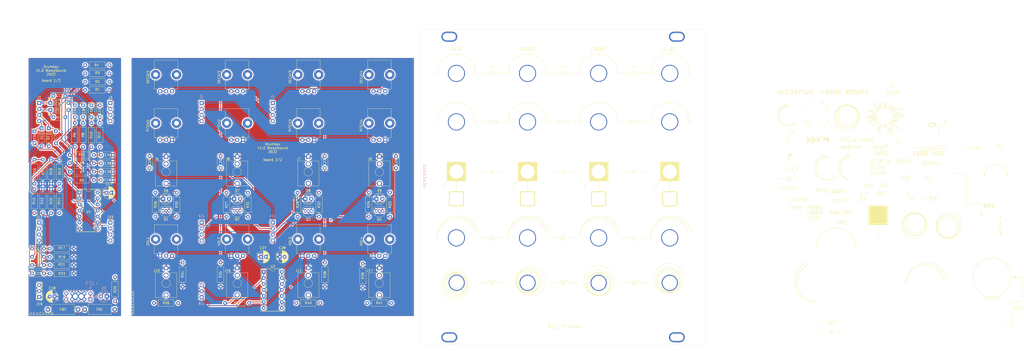
<source format=kicad_pcb>
(kicad_pcb (version 20211014) (generator pcbnew)
  (layers (0 "F.Cu" signal) (31 "B.Cu" signal) (34 "B.Paste" user) (35 "F.Paste" user) (36 "B.SilkS" user "B.Silkscreen") (37 "F.SilkS" user "F.Silkscreen") (38 "B.Mask" user) (39 "F.Mask" user) (44 "Edge.Cuts" user))
  (net 0 "")
  (net 1 "GND")
  (net 2 "Net-(C1-Pad1)")
  (net 3 "Net-(C2-Pad1)")
  (net 4 "Net-(C3-Pad1)")
  (net 5 "Net-(C4-Pad1)")
  (net 6 "Net-(C5-Pad1)")
  (net 7 "Net-(R36-Pad2)")
  (net 8 "O1")
  (net 9 "Net-(C7-Pad1)")
  (net 10 "PIOut2")
  (net 11 "O2")
  (net 12 "Net-(C9-Pad1)")
  (net 13 "PIOut3")
  (net 14 "O3")
  (net 15 "Net-(C11-Pad1)")
  (net 16 "PIOut4")
  (net 17 "O4")
  (net 18 "In1")
  (net 19 "Net-(C13-Pad2)")
  (net 20 "In2")
  (net 21 "Net-(C14-Pad2)")
  (net 22 "In3")
  (net 23 "Net-(C15-Pad2)")
  (net 24 "In4")
  (net 25 "Net-(C16-Pad2)")
  (net 26 "+12V")
  (net 27 "-12V")
  (net 28 "Net-(C19-Pad2)")
  (net 29 "Net-(C20-Pad2)")
  (net 30 "Net-(C23-Pad2)")
  (net 31 "Net-(C24-Pad2)")
  (net 32 "Net-(D1-Pad2)")
  (net 33 "Net-(D2-Pad2)")
  (net 34 "Net-(D3-Pad2)")
  (net 35 "Net-(D4-Pad2)")
  (net 36 "Net-(D5-Pad2)")
  (net 37 "Net-(D6-Pad2)")
  (net 38 "Net-(D7-Pad2)")
  (net 39 "Net-(D8-Pad2)")
  (net 40 "Net-(D9-Pad2)")
  (net 41 "DEIn1")
  (net 42 "DEIn2")
  (net 43 "DEIn3")
  (net 44 "DEIn4")
  (net 45 "Net-(FB1-Pad2)")
  (net 46 "Net-(FB2-Pad2)")
  (net 47 "PIOut1")
  (net 53 "Out1")
  (net 55 "Out3")
  (net 57 "Out2")
  (net 59 "Out4")
  (net 60 "Net-(Q1-Pad2)")
  (net 61 "Net-(Q1-Pad3)")
  (net 62 "Net-(Q2-Pad2)")
  (net 63 "Net-(Q2-Pad3)")
  (net 64 "Net-(Q3-Pad2)")
  (net 65 "Net-(Q3-Pad3)")
  (net 66 "Net-(Q4-Pad2)")
  (net 67 "Net-(Q4-Pad3)")
  (net 68 "Net-(U2-Pad3)")
  (net 69 "Net-(U2-Pad10)")
  (net 70 "Net-(U2-Pad5)")
  (net 71 "Net-(U2-Pad12)")
  (net 72 "Net-(R37-Pad2)")
  (net 73 "Net-(R40-Pad2)")
  (net 74 "Net-(R41-Pad2)")
  (footprint "Potentiometer_THT:Potentiometer_Bourns_PTV09A-1_Single_Vertical" (layer "F.Cu") (at 91 45.55 90)
    (fp_text reference "DECAY1")
    (fp_text value "470k")
  )
  (footprint "Resistor_THT:R_Axial_DIN0207_L6.3mm_D2.5mm_P10.16mm_Horizontal" (layer "F.Cu") (at 84 98.5 90)
    (fp_text reference "R26")
    (fp_text value "1k")
  )
  (footprint "Capacitor_THT:C_Disc_D7.0mm_W2.5mm_P5.00mm" (layer "F.Cu") (at 46 56.5 180)
    (fp_text reference "C9")
    (fp_text value "12nF")
  )
  (footprint "Package_TO_SOT_THT:TO-92_Inline" (layer "F.Cu") (at 149.77 96.14 180)
    (fp_text reference "Q3")
    (fp_text value "2N3904")
  )
  (footprint "Connector_PinHeader_2.54mm:PinHeader_1x04_P2.54mm_Vertical" (layer "F.Cu") (at 65 50.5)
    (fp_text reference "J3")
    (fp_text value "Conn_01x04_Male")
  )
  (footprint "Resistor_THT:R_Axial_DIN0207_L6.3mm_D2.5mm_P10.16mm_Horizontal" (layer "F.Cu") (at 64.58 41.5 180)
    (fp_text reference "R2")
    (fp_text value "150k")
  )
  (footprint "" (layer "F.Cu") (at 208 149.5)
    (fp_text reference "")
    (fp_text value "")
  )
  (footprint "Resistor_THT:R_Axial_DIN0207_L6.3mm_D2.5mm_P10.16mm_Horizontal" (layer "F.Cu") (at 111.5 117.92 -90)
    (fp_text reference "R35")
    (fp_text value "1M")
  )
  (footprint "Potentiometer_THT:Potentiometer_Bourns_PTV09A-1_Single_Vertical" (layer "F.Cu") (at 91 66.05 90)
    (fp_text reference "PITCH1")
    (fp_text value "10k")
  )
  (footprint "Resistor_THT:R_Axial_DIN0207_L6.3mm_D2.5mm_P10.16mm_Horizontal" (layer "F.Cu") (at 40 86.84 -90)
    (fp_text reference "R20")
    (fp_text value "47k")
  )
  (footprint "Capacitor_THT:CP_Radial_D5.0mm_P2.00mm" (layer "F.Cu") (at 41.455113 132.225 180)
    (fp_text reference "C18")
    (fp_text value "10µ")
  )
  (footprint "Resistor_THT:R_Axial_DIN0207_L6.3mm_D2.5mm_P10.16mm_Horizontal" (layer "F.Cu") (at 36.5 84.58 90)
    (fp_text reference "R24")
    (fp_text value "47k")
  )
  (footprint "Resistor_THT:R_Axial_DIN0207_L6.3mm_D2.5mm_P10.16mm_Horizontal" (layer "F.Cu") (at 67 134.305 90)
    (fp_text reference "R25")
    (fp_text value "2.2k")
  )
  (footprint "Capacitor_THT:CP_Radial_D5.0mm_P2.00mm" (layer "F.Cu") (at 63.344888 88.425)
    (fp_text reference "C17")
    (fp_text value "10µ")
  )
  (footprint "Resistor_THT:R_Axial_DIN0207_L6.3mm_D2.5mm_P10.16mm_Horizontal" (layer "F.Cu") (at 58 83 180)
    (fp_text reference "R5")
    (fp_text value "68k")
  )
  (footprint "Resistor_THT:R_Axial_DIN0207_L6.3mm_D2.5mm_P10.16mm_Horizontal" (layer "F.Cu") (at 153 88.42 -90)
    (fp_text reference "R32")
    (fp_text value "47k")
  )
  (footprint "Inductor_THT:L_Axial_L9.5mm_D4.0mm_P12.70mm_Horizontal_Fastron_SMCC" (layer "F.Cu") (at 54.15 137.725)
    (fp_text reference "FB1")
    (fp_text value "10R")
  )
  (footprint "Capacitor_THT:C_Disc_D7.0mm_W2.5mm_P5.00mm" (layer "F.Cu") (at 61 72.5)
    (fp_text reference "C4")
    (fp_text value "56nF")
  )
  (footprint "Resistor_THT:R_Axial_DIN0207_L6.3mm_D2.5mm_P10.16mm_Horizontal" (layer "F.Cu") (at 53.5 58.92 -90)
    (fp_text reference "R8")
    (fp_text value "68k")
  )
  (footprint "Connector_PinHeader_2.54mm:PinHeader_1x03_P2.54mm_Vertical" (layer "F.Cu") (at 35 132.5 180)
    (fp_text reference "J19")
    (fp_text value "Conn_01x03_Male")
  )
  (footprint "Diode_THT:D_DO-35_SOD27_P7.62mm_Horizontal" (layer "F.Cu") (at 39.69 50.5)
    (fp_text reference "D4")
    (fp_text value "1N4148")
  )
  (footprint "Resistor_THT:R_Axial_DIN0207_L6.3mm_D2.5mm_P10.16mm_Horizontal" (layer "F.Cu") (at 58.08 79.5 180)
    (fp_text reference "R7")
    (fp_text value "68k")
  )
  (footprint "LED_THT:LED_D4.0mm" (layer "F.Cu") (at 177.225 91)
    (fp_text reference "D9")
    (fp_text value "LED4")
  )
  (footprint "Capacitor_THT:C_Disc_D7.0mm_W2.5mm_P5.00mm" (layer "F.Cu") (at 50 51.5 -90)
    (fp_text reference "C6")
    (fp_text value "47nF")
  )
  (footprint "LED_THT:LED_D4.0mm" (layer "F.Cu") (at 117.225 91)
    (fp_text reference "D7")
    (fp_text value "LED2")
  )
  (footprint "Capacitor_THT:C_Disc_D7.0mm_W2.5mm_P5.00mm" (layer "F.Cu") (at 37 112 180)
    (fp_text reference "C13")
    (fp_text value "150nF")
  )
  (footprint "Resistor_THT:R_Axial_DIN0207_L6.3mm_D2.5mm_P10.16mm_Horizontal" (layer "F.Cu") (at 64.58 38 180)
    (fp_text reference "R3")
    (fp_text value "150k")
  )
  (footprint "Capacitor_THT:CP_Radial_D5.0mm_P2.00mm" (layer "F.Cu") (at 136.5 115.5)
    (fp_text reference "C28")
    (fp_text value "100n")
  )
  (footprint "Resistor_THT:R_Axial_DIN0207_L6.3mm_D2.5mm_P10.16mm_Horizontal" (layer "F.Cu") (at 50 58.92 -90)
    (fp_text reference "R6")
    (fp_text value "68k")
  )
  (footprint "Resistor_THT:R_Axial_DIN0207_L6.3mm_D2.5mm_P10.16mm_Horizontal" (layer "F.Cu") (at 183 88.34 -90)
    (fp_text reference "R33")
    (fp_text value "47k")
  )
  (footprint "Resistor_THT:R_Axial_DIN0207_L6.3mm_D2.5mm_P10.16mm_Horizontal" (layer "F.Cu") (at 43.5 74.42 -90)
    (fp_text reference "R13")
    (fp_text value "27k")
  )
  (footprint "Potentiometer_THT:Potentiometer_Bourns_PTV09A-1_Single_Vertical" (layer "F.Cu") (at 151 115.05 90)
    (fp_text reference "VOL3")
    (fp_text value "10k")
  )
  (footprint "Inductor_THT:L_Axial_L9.5mm_D4.0mm_P12.70mm_Horizontal_Fastron_SMCC" (layer "F.Cu") (at 38.65 137.725)
    (fp_text reference "FB2")
    (fp_text value "10R")
  )
  (footprint "Resistor_THT:R_Axial_DIN0207_L6.3mm_D2.5mm_P10.16mm_Horizontal" (layer "F.Cu") (at 144 98.58 90)
    (fp_text reference "R28")
    (fp_text value "1k")
  )
  (footprint "Potentiometer_THT:Potentiometer_Bourns_PTV09A-1_Single_Vertical" (layer "F.Cu") (at 151 45.55 90)
    (fp_text reference "DECAY3")
    (fp_text value "470k")
  )
  (footprint "Resistor_THT:R_Axial_DIN0207_L6.3mm_D2.5mm_P10.16mm_Horizontal" (layer "F.Cu") (at 174 98.5 90)
    (fp_text reference "R29")
    (fp_text value "1k")
  )
  (footprint "Potentiometer_THT:Potentiometer_Bourns_PTV09A-1_Single_Vertical" (layer "F.Cu") (at 151 66.05 90)
    (fp_text reference "PITCH3")
    (fp_text value "10k")
  )
  (footprint "Package_TO_SOT_THT:TO-92_Inline" (layer "F.Cu") (at 89.77 96 180)
    (fp_text reference "Q1")
    (fp_text value "2N3904")
  )
  (footprint "Package_TO_SOT_THT:TO-92_Inline" (layer "F.Cu") (at 179.77 96.14 180)
    (fp_text reference "Q4")
    (fp_text value "2N3904")
  )
  (footprint "Potentiometer_THT:Potentiometer_Bourns_PTV09A-1_Single_Vertical" (layer "F.Cu") (at 121 45.55 90)
    (fp_text reference "DECAY2")
    (fp_text value "470k")
  )
  (footprint "Connector_Audio:Jack_3.5mm_QingPu_WQP-PJ398SM_Vertical_CircularHoles" (layer "F.Cu") (at 118.5 73.1)
    (fp_text reference "J8")
    (fp_text value "HBonga IN")
  )
  (footprint "Capacitor_THT:C_Disc_D7.0mm_W2.5mm_P5.00mm" (layer "F.Cu") (at 60.5 51.5 -90)
    (fp_text reference "C12")
    (fp_text value "1.5nF")
  )
  (footprint "Diode_THT:D_DO-35_SOD27_P7.62mm_Horizontal" (layer "F.Cu") (at 39 61.19 -90)
    (fp_text reference "D2")
    (fp_text value "1N4148")
  )
  (footprint "Resistor_THT:R_Axial_DIN0207_L6.3mm_D2.5mm_P10.16mm_Horizontal" (layer "F.Cu") (at 183.58 135 180)
    (fp_text reference "R41")
    (fp_text value "1k")
  )
  (footprint "Capacitor_THT:C_Disc_D7.0mm_W2.5mm_P5.00mm" (layer "F.Cu") (at 61 76)
    (fp_text reference "C3")
    (fp_text value "39nF")
  )
  (footprint "Resistor_THT:R_Axial_DIN0207_L6.3mm_D2.5mm_P10.16mm_Horizontal" (layer "F.Cu") (at 60.5 58.92 -90)
    (fp_text reference "R12")
    (fp_text value "68k")
  )
  (footprint "Resistor_THT:R_Axial_DIN0207_L6.3mm_D2.5mm_P10.16mm_Horizontal" (layer "F.Cu") (at 58.08 72.5 180)
    (fp_text reference "R11")
    (fp_text value "68k")
  )
  (footprint "Connector_PinHeader_2.54mm:PinHeader_1x04_P2.54mm_Vertical" (layer "F.Cu") (at 35 101)
    (fp_text reference "J13")
    (fp_text value "Conn_01x04_Male")
  )
  (footprint "Capacitor_THT:C_Disc_D7.0mm_W2.5mm_P5.00mm" (layer "F.Cu") (at 53.5 51.5 -90)
    (fp_text reference "C8")
    (fp_text value "10nF")
  )
  (footprint "Package_DIP:DIP-14_W7.62mm_Socket" (layer "F.Cu") (at 129.7 121.875)
    (fp_text reference "U2")
    (fp_text value "TL074")
  )
  (footprint "Capacitor_THT:CP_Radial_D5.0mm_P2.00mm" (layer "F.Cu") (at 128.544887 115.5)
    (fp_text reference "C27")
    (fp_text value "100n")
  )
  (footprint "Synth:Doepfer Mounting hole" (layer "F.Cu") (at 304 22.5)
    (fp_text reference "REF**" hide)
    (fp_text value "Doepfer Mounting hole")
  )
  (footprint "Capacitor_THT:C_Disc_D7.0mm_W2.5mm_P5.00mm" (layer "F.Cu") (at 60.92 83)
    (fp_text reference "C1")
    (fp_text value "150nF")
  )
  (footprint "Connector_PinHeader_2.54mm:PinHeader_1x04_P2.54mm_Vertical" (layer "F.Cu") (at 65 101)
    (fp_text reference "J15")
    (fp_text value "Conn_01x04_Male")
  )
  (footprint "Capacitor_THT:C_Disc_D7.0mm_W2.5mm_P5.00mm" (layer "F.Cu") (at 81.5 73 -90)
    (fp_text reference "C19")
    (fp_text value ".1µF")
  )
  (footprint "LED_THT:LED_D4.0mm" (layer "F.Cu") (at 147.225 91)
    (fp_text reference "D8")
    (fp_text value "LED3")
  )
  (footprint "Resistor_THT:R_Axial_DIN0207_L6.3mm_D2.5mm_P10.16mm_Horizontal" (layer "F.Cu") (at 39.42 119)
    (fp_text reference "R21")
    (fp_text value "12k")
  )
  (footprint "Capacitor_THT:C_Disc_D7.0mm_W2.5mm_P5.00mm" (layer "F.Cu") (at 185.5 73 -90)
    (fp_text reference "C24")
    (fp_text value ".1µF")
  )
  (footprint "Capacitor_THT:C_Disc_D7.0mm_W2.5mm_P5.00mm" (layer "F.Cu") (at 111.5 73 -90)
    (fp_text reference "C20")
    (fp_text value ".1µF")
  )
  (footprint "Resistor_THT:R_Axial_DIN0207_L6.3mm_D2.5mm_P10.16mm_Horizontal" (layer "F.Cu") (at 43.5 97 90)
    (fp_text reference "R14")
    (fp_text value "27k")
  )
  (footprint "Capacitor_THT:C_Disc_D7.0mm_W2.5mm_P5.00mm" (layer "F.Cu") (at 57 51.5 -90)
    (fp_text reference "C10")
    (fp_text value "12nF")
  )
  (footprint "Connector_PinHeader_2.54mm:PinHeader_1x04_P2.54mm_Vertical" (layer "F.Cu") (at 35 50.5)
    (fp_text reference "J1")
    (fp_text value "Conn_01x04_Male")
  )
  (footprint "Resistor_THT:R_Axial_DIN0207_L6.3mm_D2.5mm_P10.16mm_Horizontal" (layer "F.Cu") (at 39.42 115.5)
    (fp_text reference "R19")
    (fp_text value "12k")
  )
  (footprint "Capacitor_THT:C_Disc_D7.0mm_W2.5mm_P5.00mm" (layer "F.Cu") (at 37 119 180)
    (fp_text reference "C15")
    (fp_text value "39nF")
  )
  (footprint "Potentiometer_THT:Potentiometer_Bourns_PTV09A-1_Single_Vertical" (layer "F.Cu") (at 181 66.05 90)
    (fp_text reference "PITCH4")
    (fp_text value "10k")
  )
  (footprint "Resistor_THT:R_Axial_DIN0207_L6.3mm_D2.5mm_P10.16mm_Horizontal" (layer "F.Cu") (at 171.5 118.42 -90)
    (fp_text reference "R39")
    (fp_text value "1M")
  )
  (footprint "Connector_Audio:Jack_3.5mm_QingPu_WQP-PJ398SM_Vertical_CircularHoles" (layer "F.Cu") (at 148.5 73.1)
    (fp_text reference "J7")
    (fp_text value "LBonga IN")
  )
  (footprint "Potentiometer_THT:Potentiometer_Bourns_PTV09A-1_Single_Vertical" (layer "F.Cu") (at 121 115.05 90)
    (fp_text reference "VOL2")
    (fp_text value "10k")
  )
  (footprint "Resistor_THT:R_Axial_DIN0207_L6.3mm_D2.5mm_P10.16mm_Horizontal" (layer "F.Cu") (at 114 98.58 90)
    (fp_text reference "R27")
    (fp_text value "1k")
  )
  (footprint "Resistor_THT:R_Axial_DIN0207_L6.3mm_D2.5mm_P10.16mm_Horizontal" (layer "F.Cu") (at 58.08 76 180)
    (fp_text reference "R9")
    (fp_text value "68k")
  )
  (footprint "Connector_Audio:Jack_3.5mm_QingPu_WQP-PJ398SM_Vertical_CircularHoles" (layer "F.Cu") (at 178.5 73.1)
    (fp_text reference "J9")
    (fp_text value "Clave IN")
  )
  (footprint "Resistor_THT:R_Axial_DIN0207_L6.3mm_D2.5mm_P10.16mm_Horizontal" (layer "F.Cu") (at 57 59 -90)
    (fp_text reference "R10")
    (fp_text value "68k")
  )
  (footprint "Diode_THT:D_DO-35_SOD27_P7.62mm_Horizontal" (layer "F.Cu") (at 36 61.19 -90)
    (fp_text reference "D1")
    (fp_text value "1N4148")
  )
  (footprint "Connector_Audio:Jack_3.5mm_QingPu_WQP-PJ398SM_Vertical_CircularHoles" (layer "F.Cu") (at 118.5 120.22)
    (fp_text reference "J16")
    (fp_text value "HBonga OUT")
  )
  (footprint "Capacitor_THT:C_Disc_D7.0mm_W2.5mm_P5.00mm" (layer "F.Cu") (at 33 67.5 90)
    (fp_text reference "C5")
    (fp_text value "47nF")
  )
  (footprint "Resistor_THT:R_Axial_DIN0207_L6.3mm_D2.5mm_P10.16mm_Horizontal" (layer "F.Cu") (at 93 88.34 -90)
    (fp_text reference "R30")
    (fp_text value "47k")
  )
  (footprint "Synth:Doepfer Mounting hole" (layer "F.Cu") (at 208 22.5)
    (fp_text reference "REF**" hide)
    (fp_text value "Doepfer Mounting hole")
  )
  (footprint "Capacitor_THT:C_Disc_D7.0mm_W2.5mm_P5.00mm" (layer "F.Cu") (at 46 47.5 180)
    (fp_text reference "C11")
    (fp_text value "1.5nF")
  )
  (footprint "Resistor_THT:R_Axial_DIN0207_L6.3mm_D2.5mm_P10.16mm_Horizontal" (layer "F.Cu") (at 123 88.42 -90)
    (fp_text reference "R31")
    (fp_text value "47k")
  )
  (footprint "Resistor_THT:R_Axial_DIN0207_L6.3mm_D2.5mm_P10.16mm_Horizontal" (layer "F.Cu") (at 40 84.58 90)
    (fp_text reference "R18")
    (fp_text value "47k")
  )
  (footprint "Potentiometer_THT:Potentiometer_Bourns_PTV09A-1_Single_Vertical" (layer "F.Cu") (at 121 66.05 90)
    (fp_text reference "PITCH2")
    (fp_text value "10k")
  )
  (footprint "Resistor_THT:R_Axial_DIN0207_L6.3mm_D2.5mm_P10.16mm_Horizontal" (layer "F.Cu") (at 36.5 86.84 -90)
    (fp_text reference "R22")
    (fp_text value "47k")
  )
  (footprint "Package_DIP:DIP-14_W7.62mm_Socket" (layer "F.Cu") (at 52 88.3)
    (fp_text reference "U1")
    (fp_text value "4011")
  )
  (footprint "Capacitor_THT:C_Disc_D7.0mm_W2.5mm_P5.00mm" (layer "F.Cu") (at 42 67.5 90)
    (fp_text reference "C7")
    (fp_text value "10nF")
  )
  (footprint "Resistor_THT:R_Axial_DIN0207_L6.3mm_D2.5mm_P10.16mm_Horizontal" (layer "F.Cu") (at 64.58 45 180)
    (fp_text reference "R1")
    (fp_text value "150k")
  )
  (footprint "Resistor_THT:R_Axial_DIN0207_L6.3mm_D2.5mm_P10.16mm_Horizontal" (layer "F.Cu") (at 33 97 90)
    (fp_text reference "R15")
    (fp_text value "27k")
  )
  (footprint "Capacitor_THT:C_Disc_D7.0mm_W2.5mm_P5.00mm" (layer "F.Cu") (at 155.42 73 -90)
    (fp_text reference "C23")
    (fp_text value ".1µF")
  )
  (footprint "Package_TO_SOT_THT:TO-92_Inline" (layer "F.Cu") (at 119.77 96 180)
    (fp_text reference "Q2")
    (fp_text value "2N3904")
  )
  (footprint "Capacitor_THT:C_Disc_D7.0mm_W2.5mm_P5.00mm" (layer "F.Cu") (at 37 115.5 180)
    (fp_text reference "C14")
    (fp_text value "33nF")
  )
  (footprint "Connector_Audio:Jack_3.5mm_QingPu_WQP-PJ398SM_Vertical_CircularHoles" (layer "F.Cu") (at 178.5 120.22)
    (fp_text reference "J17")
    (fp_text value "Clave OUT")
  )
  (footprint "Capacitor_THT:C_Disc_D7.0mm_W2.5mm_P5.00mm" (layer "F.Cu") (at 61 79.5)
    (fp_text reference "C2")
    (fp_text value "33nF")
  )
  (footprint "Connector_Audio:Jack_3.5mm_QingPu_WQP-PJ398SM_Vertical_CircularHoles" (layer "F.Cu") (at 148.5 120.22)
    (fp_text reference "J11")
    (fp_text value "LBonga OUT")
  )
  (footprint "Connector_Audio:Jack_3.5mm_QingPu_WQP-PJ398SM_Vertical_CircularHoles" (layer "F.Cu") (at 88.5 120.22)
    (fp_text reference "J10")
    (fp_text value "Bass OUT")
  )
  (footprint "Resistor_THT:R_Axial_DIN0207_L6.3mm_D2.5mm_P10.16mm_Horizontal" (layer "F.Cu") (at 153.58 135 180)
    (fp_text reference "R40")
    (fp_text value "1k")
  )
  (footprint "Resistor_THT:R_Axial_DIN0207_L6.3mm_D2.5mm_P10.16mm_Horizontal" (layer "F.Cu") (at 113.42 135)
    (fp_text reference "R37")
    (fp_text value "1k")
  )
  (footprint "Resistor_THT:R_Axial_DIN0207_L6.3mm_D2.5mm_P10.16mm_Horizontal" (layer "F.Cu") (at 39.42 122.5)
    (fp_text reference "R23")
    (fp_text value "12k")
  )
  (footprint "Resistor_THT:R_Axial_DIN0207_L6.3mm_D2.5mm_P10.16mm_Horizontal" (layer "F.Cu") (at 83.42 135)
    (fp_text reference "R36")
    (fp_text value "1k")
  )
  (footprint "Resistor_THT:R_Axial_DIN0207_L6.3mm_D2.5mm_P10.16mm_Horizontal" (layer "F.Cu") (at 155.5 117.92 -90)
    (fp_text reference "R38")
    (fp_text value "1M")
  )
  (footprint "Resistor_THT:R_Axial_DIN0207_L6.3mm_D2.5mm_P10.16mm_Horizontal" (layer "F.Cu") (at 39.42 112)
    (fp_text reference "R17")
    (fp_text value "12k")
  )
  (footprint "Capacitor_THT:C_Disc_D7.0mm_W2.5mm_P5.00mm" (layer "F.Cu") (at 37 122.5 180)
    (fp_text reference "C16")
    (fp_text value "4.7nF")
  )
  (footprint "Resistor_THT:R_Axial_DIN0207_L6.3mm_D2.5mm_P10.16mm_Horizontal" (layer "F.Cu") (at 64.58 34.5 180)
    (fp_text reference "R4")
    (fp_text value "150k")
  )
  (footprint "Potentiometer_THT:Potentiometer_Bourns_PTV09A-1_Single_Vertical" (layer "F.Cu") (at 181 45.55 90)
    (fp_text reference "DECAY4")
    (fp_text value "470k")
  )
  (footprint "Diode_THT:D_DO-35_SOD27_P7.62mm_Horizontal" (layer "F.Cu") (at 39.69 53.5)
    (fp_text reference "D3")
    (fp_text value "1N4148")
  )
  (footprint "Potentiometer_THT:Potentiometer_Bourns_PTV09A-1_Single_Vertical" (layer "F.Cu") (at 91 115.05 90)
    (fp_text reference "VOL1")
    (fp_text value "10k")
  )
  (footprint "Potentiometer_THT:Potentiometer_Bourns_PTV09A-1_Single_Vertical" (layer "F.Cu") (at 181 115.05 90)
    (fp_text reference "VOL4")
    (fp_text value "10k")
  )
  (footprint "LED_THT:LED_D4.0mm" (layer "F.Cu") (at 87.225 91)
    (fp_text reference "D6")
    (fp_text value "LED1")
  )
  (footprint "Resistor_THT:R_Axial_DIN0207_L6.3mm_D2.5mm_P10.16mm_Horizontal" (layer "F.Cu") (at 33 74.42 -90)
    (fp_text reference "R16")
    (fp_text value "27k")
  )
  (footprint "" (layer "F.Cu") (at 304 149.5)
    (fp_text reference "")
    (fp_text value "")
  )
  (footprint "Connector_Audio:Jack_3.5mm_QingPu_WQP-PJ398SM_Vertical_CircularHoles" (layer "F.Cu") (at 88.5 73.1)
    (fp_text reference "J6")
    (fp_text value "Bass IN")
  )
  (footprint "Resistor_THT:R_Axial_DIN0207_L6.3mm_D2.5mm_P10.16mm_Horizontal" (layer "F.Cu") (at 95.5 117.92 -90)
    (fp_text reference "R34")
    (fp_text value "1M")
  )
  (footprint "Connector_PinSocket_2.54mm:PinSocket_1x04_P2.54mm_Vertical" (layer "B.Cu") (at 133.5 101 180)
    (fp_text reference "J14")
    (fp_text value "Conn_01x04_Female")
  )
  (footprint "LED_THT:LED_D4.0mm" (layer "B.Cu") (at 63.5 132.225 180)
    (fp_text reference "D5")
    (fp_text value "LED-12V")
  )
  (footprint "Connector_PinSocket_2.54mm:PinSocket_1x04_P2.54mm_Vertical" (layer "B.Cu") (at 103.5 101 180)
    (fp_text reference "J12")
    (fp_text value "Conn_01x04_Female")
  )
  (footprint "Connector_PinSocket_2.54mm:PinSocket_1x04_P2.54mm_Vertical" (layer "B.Cu") (at 133.5 50.5 180)
    (fp_text reference "J4")
    (fp_text value "Conn_01x04_Female")
  )
  (footprint "Connector_PinSocket_2.54mm:PinSocket_1x04_P2.54mm_Vertical" (layer "B.Cu") (at 103.5 50.5 180)
    (fp_text reference "J2")
    (fp_text value "Conn_01x04_Female")
  )
  (footprint "Connector_PinSocket_2.54mm:PinSocket_1x03_P2.54mm_Vertical" (layer "B.Cu") (at 103.5 132.58)
    (fp_text reference "J18")
    (fp_text value "Conn_01x03_Female")
  )
  (footprint "Connector_PinHeader_2.54mm:PinHeader_2x05_P2.54mm_Vertical" (layer "B.Cu") (at 56.575 133.5 90)
    (fp_text reference "J5")
    (fp_text value "Power Input")
  )
  (gr_line (start 56.4 127.4) (end 57.2 127.4) (layer "B.SilkS") (width 0.12))
  (gr_line (start 59 126.7) (end 59.6 126.7) (layer "B.SilkS") (width 0.12))
  (gr_line (start 55.7 125.7) (end 55.6 125.7) (layer "B.SilkS") (width 0.12))
  (gr_line (start 57.6 127.4) (end 57.8 127.4) (layer "B.SilkS") (width 0.12))
  (gr_line (start 56.4 125.8) (end 57.2 125.8) (layer "B.SilkS") (width 0.12))
  (gr_line (start 59.3 127) (end 59.3 126.4) (layer "B.SilkS") (width 0.12))
  (gr_line (start 56.4 126.6) (end 56.4 125.8) (layer "B.SilkS") (width 0.12))
  (gr_line (start 57.8 125.8) (end 58.1 126.1) (layer "B.SilkS") (width 0.12))
  (gr_line (start 54.8 127.4) (end 55.6 125.7) (layer "B.SilkS") (width 0.12))
  (gr_line (start 57.8 127.4) (end 58 127.4) (layer "B.SilkS") (width 0.12))
  (gr_line (start 54.8 125.7) (end 54.8 127.4) (layer "B.SilkS") (width 0.12))
  (gr_line (start 54.9 125.7) (end 54.8 125.7) (layer "B.SilkS") (width 0.12))
  (gr_line (start 57.2 127.4) (end 57.2 126.6) (layer "B.SilkS") (width 0.12))
  (gr_line (start 57.8 127.4) (end 57.8 125.8) (layer "B.SilkS") (width 0.12))
  (gr_line (start 56.6 127.8) (end 56.6 128.8) (layer "B.SilkS") (width 0.12))
  (gr_poly (pts (xy 56.6 128.8) (xy 57 128.6) (xy 56.2 128.6)) (layer "B.SilkS") (width 0.12) (fill solid))
  (gr_line (start 57.2 126.6) (end 56.4 126.6) (layer "B.SilkS") (width 0.12))
  (gr_line (start 351.45 83.5) (end 350.95 81.8) (layer "F.SilkS") (width 0.12))
  (gr_line (start 241 82.75) (end 241 88) (layer "F.SilkS") (width 0.12))
  (gr_line (start 211 82.75) (end 211 88) (layer "F.SilkS") (width 0.12))
  (gr_poly (pts (xy 237 75.5) (xy 245 75.5) (xy 245 83.5) (xy 237 83.5)) (layer "F.SilkS") (width 0.1) (fill solid))
  (gr_line (start 370.05 142.65) (end 370.75 142.65) (layer "F.SilkS") (width 0.12))
  (gr_line (start 368.45 144.35) (end 367.95 142.65) (layer "F.SilkS") (width 0.12))
  (gr_line (start 367.95 142.65) (end 368.85 142.65) (layer "F.SilkS") (width 0.12))
  (gr_line (start 369.15 142.65) (end 368.85 144.35) (layer "F.SilkS") (width 0.12))
  (gr_line (start 368.85 144.35) (end 369.85 142.65) (layer "F.SilkS") (width 0.12))
  (gr_line (start 368.85 142.65) (end 368.45 144.35) (layer "F.SilkS") (width 0.12))
  (gr_line (start 370.45 142.65) (end 369.45 144.35) (layer "F.SilkS") (width 0.12))
  (gr_circle (center 210.8 126.9) (end 213.8 130.5) (layer "F.SilkS") (width 0.12) (fill none))
  (gr_circle (center 211 126.5) (end 213.6 129.5) (layer "F.SilkS") (width 0.12) (fill none))
  (gr_circle (center 210.4 127.5) (end 212.4 132.5) (layer "F.SilkS") (width 0.12) (fill none))
  (gr_circle (center 210.6 127.1) (end 212.4 131.7) (layer "F.SilkS") (width 0.12) (fill none))
  (gr_circle (center 241.45 125.45) (end 239.45 120.45) (layer "F.SilkS") (width 0.12) (fill none))
  (gr_circle (center 241.25 125.85) (end 239.45 121.25) (layer "F.SilkS") (width 0.12) (fill none))
  (gr_circle (center 241.05 126.05) (end 238.05 122.45) (layer "F.SilkS") (width 0.12) (fill none))
  (gr_circle (center 241 126.45) (end 238.4 123.45) (layer "F.SilkS") (width 0.12) (fill none))
  (gr_circle (center 235 86) (end 235 85.75) (layer "F.SilkS") (width 0.12) (fill none))
  (gr_line (start 235 86) (end 236.5 84.1) (layer "F.SilkS") (width 0.12))
  (gr_line (start 236.5 84.1) (end 236.2 84.1) (layer "F.SilkS") (width 0.12))
  (gr_line (start 236.5 84.1) (end 236.5 84.4) (layer "F.SilkS") (width 0.12))
  (gr_line (start 368.7 146.65) (end 368.5 146.75) (layer "F.SilkS") (width 0.12))
  (gr_line (start 368.6 148.35) (end 369.4 146.65) (layer "F.SilkS") (width 0.12))
  (gr_line (start 368.6 148.35) (end 368.5 148.35) (layer "F.SilkS") (width 0.12))
  (gr_line (start 369.4 146.65) (end 369.4 148.35) (layer "F.SilkS") (width 0.12))
  (gr_line (start 368.7 146.65) (end 368.8 146.85) (layer "F.SilkS") (width 0.12))
  (gr_line (start 369.4 148.35) (end 370.2 146.65) (layer "F.SilkS") (width 0.12))
  (gr_line (start 367.9 148.35) (end 368.7 146.65) (layer "F.SilkS") (width 0.12))
  (gr_line (start 370.2 146.65) (end 370.1 146.65) (layer "F.SilkS") (width 0.12))
  (gr_line (start 408.7 75.1) (end 408.7 75.3) (layer "F.SilkS") (width 0.12))
  (gr_line (start 408.7 76.1) (end 407.7 76.8) (layer "F.SilkS") (width 0.12))
  (gr_line (start 408.7 75.1) (end 407.7 75.7) (layer "F.SilkS") (width 0.12))
  (gr_line (start 407.7 76.8) (end 407.7 76.6) (layer "F.SilkS") (width 0.12))
  (gr_line (start 407.7 76.8) (end 407.9 76.8) (layer "F.SilkS") (width 0.12))
  (gr_line (start 409.8 75.1) (end 408.8 76.8) (layer "F.SilkS") (width 0.12))
  (gr_line (start 407.7 75.7) (end 408.7 76.1) (layer "F.SilkS") (width 0.12))
  (gr_line (start 410.9 75.7) (end 410.2 75.8) (layer "F.SilkS") (width 0.12))
  (gr_line (start 410.8 76.3) (end 410.6 76.8) (layer "F.SilkS") (width 0.12))
  (gr_line (start 410.5 75.1) (end 410.9 75.7) (layer "F.SilkS") (width 0.12))
  (gr_line (start 409.4 75.1) (end 410.1 75.1) (layer "F.SilkS") (width 0.12))
  (gr_line (start 410.5 75.1) (end 409.7 76.8) (layer "F.SilkS") (width 0.12))
  (gr_line (start 408.7 75.1) (end 408.5 75.1) (layer "F.SilkS") (width 0.12))
  (gr_line (start 410.2 75.8) (end 410.8 76.3) (layer "F.SilkS") (width 0.12))
  (gr_line (start 411.1 76.8) (end 411.9 75.1) (layer "F.SilkS") (width 0.12))
  (gr_arc (start 413.6 75.6) (mid 413.717157 75.317157) (end 414 75.2) (layer "F.SilkS") (width 0.12))
  (gr_line (start 414.2 76.8) (end 414 77) (layer "F.SilkS") (width 0.12))
  (gr_line (start 413.6 76) (end 413.9 76) (layer "F.SilkS") (width 0.12))
  (gr_line (start 413.4 76.8) (end 414.1 76.8) (layer "F.SilkS") (width 0.12))
  (gr_line (start 414 75.2) (end 414.4 75.2) (layer "F.SilkS") (width 0.12))
  (gr_line (start 413.6 75.6) (end 413.4 76.8) (layer "F.SilkS") (width 0.12))
  (gr_line (start 412.2 76.1) (end 413.1 75.2) (layer "F.SilkS") (width 0.12))
  (gr_line (start 411.9 75.1) (end 411.7 75.2) (layer "F.SilkS") (width 0.12))
  (gr_line (start 411.8 76.8) (end 412.6 75.1) (layer "F.SilkS") (width 0.12))
  (gr_line (start 411.9 75.1) (end 412 75.3) (layer "F.SilkS") (width 0.12))
  (gr_line (start 412.2 76.1) (end 412.7 76.4) (layer "F.SilkS") (width 0.12))
  (gr_line (start 412.7 76.4) (end 412.7 76.8) (layer "F.SilkS") (width 0.12))
  (gr_line (start 414.2 76.8) (end 414 76.6) (layer "F.SilkS") (width 0.12))
  (gr_line (start 395.4 47) (end 395.5 46.9) (layer "F.SilkS") (width 0.12))
  (gr_line (start 395.9 45.4) (end 395.1 46.3) (layer "F.SilkS") (width 0.12))
  (gr_line (start 397.7 46.3) (end 397.7 45.4) (layer "F.SilkS") (width 0.12))
  (gr_line (start 392.4 47) (end 393.5 46.5) (layer "F.SilkS") (width 0.12))
  (gr_line (start 395.1 46.3) (end 395.4 47) (layer "F.SilkS") (width 0.12))
  (gr_line (start 392.8 45.4) (end 392.4 47) (layer "F.SilkS") (width 0.12))
  (gr_line (start 393.5 46.5) (end 392.8 45.4) (layer "F.SilkS") (width 0.12))
  (gr_line (start 397.7 46.3) (end 398.2 45.4) (layer "F.SilkS") (width 0.12))
  (gr_line (start 395.9 45.4) (end 396 45.5) (layer "F.SilkS") (width 0.12))
  (gr_line (start 397.3 47) (end 397.3 46.8) (layer "F.SilkS") (width 0.12))
  (gr_line (start 397.3 47) (end 397.5 46.9) (layer "F.SilkS") (width 0.12))
  (gr_arc (start 394.1 45.8) (mid 394.217157 45.517157) (end 394.5 45.4) (layer "F.SilkS") (width 0.12))
  (gr_line (start 393.9 47) (end 394.6 47) (layer "F.SilkS") (width 0.12))
  (gr_line (start 394.7 47) (end 394.5 46.8) (layer "F.SilkS") (width 0.12))
  (gr_line (start 396.7 46.2) (end 396.4 46.2) (layer "F.SilkS") (width 0.12))
  (gr_line (start 394.5 45.4) (end 394.9 45.4) (layer "F.SilkS") (width 0.12))
  (gr_line (start 394.1 45.8) (end 393.9 47) (layer "F.SilkS") (width 0.12))
  (gr_line (start 396.8 45.4) (end 396.7 47) (layer "F.SilkS") (width 0.12))
  (gr_line (start 394.7 47) (end 394.5 47.2) (layer "F.SilkS") (width 0.12))
  (gr_line (start 394.1 46.2) (end 394.4 46.2) (layer "F.SilkS") (width 0.12))
  (gr_line (start 396.8 45.4) (end 396 47) (layer "F.SilkS") (width 0.12))
  (gr_line (start 397.7 46.3) (end 397.3 47) (layer "F.SilkS") (width 0.12))
  (gr_line (start 366.9 147.65) (end 364.2 147.65) (layer "F.SilkS") (width 0.12))
  (gr_line (start 414.7 76) (end 415.8 76) (layer "F.SilkS") (width 0.12))
  (gr_line (start 407.1 76) (end 406 76) (layer "F.SilkS") (width 0.12))
  (gr_line (start 358.8 90.6) (end 357.9 92.2) (layer "F.SilkS") (width 0.12))
  (gr_line (start 359.3 90.6) (end 358.4 92.2) (layer "F.SilkS") (width 0.12))
  (gr_line (start 353 90.6) (end 352.6 92.2) (layer "F.SilkS") (width 0.12))
  (gr_line (start 356.9 92.2) (end 357.1 92.1) (layer "F.SilkS") (width 0.12))
  (gr_line (start 354.1 92.2) (end 354.8 92.2) (layer "F.SilkS") (width 0.12))
  (gr_line (start 354.3 91.4) (end 354.6 91.4) (layer "F.SilkS") (width 0.12))
  (gr_line (start 358.2 91.4) (end 359 91.4) (layer "F.SilkS") (width 0.12))
  (gr_line (start 353.7 91.7) (end 353 90.6) (layer "F.SilkS") (width 0.12))
  (gr_line (start 356.9 90.6) (end 356.6 91.2) (layer "F.SilkS") (width 0.12))
  (gr_line (start 356.9 92.2) (end 356.9 92) (layer "F.SilkS") (width 0.12))
  (gr_line (start 357.8 90.6) (end 356.9 92.2) (layer "F.SilkS") (width 0.12))
  (gr_line (start 356.6 91.2) (end 355.8 91.2) (layer "F.SilkS") (width 0.12))
  (gr_line (start 354.3 91) (end 354.1 92.2) (layer "F.SilkS") (width 0.12))
  (gr_arc (start 354.3 91) (mid 354.417157 90.717157) (end 354.7 90.6) (layer "F.SilkS") (width 0.12))
  (gr_line (start 354.7 90.6) (end 355.1 90.6) (layer "F.SilkS") (width 0.12))
  (gr_line (start 354.9 92.2) (end 354.7 92) (layer "F.SilkS") (width 0.12))
  (gr_line (start 354.9 92.2) (end 354.7 92.4) (layer "F.SilkS") (width 0.12))
  (gr_line (start 357.3 90.6) (end 358.2 90.6) (layer "F.SilkS") (width 0.12))
  (gr_line (start 356.2 90.6) (end 355.5 92.2) (layer "F.SilkS") (width 0.12))
  (gr_line (start 352.6 92.2) (end 353.7 91.7) (layer "F.SilkS") (width 0.12))
  (gr_line (start 356 90.6) (end 356.9 90.6) (layer "F.SilkS") (width 0.12))
  (gr_line (start 352 91.5) (end 351 91.5) (layer "F.SilkS") (width 0.12))
  (gr_line (start 359.8 91.5) (end 360.8 91.5) (layer "F.SilkS") (width 0.12))
  (gr_line (start 355.6 93.9) (end 355.6 94.1) (layer "F.SilkS") (width 0.12))
  (gr_line (start 394.147299 58.388432) (end 394.897299 63.388432) (layer "F.SilkS") (width 0.12))
  (gr_line (start 366.047299 65.138432) (end 366.347299 66.238432) (layer "F.SilkS") (width 0.12))
  (gr_line (start 378.647299 45.338432) (end 378.847299 45.338432) (layer "F.SilkS") (width 0.12))
  (gr_line (start 390.047299 74.338432) (end 389.747299 76.038432) (layer "F.SilkS") (width 0.12))
  (gr_line (start 438.322299 132.888432) (end 438.422299 132.788432) (layer "F.SilkS") (width 0.12))
  (gr_line (start 430.497299 118.488432) (end 430.907299 118.838432) (layer "F.SilkS") (width 0.12))
  (gr_line (start 360.2 96.9) (end 360.4 96.9) (layer "F.SilkS") (width 0.12))
  (gr_line (start 252.6 145.7) (end 253.8 145.7) (layer "F.SilkS") (width 0.12))
  (gr_line (start 358.9 97.7) (end 359.8 97.7) (layer "F.SilkS") (width 0.12))
  (gr_line (start 372.85 101.85) (end 373.85 100.15) (layer "F.SilkS") (width 0.12))
  (gr_line (start 376.047299 69.838432) (end 376.147299 69.738432) (layer "F.SilkS") (width 0.12))
  (gr_line (start 363.6 100) (end 364.3 100) (layer "F.SilkS") (width 0.12))
  (gr_line (start 269.525 28.5) (end 270.325 28) (layer "F.SilkS") (width 0.12))
  (gr_line (start 366.047299 67.238432) (end 366.047299 65.138432) (layer "F.SilkS") (width 0.12))
  (gr_poly (pts (xy 433.247299 80.838432) (xy 434.247299 80.838432) (xy 433.747299 81.338432)) (layer "F.SilkS") (width 0.1) (fill solid))
  (gr_line (start 357.347299 45.938432) (end 357.947299 46.838432) (layer "F.SilkS") (width 0.12))
  (gr_line (start 382.950852 104.441985) (end 384.450852 102.541985) (layer "F.SilkS") (width 0.12))
  (gr_line (start 366.097299 87.488432) (end 366.097299 87.988432) (layer "F.SilkS") (width 0.12))
  (gr_line (start 372.8 100.15) (end 372.1 100.9) (layer "F.SilkS") (width 0.12))
  (gr_line (start 354.9 124.5) (end 353.7 124.4) (layer "F.SilkS") (width 0.12))
  (gr_line (start 349.447299 52.438432) (end 348.447299 51.838432) (layer "F.SilkS") (width 0.12))
  (gr_line (start 438.747299 68.338432) (end 440.747299 68.338432) (layer "F.SilkS") (width 0.12))
  (gr_arc (start 408.247299 81.138432) (mid 410.368619 82.017112) (end 411.247299 84.138432) (layer "F.SilkS") (width 0.12))
  (gr_line (start 360.7 96.1) (end 360.7 97.7) (layer "F.SilkS") (width 0.12))
  (gr_line (start 353.847299 45.638432) (end 353.847299 46.338432) (layer "F.SilkS") (width 0.12))
  (gr_line (start 308.296174 103.819395) (end 309.656174 103.149395) (layer "F.SilkS") (width 0.12))
  (gr_line (start 238.5 88) (end 243.5 88) (layer "F.SilkS") (width 0.4))
  (gr_line (start 366.747299 66.238432) (end 366.847299 65.338432) (layer "F.SilkS") (width 0.12))
  (gr_line (start 449.397299 136.688432) (end 450.297299 137.188432) (layer "F.SilkS") (width 0.12))
  (gr_line (start 353.4 78.2) (end 352.6 78.2) (layer "F.SilkS") (width 0.12))
  (gr_line (start 412.097299 119.888432) (end 412.497299 118.588432) (layer "F.SilkS") (width 0.12))
  (gr_line (start 383.647299 45.038432) (end 383.647299 45.338432) (layer "F.SilkS") (width 0.12))
  (gr_line (start 209.456174 99.449395) (end 209.156174 98.649395) (layer "F.SilkS") (width 0.12))
  (gr_line (start 228.2 38.7) (end 228.4 38.6) (layer "F.SilkS") (width 0.12))
  (gr_line (start 377.547299 46.038432) (end 377.447299 45.838432) (layer "F.SilkS") (width 0.12))
  (gr_line (start 374.8 100.5) (end 374.3 101.85) (layer "F.SilkS") (width 0.12))
  (gr_line (start 246.856174 101.849395) (end 247.856174 100.649395) (layer "F.SilkS") (width 0.12))
  (gr_arc (start 374.8 100.5) (mid 374.997762 100.250375) (end 375.3 100.15) (layer "F.SilkS") (width 0.12))
  (gr_line (start 394.897299 55.638432) (end 399.897299 56.138432) (layer "F.SilkS") (width 0.12))
  (gr_line (start 348.425 87.2) (end 348.225 87.3) (layer "F.SilkS") (width 0.12))
  (gr_line (start 369.147299 46.838432) (end 369.147299 45.138432) (layer "F.SilkS") (width 0.12))
  (gr_poly (pts (xy 232.6 58.1) (xy 233 58.1) (xy 233 58.5)) (layer "F.SilkS") (width 0.12) (fill solid))
  (gr_line (start 256.9 106.8) (end 256.8 106.8) (layer "F.SilkS") (width 0.12))
  (gr_line (start 354.447299 46.838432) (end 353.847299 46.038432) (layer "F.SilkS") (width 0.12))
  (gr_line (start 376.247299 46.838432) (end 375.647299 46.138432) (layer "F.SilkS") (width 0.12))
  (gr_line (start 415.947299 70.838432) (end 415.747299 71.138432) (layer "F.SilkS") (width 0.12))
  (gr_line (start 385.897299 55.388432) (end 388.147299 55.888432) (layer "F.SilkS") (width 0.12))
  (gr_line (start 270.325 27.3) (end 269.525 26.9) (layer "F.SilkS") (width 0.12))
  (gr_poly (pts (xy 279 38) (xy 279 37.6) (xy 279.4 37.6)) (layer "F.SilkS") (width 0.12) (fill solid))
  (gr_line (start 375.597299 95.988432) (end 375.497299 97.588432) (layer "F.SilkS") (width 0.12))
  (gr_line (start 239.5 27.7) (end 240.3 27.3) (layer "F.SilkS") (width 0.12))
  (gr_line (start 384.297299 90.888432) (end 383.097299 91.188432) (layer "F.SilkS") (width 0.12))
  (gr_line (start 364.5 93.9) (end 364.6 94) (layer "F.SilkS") (width 0.12))
  (gr_line (start 404.947299 71.138432) (end 404.047299 70.838432) (layer "F.SilkS") (width 0.12))
  (gr_line (start 377.747299 69.838432) (end 377.747299 68.638432) (layer "F.SilkS") (width 0.12))
  (gr_line (start 447.397299 136.588432) (end 446.697299 136.688432) (layer "F.SilkS") (width 0.12))
  (gr_line (start 414.547299 71.038432) (end 414.947299 71.538432) (layer "F.SilkS") (width 0.12))
  (gr_line (start 373.497299 87.288432) (end 372.897299 86.988432) (layer "F.SilkS") (width 0.12))
  (gr_line (start 392.947299 76.038432) (end 393.747299 74.338432) (layer "F.SilkS") (width 0.12))
  (gr_line (start 381.347299 45.138432) (end 382.047299 46.838432) (layer "F.SilkS") (width 0.12))
  (gr_line (start 390.597299 84.488432) (end 390.497299 84.488432) (layer "F.SilkS") (width 0.12))
  (gr_arc (start 211.5 50.3) (mid 216.850137 52.661407) (end 219 58.1) (layer "F.SilkS") (width 0.12))
  (gr_line (start 226.9 106.8) (end 226.8 106.8) (layer "F.SilkS") (width 0.12))
  (gr_line (start 255.7 78.65) (end 255.8 78.85) (layer "F.SilkS") (width 0.12))
  (gr_line (start 402.697299 120.988432) (end 402.897299 121.388432) (layer "F.SilkS") (width 0.12))
  (gr_line (start 388.347299 68.338432) (end 388.247299 68.338432) (layer "F.SilkS") (width 0.12))
  (gr_line (start 376.747299 74.238432) (end 375.847299 72.138432) (layer "F.SilkS") (width 0.12))
  (gr_line (start 358.447299 45.338432) (end 358.647299 45.138432) (layer "F.SilkS") (width 0.12))
  (gr_poly (pts (xy 417.747299 58.338432) (xy 416.747299 58.338432) (xy 417.247299 57.838432)) (layer "F.SilkS") (width 0.1) (fill solid))
  (gr_line (start 363.966305 81.028392) (end 363.366305 81.128392) (layer "F.SilkS") (width 0.12))
  (gr_arc (start 298 88.5) (mid 298.146447 88.146447) (end 298.5 88) (layer "F.SilkS") (width 0.4))
  (gr_line (start 415.247299 72.338432) (end 414.847299 71.838432) (layer "F.SilkS") (width 0.12))
  (gr_arc (start 292.856174 107.349395) (mid 299.98971 99.41768) (end 308.856174 105.349395) (layer "F.SilkS") (width 0.12))
  (gr_line (start 385.247299 66.838432) (end 386.047299 65.638432) (layer "F.SilkS") (width 0.12))
  (gr_line (start 401.247299 75.638432) (end 401.247299 76.038432) (layer "F.SilkS") (width 0.12))
  (gr_line (start 388.747299 70.338432) (end 388.647299 70.338432) (layer "F.SilkS") (width 0.12))
  (gr_line (start 270.5 50.1) (end 271.5 50.1) (layer "F.SilkS") (width 0.12))
  (gr_line (start 392.147299 79.338432) (end 391.247299 80.938432) (layer "F.SilkS") (width 0.12))
  (gr_line (start 361.447299 67.438432) (end 361.247299 64.938432) (layer "F.SilkS") (width 0.12))
  (gr_line (start 389.797299 88.788432) (end 390.297299 89.538432) (layer "F.SilkS") (width 0.12))
  (gr_line (start 371.15 142.65) (end 371.05 142.45) (layer "F.SilkS") (width 0.12))
  (gr_line (start 348.347299 53.238432) (end 347.247299 52.938432) (layer "F.SilkS") (width 0.12))
  (gr_line (start 412.747299 72.538432) (end 414.047299 72.538432) (layer "F.SilkS") (width 0.12))
  (gr_line (start 354.847299 46.138432) (end 353.947299 46.138432) (layer "F.SilkS") (width 0.12))
  (gr_circle (center 300.5 125.45) (end 298.7 120.85) (layer "F.SilkS") (width 0.12) (fill none))
  (gr_line (start 211.35 28.5) (end 211.55 28.5) (layer "F.SilkS") (width 0.12))
  (gr_line (start 375.147299 68.638432) (end 375.047299 68.538432) (layer "F.SilkS") (width 0.12))
  (gr_line (start 377.147299 69.838432) (end 377.247299 69.738432) (layer "F.SilkS") (width 0.12))
  (gr_line (start 373.947299 74.038432) (end 374.447299 74.738432) (layer "F.SilkS") (width 0.12))
  (gr_line (start 273.025 26.9) (end 273.125 27) (layer "F.SilkS") (width 0.12))
  (gr_line (start 288 79.5) (end 292 79.5) (layer "F.SilkS") (width 0.12))
  (gr_line (start 362.697299 86.688432) (end 362.497299 86.588432) (layer "F.SilkS") (width 0.12))
  (gr_line (start 287.025 59.3) (end 287.125 59.2) (layer "F.SilkS") (width 0.12))
  (gr_line (start 271.156174 99.349395) (end 271.156174 98.249395) (layer "F.SilkS") (width 0.12))
  (gr_line (start 363.5 96.1) (end 363 97.7) (layer "F.SilkS") (width 0.12))
  (gr_circle (center 404.647299 101.238432) (end 407.247299 104.238432) (layer "F.SilkS") (width 0.12) (fill none))
  (gr_line (start 255.4 37.1) (end 255.8 37.1) (layer "F.SilkS") (width 0.12))
  (gr_line (start 346.947299 45.138432) (end 346.347299 46.838432) (layer "F.SilkS") (width 0.12))
  (gr_line (start 373.247299 65.838432) (end 374.247299 65.438432) (layer "F.SilkS") (width 0.12))
  (gr_line (start 285.7 78.65) (end 285.5 78.75) (layer "F.SilkS") (width 0.12))
  (gr_line (start 450.397299 136.088432) (end 450.197299 135.988432) (layer "F.SilkS") (width 0.12))
  (gr_line (start 391.047299 71.538432) (end 391.747299 72.038432) (layer "F.SilkS") (width 0.12))
  (gr_line (start 434.547299 93.538432) (end 434.547299 93.638432) (layer "F.SilkS") (width 0.12))
  (gr_poly (pts (xy 440.497299 106.088432) (xy 439.997299 105.588432) (xy 440.997299 105.588432)) (layer "F.SilkS") (width 0.1) (fill solid))
  (gr_line (start 258.2 145.7) (end 258.2 145.5) (layer "F.SilkS") (width 0.12))
  (gr_line (start 402.147299 74.838432) (end 401.947299 76.038432) (layer "F.SilkS") (width 0.12))
  (gr_line (start 376.047299 69.238432) (end 376.147299 69.138432) (layer "F.SilkS") (width 0.12))
  (gr_line (start 380.947299 46.338432) (end 380.747299 46.838432) (layer "F.SilkS") (width 0.12))
  (gr_line (start 271.55 26.9) (end 270.5 28.5) (layer "F.SilkS") (width 0.12))
  (gr_line (start 265.056174 101.249395) (end 265.256174 101.649395) (layer "F.SilkS") (width 0.12))
  (gr_line (start 225.85 127.35) (end 226.85 125.65) (layer "F.SilkS") (width 0.12))
  (gr_line (start 439.259799 132.788432) (end 439.784799 132.788432) (layer "F.SilkS") (width 0.12))
  (gr_line (start 407.747299 70.838432) (end 407.947299 70.838432) (layer "F.SilkS") (width 0.12))
  (gr_line (start 225.56066 35.93934) (end 225.56066 34.43934) (layer "F.SilkS") (width 0.12))
  (gr_line (start 295.056174 101.249395) (end 295.256174 101.649395) (layer "F.SilkS") (width 0.12))
  (gr_line (start 436.747299 93.438432) (end 437.147299 93.938432) (layer "F.SilkS") (width 0.12))
  (gr_line (start 371.047299 46.838432) (end 370.847299 46.538432) (layer "F.SilkS") (width 0.12))
  (gr_line (start 375.347299 73.038432) (end 375.647299 73.838432) (layer "F.SilkS") (width 0.12))
  (gr_line (start 227.825 58.5) (end 228.625 58.5) (layer "F.SilkS") (width 0.12))
  (gr_line (start 283.425 59.2) (end 283.225 59.3) (layer "F.SilkS") (width 0.12))
  (gr_poly (pts (xy 219 58.5) (xy 219 58.1) (xy 219.4 58.1)) (layer "F.SilkS") (width 0.12) (fill solid))
  (gr_line (start 388.897299 58.638432) (end 389.647299 63.638432) (layer "F.SilkS") (width 0.12))
  (gr_line (start 354.6 94.4) (end 355.5 94.9) (layer "F.SilkS") (width 0.12))
  (gr_line (start 283.6 107.5) (end 280.9 107.5) (layer "F.SilkS") (width 0.12))
  (gr_line (start 354.2 77.3) (end 355 79) (layer "F.SilkS") (width 0.12))
  (gr_line (start 436.147299 94.138432) (end 435.247299 94.138432) (layer "F.SilkS") (width 0.12))
  (gr_line (start 263.856174 103.049395) (end 263.956174 103.249395) (layer "F.SilkS") (width 0.12))
  (gr_line (start 375.097299 96.388432) (end 373.897299 96.688432) (layer "F.SilkS") (width 0.12))
  (gr_line (start 273.025 26.9) (end 272.325 27.8) (layer "F.SilkS") (width 0.12))
  (gr_arc (start 263 37.6) (mid 265.134567 32.146699) (end 270.5 29.8) (layer "F.SilkS") (width 0.12))
  (gr_line (start 280.356174 104.849395) (end 278.856174 105.349395) (layer "F.SilkS") (width 0.12))
  (gr_line (start 380.547299 68.638432) (end 380.047299 68.938432) (layer "F.SilkS") (width 0.12))
  (gr_line (start 285.6 38.7) (end 285.4 38.9) (layer "F.SilkS") (width 0.12))
  (gr_line (start 400.747299 81.038432) (end 400.747299 82.738432) (layer "F.SilkS") (width 0.12))
  (gr_line (start 255 37.9) (end 255.3 37.9) (layer "F.SilkS") (width 0.12))
  (gr_line (start 374.297299 91.088432) (end 373.297299 92.788432) (layer "F.SilkS") (width 0.12))
  (gr_line (start 360.5 100) (end 361.4 100) (layer "F.SilkS") (width 0.12))
  (gr_line (start 239.5 26.9) (end 239.5 28.5) (layer "F.SilkS") (width 0.12))
  (gr_line (start 286.4 106.8) (end 286 108.5) (layer "F.SilkS") (width 0.12))
  (gr_line (start 380.947299 45.138432) (end 380.947299 46.338432) (layer "F.SilkS") (width 0.12))
  (gr_line (start 253.925 57.7) (end 253.225 59.3) (layer "F.SilkS") (width 0.12))
  (gr_line (start 351.8 79) (end 352 79) (layer "F.SilkS") (width 0.12))
  (gr_line (start 363.8 93.9) (end 363.7 93.9) (layer "F.SilkS") (width 0.12))
  (gr_line (start 377.847299 65.638432) (end 377.847299 66.838432) (layer "F.SilkS") (width 0.12))
  (gr_line (start 381.597299 89.688432) (end 382.697299 89.688432) (layer "F.SilkS") (width 0.12))
  (gr_line (start 373.997299 86.988432) (end 373.897299 86.988432) (layer "F.SilkS") (width 0.12))
  (gr_line (start 226.4 78.65) (end 226.4 80.35) (layer "F.SilkS") (width 0.12))
  (gr_arc (start 208 88.5) (mid 208.146447 88.146447) (end 208.5 88) (layer "F.SilkS") (width 0.4))
  (gr_arc (start 273.5 88) (mid 273.853553 88.146447) (end 274 88.5) (layer "F.SilkS") (width 0.4))
  (gr_line (start 349.247299 45.438432) (end 348.347299 45.138432) (layer "F.SilkS") (width 0.12))
  (gr_line (start 284.9 80.35) (end 285.7 78.65) (layer "F.SilkS") (width 0.12))
  (gr_line (start 274 88.5) (end 274 93.5) (layer "F.SilkS") (width 0.4))
  (gr_line (start 299 28.5) (end 299.1 28.4) (layer "F.SilkS") (width 0.12))
  (gr_line (start 225.7 78.65) (end 225.5 78.75) (layer "F.SilkS") (width 0.12))
  (gr_line (start 379.747299 46.338432) (end 379.747299 45.138432) (layer "F.SilkS") (width 0.12))
  (gr_line (start 436.947299 93.338432) (end 437.347299 93.838432) (layer "F.SilkS") (width 0.12))
  (gr_line (start 285.5 106.8) (end 286.4 106.8) (layer "F.SilkS") (width 0.12))
  (gr_line (start 386.097299 86.188432) (end 386.097299 85.988432) (layer "F.SilkS") (width 0.12))
  (gr_line (start 350.55 81.8) (end 350.45 81.8) (layer "F.SilkS") (width 0.12))
  (gr_line (start 375.147299 69.238432) (end 375.147299 69.838432) (layer "F.SilkS") (width 0.12))
  (gr_line (start 227.2 78.65) (end 227.1 78.65) (layer "F.SilkS") (width 0.12))
  (gr_line (start 369.347299 45.138432) (end 370.047299 46.038432) (layer "F.SilkS") (width 0.12))
  (gr_line (start 352.525 85.7) (end 352.625 85.8) (layer "F.SilkS") (width 0.12))
  (gr_line (start 269.025 27.7) (end 269.225 27.7) (layer "F.SilkS") (width 0.12))
  (gr_line (start 256.725 58.6) (end 257.025 59.3) (layer "F.SilkS") (width 0.12))
  (gr_line (start 362.225 93.9) (end 363.025 93.9) (layer "F.SilkS") (width 0.12))
  (gr_arc (start 302.8 27.3) (mid 302.917157 27.017157) (end 303.2 26.9) (layer "F.SilkS") (width 0.12))
  (gr_line (start 415.847299 72.338432) (end 415.947299 72.538432) (layer "F.SilkS") (width 0.12))
  (gr_line (start 407.747299 72.538432) (end 407.747299 71.738432) (layer "F.SilkS") (width 0.12))
  (gr_line (start 398.747299 82.738432) (end 398.947299 82.738432) (layer "F.SilkS") (width 0.12))
  (gr_line (start 409.147299 71.038432) (end 408.547299 71.038432) (layer "F.SilkS") (width 0.12))
  (gr_line (start 410.997299 58.938432) (end 410.397299 59.738432) (layer "F.SilkS") (width 0.12))
  (gr_line (start 286.9 106.8) (end 286.5 108.5) (layer "F.SilkS") (width 0.12))
  (gr_line (start 370.247299 46.838432) (end 370.047299 46.838432) (layer "F.SilkS") (width 0.12))
  (gr_line (start 300.5 50.5) (end 301.5 50.5) (layer "F.SilkS") (width 0.12))
  (gr_line (start 241.8 26.9) (end 241.3 28.5) (layer "F.SilkS") (width 0.12))
  (gr_line (start 273.925 27.7) (end 273.625 27.7) (layer "F.SilkS") (width 0.12))
  (gr_line (start 415.047299 71.738432) (end 414.947299 71.538432) (layer "F.SilkS") (width 0.12))
  (gr_line (start 414.047299 72.538432) (end 413.347299 70.838432) (layer "F.SilkS") (width 0.12))
  (gr_line (start 415.247299 71.038432) (end 414.547299 71.038432) (layer "F.SilkS") (width 0.12))
  (gr_line (start 251.4 144.3) (end 251.2 144.5) (layer "F.SilkS") (width 0.12))
  (gr_line (start 352.825 86.5) (end 353.625 86.5) (layer "F.SilkS") (width 0.12))
  (gr_line (start 301.6 26.9) (end 301.5 28.5) (layer "F.SilkS") (width 0.12))
  (gr_line (start 348.147299 45.138432) (end 348.347299 45.138432) (layer "F.SilkS") (width 0.12))
  (gr_line (start 354.747299 45.338432) (end 354.847299 45.138432) (layer "F.SilkS") (width 0.12))
  (gr_arc (start 287 36) (mid 285.93934 35.56066) (end 285.5 34.5) (layer "F.SilkS") (width 0.12))
  (gr_line (start 388.047299 78.338432) (end 387.847299 78.138432) (layer "F.SilkS") (width 0.12))
  (gr_line (start 241.525 26.9) (end 240.475 28.5) (layer "F.SilkS") (width 0.12))
  (gr_line (start 361.5 96.5) (end 360.7 96.1) (layer "F.SilkS") (width 0.12))
  (gr_line (start 396.247299 74.938432) (end 397.247299 75.338432) (layer "F.SilkS") (width 0.12))
  (gr_line (start 269.456174 99.449395) (end 269.156174 98.649395) (layer "F.SilkS") (width 0.12))
  (gr_line (start 371.097299 88.688432) (end 370.597299 86.988432) (layer "F.SilkS") (width 0.12))
  (gr_line (start 354.5 86.5) (end 356.5 86.5) (layer "F.SilkS") (width 0.12))
  (gr_line (start 255.425 57.7) (end 255.225 57.8) (layer "F.SilkS") (width 0.12))
  (gr_line (start 257.525 57.7) (end 256.725 58.6) (layer "F.SilkS") (width 0.12))
  (gr_line (start 436.147299 93.838432) (end 436.147299 94.038432) (layer "F.SilkS") (width 0.12))
  (gr_line (start 370.847299 45.738432) (end 371.247299 45.138432) (layer "F.SilkS") (width 0.12))
  (gr_line (start 446.997299 135.988432) (end 447.397299 136.588432) (layer "F.SilkS") (width 0.12))
  (gr_line (start 227.525 57.7) (end 226.725 58.6) (layer "F.SilkS") (width 0.12))
  (gr_line (start 390.947299 74.338432) (end 391.647299 74.338432) (layer "F.SilkS") (width 0.12))
  (gr_line (start 387.247299 68.338432) (end 386.247299 70.338432) (layer "F.SilkS") (width 0.12))
  (gr_line (start 365.047299 46.838432) (end 365.247299 46.838432) (layer "F.SilkS") (width 0.12))
  (gr_line (start 394.897299 57.138432) (end 398.397299 56.638432) (layer "F.SilkS") (width 0.12))
  (gr_line (start 440.747299 68.838432) (end 441.247299 68.838432) (layer "F.SilkS") (width 0.12))
  (gr_line (start 389.647299 63.638432) (end 389.647299 58.888432) (layer "F.SilkS") (width 0.12))
  (gr_line (start 387.647299 74.338432) (end 387.247299 76.038432) (layer "F.SilkS") (width 0.12))
  (gr_line (start 388.897299 58.388432) (end 384.147299 58.388432) (layer "F.SilkS") (width 0.12))
  (gr_line (start 225.425 57.7) (end 225.225 57.8) (layer "F.SilkS") (width 0.12))
  (gr_line (start 368.797299 95.988432) (end 368.797299 97.588432) (layer "F.SilkS") (width 0.12))
  (gr_line (start 350.747299 60.038432) (end 350.747299 60.138432) (layer "F.SilkS") (width 0.12))
  (gr_line (start 387.747299 80.938432) (end 387.547299 80.738432) (layer "F.SilkS") (width 0.12))
  (gr_line (start 404.347299 71.638432) (end 404.947299 71.138432) (layer "F.SilkS") (width 0.12))
  (gr_line (start 258 79.5) (end 262 79.5) (layer "F.SilkS") (width 0.12))
  (gr_poly (pts (xy 292.6 37.6) (xy 293 37.6) (xy 293 38)) (layer "F.SilkS") (width 0.12) (fill solid))
  (gr_poly (pts (xy 384.850852 93.941985) (xy 392.850852 93.941985) (xy 392.850852 101.941985) (xy 384.850852 101.941985)) (layer "F.SilkS") (width 0.1) (fill solid))
  (gr_line (start 359.17 119.16) (end 358.504967 117.786834) (layer "F.SilkS") (width 0.12))
  (gr_line (start 347.347299 46.838432) (end 346.947299 45.738432) (layer "F.SilkS") (width 0.12))
  (gr_poly (pts (xy 262.6 58.1) (xy 263 58.1) (xy 263 58.5)) (layer "F.SilkS") (width 0.12) (fill solid))
  (gr_line (start 287.525 57.7) (end 287.625 57.8) (layer "F.SilkS") (width 0.12))
  (gr_line (start 287.75 125.65) (end 288.15 125.65) (layer "F.SilkS") (width 0.12))
  (gr_line (start 432.547299 97.738432) (end 432.547299 93.738432) (layer "F.SilkS") (width 0.12))
  (gr_arc (start 448.097299 136.488432) (mid 448.214456 136.205589) (end 448.497299 136.088432) (layer "F.SilkS") (width 0.12))
  (gr_line (start 286.3 38.7) (end 286.4 38.6) (layer "F.SilkS") (width 0.12))
  (gr_line (start 361 95.5) (end 361.8 95) (layer "F.SilkS") (width 0.12))
  (gr_line (start 349.75 81.8) (end 350.55 83.5) (layer "F.SilkS") (width 0.12))
  (gr_line (start 351.725 86.6) (end 352.025 87.3) (layer "F.SilkS") (width 0.12))
  (gr_circle (center 271 126.45) (end 269 121.45) (layer "F.SilkS") (width 0.12) (fill none))
  (gr_line (start 363.597299 86.688432) (end 363.197299 87.388432) (layer "F.SilkS") (width 0.12))
  (gr_line (start 385.847299 66.838432) (end 386.847299 66.438432) (layer "F.SilkS") (width 0.12))
  (gr_line (start 268.5 88) (end 273.5 88) (layer "F.SilkS") (width 0.4))
  (gr_line (start 241.3 28.5) (end 241.2 28.5) (layer "F.SilkS") (width 0.12))
  (gr_line (start 384.147299 58.388432) (end 388.397299 57.638432) (layer "F.SilkS") (width 0.12))
  (gr_line (start 404.047299 70.838432) (end 404.047299 72.538432) (layer "F.SilkS") (width 0.12))
  (gr_line (start 435.547299 94.838432) (end 436.147299 94.838432) (layer "F.SilkS") (width 0.12))
  (gr_line (start 310.356174 104.849395) (end 308.856174 105.349395) (layer "F.SilkS") (width 0.12))
  (gr_poly (pts (xy 202.6 37.6) (xy 203 37.6) (xy 203 38)) (layer "F.SilkS") (width 0.12) (fill solid))
  (gr_line (start 224 79.5) (end 220 79.5) (layer "F.SilkS") (width 0.12))
  (gr_line (start 399.897299 55.388432) (end 394.647299 54.888432) (layer "F.SilkS") (width 0.12))
  (gr_line (start 392.247299 76.038432) (end 393.047299 74.338432) (layer "F.SilkS") (width 0.12))
  (gr_line (start 381.847299 68.638432) (end 381.947299 68.538432) (layer "F.SilkS") (width 0.12))
  (gr_line (start 289.5 58.5) (end 291.5 58.5) (layer "F.SilkS") (width 0.12))
  (gr_line (start 350.947299 46.638432) (end 351.147299 46.838432) (layer "F.SilkS") (width 0.12))
  (gr_line (start 387.447299 77.138432) (end 387.247299 78.338432) (layer "F.SilkS") (width 0.12))
  (gr_line (start 437.647299 94.638432) (end 437.247299 94.138432) (layer "F.SilkS") (width 0.12))
  (gr_poly (pts (xy 432.547299 98.238432) (xy 432.047299 97.738432) (xy 433.047299 97.738432)) (layer "F.SilkS") (width 0.1) (fill solid))
  (gr_line (start 251.4 145.7) (end 252 145.7) (layer "F.SilkS") (width 0.12))
  (gr_line (start 284.3 106.8) (end 285.1 108.5) (layer "F.SilkS") (width 0.12))
  (gr_line (start 400.447299 74.338432) (end 400.247299 74.438432) (layer "F.SilkS") (width 0.12))
  (gr_line (start 373.997299 86.988432) (end 373.297299 88.688432) (layer "F.SilkS") (width 0.12))
  (gr_line (start 227.7 37.1) (end 226.9 38.7) (layer "F.SilkS") (width 0.12))
  (gr_line (start 396.247299 76.038432) (end 396.247299 75.838432) (layer "F.SilkS") (width 0.12))
  (gr_line (start 254.4 38.2) (end 253.7 37.1) (layer "F.SilkS") (width 0.12))
  (gr_line (start 407.747299 71.738432) (end 407.747299 70.838432) (layer "F.SilkS") (width 0.12))
  (gr_line (start 352.447299 46.838432) (end 353.047299 46.038432) (layer "F.SilkS") (width 0.12))
  (gr_line (start 399.047299 74.338432) (end 399.447299 74.938432) (layer "F.SilkS") (width 0.12))
  (gr_line (start 370.597299 88.088432) (end 369.897299 86.988432) (layer "F.SilkS") (width 0.12))
  (gr_arc (start 293 37.6) (mid 295.134567 32.146699) (end 300.5 29.8) (layer "F.SilkS") (width 0.12))
  (gr_line (start 248.296174 103.819395) (end 249.656174 103.149395) (layer "F.SilkS") (width 0.12))
  (gr_line (start 390.147299 70.738432) (end 389.247299 72.738432) (layer "F.SilkS") (width 0.12))
  (gr_line (start 297.456174 100.149395) (end 297.156174 99.549395) (layer "F.SilkS") (width 0.12))
  (gr_line (start 427.747299 69.338432) (end 425.747299 69.338432) (layer "F.SilkS") (width 0.12))
  (gr_line (start 360.047299 46.838432) (end 360.047299 45.138432) (layer "F.SilkS") (width 0.12))
  (gr_line (start 351.947299 71.638432) (end 351.847299 72.138432) (layer "F.SilkS") (width 0.12))
  (gr_line (start 363.8 93.9) (end 363.3 95.5) (layer "F.SilkS") (width 0.12))
  (gr_line (start 376.897299 95.988432) (end 376.697299 95.888432) (layer "F.SilkS") (width 0.12))
  (gr_line (start 386.397299 60.388432) (end 388.647299 58.138432) (layer "F.SilkS") (width 0.12))
  (gr_line (start 411.547299 70.838432) (end 411.747299 70.838432) (layer "F.SilkS") (width 0.12))
  (gr_line (start 370.247299 45.138432) (end 370.247299 46.838432) (layer "F.SilkS") (width 0.12))
  (gr_arc (start 400.497299 127.088432) (mid 408.129303 118.012459) (end 417.997299 124.588432) (layer "F.SilkS") (width 0.12))
  (gr_line (start 392.447299 71.538432) (end 392.847299 71.538432) (layer "F.SilkS") (width 0.12))
  (gr_line (start 377.747299 46.838432) (end 377.047299 46.838432) (layer "F.SilkS") (width 0.12))
  (gr_line (start 359.847299 67.438432) (end 359.947299 65.238432) (layer "F.SilkS") (width 0.12))
  (gr_line (start 373.097299 88.088432) (end 372.497299 87.688432) (layer "F.SilkS") (width 0.12))
  (gr_line (start 449.097299 134.588432) (end 446.097299 134.588432) (layer "F.SilkS") (width 0.12))
  (gr_line (start 401.947299 76.038432) (end 402.647299 76.038432) (layer "F.SilkS") (width 0.12))
  (gr_line (start 351.747299 73.038432) (end 352.047299 72.738432) (layer "F.SilkS") (width 0.12))
  (gr_line (start 392.397299 59.388432) (end 391.897299 61.138432) (layer "F.SilkS") (width 0.12))
  (gr_line (start 392.647299 68.338432) (end 393.147299 68.338432) (layer "F.SilkS") (width 0.12))
  (gr_line (start 283.7 37.1) (end 283.3 38.7) (layer "F.SilkS") (width 0.12))
  (gr_line (start 380.897299 92.088432) (end 380.797299 92.088432) (layer "F.SilkS") (width 0.12))
  (gr_line (start 383.497299 89.588432) (end 383.297299 89.688432) (layer "F.SilkS") (width 0.12))
  (gr_line (start 351.847299 72.538432) (end 351.647299 72.738432) (layer "F.SilkS") (width 0.12))
  (gr_poly (pts (xy 362.6 111) (xy 363 111) (xy 363 111.4)) (layer "F.SilkS") (width 0.12) (fill solid))
  (gr_line (start 277.626174 102.749395) (end 278.856174 101.849395) (layer "F.SilkS") (width 0.12))
  (gr_line (start 391.447299 68.338432) (end 390.547299 70.338432) (layer "F.SilkS") (width 0.12))
  (gr_line (start 438.222299 132.238432) (end 439.272299 132.238432) (layer "F.SilkS") (width 0.12))
  (gr_line (start 413.747299 72.538432) (end 413.347299 71.438432) (layer "F.SilkS") (width 0.12))
  (gr_line (start 380.747299 46.838432) (end 380.747299 45.138432) (layer "F.SilkS") (width 0.12))
  (gr_line (start 387.247299 78.338432) (end 387.947299 78.338432) (layer "F.SilkS") (width 0.12))
  (gr_line (start 351.747299 72.838432) (end 351.847299 72.538432) (layer "F.SilkS") (width 0.12))
  (gr_line (start 363.8 99.2) (end 364.1 99.2) (layer "F.SilkS") (width 0.12))
  (gr_line (start 389.697299 87.888432) (end 388.897299 89.488432) (layer "F.SilkS") (width 0.12))
  (gr_line (start 375.347299 46.838432) (end 375.347299 45.138432) (layer "F.SilkS") (width 0.12))
  (gr_line (start 249.8 144.7) (end 250.8 144.3) (layer "F.SilkS") (width 0.12))
  (gr_line (start 258.1 126.5) (end 262.1 126.5) (layer "F.SilkS") (width 0.12))
  (gr_line (start 398.747299 81.138432) (end 398.947299 81.038432) (layer "F.SilkS") (width 0.12))
  (gr_line (start 305.806174 100.899395) (end 306.506174 99.599395) (layer "F.SilkS") (width 0.12))
  (gr_line (start 445 124.088432) (end 445.771612 124.088432) (layer "F.SilkS") (width 0.12))
  (gr_line (start 298.5 88) (end 303.5 88) (layer "F.SilkS") (width 0.4))
  (gr_line (start 375.447299 69.238432) (end 375.347299 69.138432) (layer "F.SilkS") (width 0.12))
  (gr_line (start 352.547299 46.638432) (end 351.947299 46.638432) (layer "F.SilkS") (width 0.12))
  (gr_line (start 255.6 38.7) (end 255.4 38.9) (layer "F.SilkS") (width 0.12))
  (gr_line (start 390.547299 70.738432) (end 390.447299 72.738432) (layer "F.SilkS") (width 0.12))
  (gr_line (start 385.897299 57.388432) (end 388.147299 57.638432) (layer "F.SilkS") (width 0.12))
  (gr_line (start 272.325 27.8) (end 272.825 28.5) (layer "F.SilkS") (width 0.12))
  (gr_line (start 258.6 38) (end 258.6 37.1) (layer "F.SilkS") (width 0.12))
  (gr_line (start 375.3 100.15) (end 375.7 100.15) (layer "F.SilkS") (width 0.12))
  (gr_line (start 225.5 106.8) (end 226.4 106.8) (layer "F.SilkS") (width 0.12))
  (gr_line (start 352.747299 72.338432) (end 351.947299 73.038432) (layer "F.SilkS") (width 0.12))
  (gr_line (start 364.997299 86.688432) (end 364.997299 86.888432) (layer "F.SilkS") (width 0.12))
  (gr_line (start 260.4 144.5) (end 259.6 144.5) (layer "F.SilkS") (width 0.12))
  (gr_arc (start 252.6 143.9) (mid 252.717157 143.617157) (end 253 143.5) (layer "F.SilkS") (width 0.12))
  (gr_line (start 379.247299 66.838432) (end 379.247299 66.638432) (layer "F.SilkS") (width 0.12))
  (gr_line (start 366.097299 86.688432) (end 366.897299 86.788432) (layer "F.SilkS") (width 0.12))
  (gr_line (start 287.05 125.65) (end 287.75 125.65) (layer "F.SilkS") (width 0.12))
  (gr_line (start 298.5 27.75) (end 299 28.5) (layer "F.SilkS") (width 0.12))
  (gr_line (start 443.427299 129.228432) (end 443.187299 129.028432) (layer "F.SilkS") (width 0.12))
  (gr_line (start 412.347299 90.138432) (end 412.347299 91.638432) (layer "F.SilkS") (width 0.12))
  (gr_line (start 372.1 100.9) (end 371.8 100.15) (layer "F.SilkS") (width 0.12))
  (gr_line (start 444.997299 144.088432) (end 442.150852 144.088432) (layer "F.SilkS") (width 0.12))
  (gr_line (start 390.147299 79.338432) (end 391.047299 79.338432) (layer "F.SilkS") (width 0.12))
  (gr_line (start 412.147299 91.738432) (end 412.347299 91.638432) (layer "F.SilkS") (width 0.12))
  (gr_line (start 244.456174 100.149395) (end 244.856174 98.849395) (layer "F.SilkS") (width 0.12))
  (gr_line (start 359.3 94.7) (end 360.1 94.7) (layer "F.SilkS") (width 0.12))
  (gr_line (start 349.625 87.3) (end 350.425 85.7) (layer "F.SilkS") (width 0.12))
  (gr_line (start 441.497299 130.588432) (end 441.947299 131.198432) (layer "F.SilkS") (width 0.12))
  (gr_line (start 259.6 145.7) (end 260.4 144.5) (layer "F.SilkS") (width 0.12))
  (gr_line (start 382.647299 65.638432) (end 381.647299 65.838432) (layer "F.SilkS") (width 0.12))
  (gr_line (start 390.897299 52.638432) (end 391.897299 51.388432) (layer "F.SilkS") (width 0.12))
  (gr_line (start 383.647299 45.038432) (end 384.547299 46.438432) (layer "F.SilkS") (width 0.12))
  (gr_line (start 372.347299 45.138432) (end 373.347299 45.638432) (layer "F.SilkS") (width 0.12))
  (gr_line (start 437.897299 132.788432) (end 438.422299 132.788432) (layer "F.SilkS") (width 0.12))
  (gr_line (start 391.147299 70.738432) (end 390.847299 72.738432) (layer "F.SilkS") (width 0.12))
  (gr_line (start 414.547299 70.838432) (end 414.347299 71.138432) (layer "F.SilkS") (width 0.12))
  (gr_line (start 385.047299 65.638432) (end 384.847299 65.638432) (layer "F.SilkS") (width 0.12))
  (gr_line (start 397.247299 74.338432) (end 397.247299 74.538432) (layer "F.SilkS") (width 0.12))
  (gr_line (start 400.547299 82.738432) (end 400.547299 81.038432) (layer "F.SilkS") (width 0.12))
  (gr_line (start 365.047299 46.838432) (end 365.047299 45.138432) (layer "F.SilkS") (width 0.12))
  (gr_line (start 278.296174 103.819395) (end 279.656174 103.149395) (layer "F.SilkS") (width 0.12))
  (gr_line (start 416.747299 70.838432) (end 416.647299 71.038432) (layer "F.SilkS") (width 0.12))
  (gr_line (start 360.047299 45.138432) (end 360.247299 45.238432) (layer "F.SilkS") (width 0.12))
  (gr_line (start 383.997299 84.988432) (end 383.297299 85.088432) (layer "F.SilkS") (width 0.12))
  (gr_line (start 416.447299 71.738432) (end 416.347299 71.538432) (layer "F.SilkS") (width 0.12))
  (gr_line (start 393.747299 76.038432) (end 394.547299 74.338432) (layer "F.SilkS") (width 0.12))
  (gr_arc (start 376.047299 65.038432) (mid 376.164456 64.755589) (end 376.447299 64.638432) (layer "F.SilkS") (width 0.12))
  (gr_line (start 371.847299 46.238432) (end 371.447299 46.838432) (layer "F.SilkS") (width 0.12))
  (gr_line (start 253.925 57.7) (end 254.825 58.1) (layer "F.SilkS") (width 0.12))
  (gr_line (start 263 144.5) (end 262.4 145.7) (layer "F.SilkS") (width 0.12))
  (gr_line (start 353.487552 62.753364) (end 353.297299 62.288432) (layer "F.SilkS") (width 0.12))
  (gr_line (start 362.697299 86.688432) (end 362.697299 88.388432) (layer "F.SilkS") (width 0.12))
  (gr_line (start 223.425 59.2) (end 223.225 59.3) (layer "F.SilkS") (width 0.12))
  (gr_line (start 364.897299 87.788432) (end 364.097299 88.388432) (layer "F.SilkS") (width 0.12))
  (gr_line (start 360.547299 67.638432) (end 360.747299 64.338432) (layer "F.SilkS") (width 0.12))
  (gr_line (start 360.047299 46.838432) (end 360.247299 46.738432) (layer "F.SilkS") (width 0.12))
  (gr_line (start 377.147299 69.838432) (end 377.747299 69.838432) (layer "F.SilkS") (width 0.12))
  (gr_line (start 385.847299 79.338432) (end 385.447299 80.938432) (layer "F.SilkS") (width 0.12))
  (gr_line (start 384.697299 84.888432) (end 384.497299 86.088432) (layer "F.SilkS") (width 0.12))
  (gr_arc (start 301.5 50.3) (mid 306.850137 52.661407) (end 309 58.1) (layer "F.SilkS") (width 0.12))
  (gr_line (start 364.55 94.9) (end 364.65 95) (layer "F.SilkS") (width 0.12))
  (gr_line (start 210.8 26.9) (end 210.7 28.5) (layer "F.SilkS") (width 0.12))
  (gr_line (start 391.747299 72.038432) (end 391.647299 72.738432) (layer "F.SilkS") (width 0.12))
  (gr_line (start 226.8 37.1) (end 226.9 37.2) (layer "F.SilkS") (width 0.12))
  (gr_line (start 242.3 26.9) (end 241.8 28.5) (layer "F.SilkS") (width 0.12))
  (gr_line (start 280 38) (end 282.8 38) (layer "F.SilkS") (width 0.12))
  (gr_line (start 226.475 57.7) (end 225.525 59.3) (layer "F.SilkS") (width 0.12))
  (gr_arc (start 401.247299 84.138432) (mid 402.125979 82.017112) (end 404.247299 81.138432) (layer "F.SilkS") (width 0.12))
  (gr_line (start 363.65 98.4) (end 363.55 98.4) (layer "F.SilkS") (width 0.12))
  (gr_line (start 360.35 98.3) (end 360.45 98.4) (layer "F.SilkS") (width 0.12))
  (gr_line (start 389.147299 58.888432) (end 386.397299 60.388432) (layer "F.SilkS") (width 0.12))
  (gr_line (start 380.547299 69.838432) (end 380.447299 69.738432) (layer "F.SilkS") (width 0.12))
  (gr_line (start 435.647299 94.638432) (end 436.047299 94.638432) (layer "F.SilkS") (width 0.12))
  (gr_line (start 434.747299 93.838432) (end 433.747299 94.138432) (layer "F.SilkS") (width 0.12))
  (gr_line (start 365.4 94.7) (end 365.1 94.7) (layer "F.SilkS") (width 0.12))
  (gr_line (start 376.997299 97.588432) (end 376.997299 97.388432) (layer "F.SilkS") (width 0.12))
  (gr_line (start 388.747299 78.338432) (end 388.847299 78.238432) (layer "F.SilkS") (width 0.12))
  (gr_line (start 376.047299 65.638432) (end 376.447299 65.638432) (layer "F.SilkS") (width 0.12))
  (gr_line (start 369.797299 92.788432) (end 369.897299 92.688432) (layer "F.SilkS") (width 0.12))
  (gr_line (start 436.997299 116.050043) (end 436.997299 115.088432) (layer "F.SilkS") (width 0.12))
  (gr_line (start 354.347299 46.638432) (end 354.747299 46.638432) (layer "F.SilkS") (width 0.12))
  (gr_line (start 376.897299 95.988432) (end 375.897299 96.488432) (layer "F.SilkS") (width 0.12))
  (gr_line (start 371.847299 46.538432) (end 371.847299 45.438432) (layer "F.SilkS") (width 0.12))
  (gr_line (start 389.747299 68.338432) (end 389.647299 68.338432) (layer "F.SilkS") (width 0.12))
  (gr_line (start 407.747299 68.838432) (end 416.997299 68.838432) (layer "F.SilkS") (width 0.12))
  (gr_line (start 243.9 27.7) (end 243.6 27.7) (layer "F.SilkS") (width 0.12))
  (gr_line (start 275.806174 100.899395) (end 276.506174 99.599395) (layer "F.SilkS") (width 0.12))
  (gr_line (start 257.75 125.65) (end 258.15 125.65) (layer "F.SilkS") (width 0.12))
  (gr_line (start 254.625 59.3) (end 255.425 57.7) (layer "F.SilkS") (width 0.12))
  (gr_line (start 351.95 83.5) (end 353.05 83.5) (layer "F.SilkS") (width 0.12))
  (gr_line (start 360.047299 45.938432) (end 359.247299 45.938432) (layer "F.SilkS") (width 0.12))
  (gr_line (start 375.547299 45.138432) (end 375.547299 46.838432) (layer "F.SilkS") (width 0.12))
  (gr_line (start 302.8 27.3) (end 302.6 28.5) (layer "F.SilkS") (width 0.12))
  (gr_line (start 352.6 78.2) (end 352.6 79) (layer "F.SilkS") (width 0.12))
  (gr_line (start 362.95 98.4) (end 362.85 100) (layer "F.SilkS") (width 0.12))
  (gr_line (start 372.147299 46.838432) (end 372.347299 46.838432) (layer "F.SilkS") (width 0.12))
  (gr_line (start 388.447299 77.638432) (end 388.747299 78.338432) (layer "F.SilkS") (width 0.12))
  (gr_line (start 249.8 145.7) (end 250.8 145.1) (layer "F.SilkS") (width 0.12))
  (gr_line (start 301.5 27.7) (end 301.2 27.7) (layer "F.SilkS") (width 0.12))
  (gr_line (start 362.447299 66.638432) (end 362.647299 65.938432) (layer "F.SilkS") (width 0.12))
  (gr_line (start 434.072299 132.238432) (end 434.172299 132.338432) (layer "F.SilkS") (width 0.12))
  (gr_line (start 376.547299 45.338432) (end 376.547299 45.838432) (layer "F.SilkS") (width 0.12))
  (gr_line (start 388.850852 101.191985) (end 388.850852 107.441985) (layer "F.SilkS") (width 0.12))
  (gr_line (start 352.047299 72.738432) (end 351.747299 72.838432) (layer "F.SilkS") (width 0.12))
  (gr_line (start 256.8 37.1) (end 256 38) (layer "F.SilkS") (width 0.12))
  (gr_line (start 372.697299 91.088432) (end 373.497299 91.088432) (layer "F.SilkS") (width 0.12))
  (gr_line (start 261.6 144.5) (end 261.4 144.5) (layer "F.SilkS") (width 0.12))
  (gr_line (start 383.397299 90.488432) (end 384.297299 90.888432) (layer "F.SilkS") (width 0.12))
  (gr_line (start 374.247299 65.438432) (end 373.247299 65.038432) (layer "F.SilkS") (width 0.12))
  (gr_line (start 226.4 80.35) (end 227.2 78.65) (layer "F.SilkS") (width 0.12))
  (gr_line (start 364.2 96.1) (end 364.3 96.2) (layer "F.SilkS") (width 0.12))
  (gr_line (start 374.147299 81.438432) (end 373.947299 81.638432) (layer "F.SilkS") (width 0.12))
  (gr_line (start 376.447299 64.638432) (end 377.247299 64.638432) (layer "F.SilkS") (width 0.12))
  (gr_line (start 379.947299 46.638432) (end 380.747299 46.638432) (layer "F.SilkS") (width 0.12))
  (gr_line (start 225.85 125.65) (end 225.45 127.35) (layer "F.SilkS") (width 0.12))
  (gr_arc (start 285 37.5) (mid 285.117157 37.217157) (end 285.4 37.1) (layer "F.SilkS") (width 0.12))
  (gr_line (start 377.947299 46.538432) (end 377.547299 46.038432) (layer "F.SilkS") (width 0.12))
  (gr_line (start 433.747299 93.338432) (end 434.547299 93.538432) (layer "F.SilkS") (width 0.12))
  (gr_line (start 386.147299 76.738432) (end 385.747299 78.338432) (layer "F.SilkS") (width 0.12))
  (gr_line (start 362.95 98.4) (end 362.85 98.4) (layer "F.SilkS") (width 0.12))
  (gr_line (start 225.6 38.7) (end 225.4 38.5) (layer "F.SilkS") (width 0.12))
  (gr_line (start 380.547299 68.638432) (end 380.447299 68.538432) (layer "F.SilkS") (width 0.12))
  (gr_line (start 370.75 142.65) (end 371.15 142.65) (layer "F.SilkS") (width 0.12))
  (gr_line (start 365.2 96.1) (end 364.4 97.7) (layer "F.SilkS") (width 0.12))
  (gr_line (start 382.697299 92.088432) (end 382.597299 91.888432) (layer "F.SilkS") (width 0.12))
  (gr_line (start 350.447299 45.138432) (end 349.847299 45.938432) (layer "F.SilkS") (width 0.12))
  (gr_line (start 238.4 26.9) (end 237.5 28.5) (layer "F.SilkS") (width 0.12))
  (gr_line (start 385.447299 65.638432) (end 385.247299 66.838432) (layer "F.SilkS") (width 0.12))
  (gr_line (start 238.9 26.9) (end 238 28.5) (layer "F.SilkS") (width 0.12))
  (gr_arc (start 292.856174 107.349395) (mid 300.488178 98.273422) (end 310.356174 104.849395) (layer "F.SilkS") (width 0.12))
  (gr_line (start 410.697299 60.638432) (end 411.697299 60.638432) (layer "F.SilkS") (width 0.12))
  (gr_line (start 255.8 143.9) (end 255.8 145.7) (layer "F.SilkS") (width 0.12))
  (gr_circle (center 418.667185 102.338432) (end 416.667185 97.338432) (layer "F.SilkS") (width 0.12) (fill none))
  (gr_line (start 351.647299 72.738432) (end 351.547299 72.338432) (layer "F.SilkS") (width 0.12))
  (gr_line (start 355.6 93.9) (end 355.4 93.8) (layer "F.SilkS") (width 0.12))
  (gr_line (start 354.647299 45.838432) (end 354.847299 45.838432) (layer "F.SilkS") (width 0.12))
  (gr_line (start 379.747299 46.338432) (end 379.947299 46.838432) (layer "F.SilkS") (width 0.12))
  (gr_line (start 383.397299 90.488432) (end 382.697299 92.088432) (layer "F.SilkS") (width 0.12))
  (gr_line (start 364.666305 74.628392) (end 363.666305 74.128392) (layer "F.SilkS") (width 0.12))
  (gr_line (start 303.2 26.9) (end 303.6 26.9) (layer "F.SilkS") (width 0.12))
  (gr_arc (start 301.5 29.8) (mid 306.850137 32.161407) (end 309 37.6) (layer "F.SilkS") (width 0.12))
  (gr_line (start 286.725 58.6) (end 287.025 59.3) (layer "F.SilkS") (width 0.12))
  (gr_line (start 209.95 27.3) (end 209.15 26.9) (layer "F.SilkS") (width 0.12))
  (gr_line (start 257.7 37.1) (end 256.9 38.7) (layer "F.SilkS") (width 0.12))
  (gr_line (start 254 79.5) (end 250 79.5) (layer "F.SilkS") (width 0.12))
  (gr_line (start 408.797299 119.088432) (end 408.797299 117.988432) (layer "F.SilkS") (width 0.12))
  (gr_line (start 416.847299 72.238432) (end 416.447299 71.738432) (layer "F.SilkS") (width 0.12))
  (gr_line (start 304 88.5) (end 304 93.5) (layer "F.SilkS") (width 0.4))
  (gr_line (start 375.147299 68.638432) (end 374.547299 68.638432) (layer "F.SilkS") (width 0.12))
  (gr_line (start 253.425 59.2) (end 253.225 59.3) (layer "F.SilkS") (width 0.12))
  (gr_line (start 364.2 96.1) (end 363.5 97) (layer "F.SilkS") (width 0.12))
  (gr_line (start 370.547299 92.788432) (end 371.547299 91.088432) (layer "F.SilkS") (width 0.12))
  (gr_line (start 387.247299 71.338432) (end 388.147299 71.938432) (layer "F.SilkS") (width 0.12))
  (gr_line (start 396.247299 76.038432) (end 396.447299 76.038432) (layer "F.SilkS") (width 0.12))
  (gr_line (start 358.747299 67.538432) (end 359.047299 64.338432) (layer "F.SilkS") (width 0.12))
  (gr_line (start 354.747299 46.638432) (end 354.847299 46.838432) (layer "F.SilkS") (width 0.12))
  (gr_line (start 374.847299 65.438432) (end 374.647299 65.638432) (layer "F.SilkS") (width 0.12))
  (gr_line (start 288.925 57.7) (end 288.025 59.3) (layer "F.SilkS") (width 0.12))
  (gr_line (start 386.447299 65.638432) (end 386.847299 66.438432) (layer "F.SilkS") (width 0.12))
  (gr_line (start 441.247299 69.338432) (end 438.747299 69.338432) (layer "F.SilkS") (width 0.12))
  (gr_poly (pts (xy 249 38) (xy 249 37.6) (xy 249.4 37.6)) (layer "F.SilkS") (width 0.12) (fill solid))
  (gr_line (start 208.5 88) (end 213.5 88) (layer "F.SilkS") (width 0.4))
  (gr_line (start 288.1 126.5) (end 292.1 126.5) (layer "F.SilkS") (width 0.12))
  (gr_line (start 286.8 37.1) (end 286.9 37.2) (layer "F.SilkS") (width 0.12))
  (gr_line (start 374.547299 69.238432) (end 374.447299 69.138432) (layer "F.SilkS") (width 0.12))
  (gr_line (start 353.6 82.5) (end 356.3 82.5) (layer "F.SilkS") (width 0.12))
  (gr_line (start 364.4 100) (end 364.2 100.2) (layer "F.SilkS") (width 0.12))
  (gr_line (start 350.55 83.5) (end 350.55 81.8) (layer "F.SilkS") (width 0.12))
  (gr_line (start 365.2 96.1) (end 365.1 97.7) (layer "F.SilkS") (width 0.12))
  (gr_line (start 351.475 85.7) (end 350.525 87.3) (layer "F.SilkS") (width 0.12))
  (gr_line (start 391.497299 84.488432) (end 390.697299 85.388432) (layer "F.SilkS") (width 0.12))
  (gr_line (start 363.147299 66.838432) (end 363.447299 64.438432) (layer "F.SilkS") (width 0.12))
  (gr_line (start 227.6 37.9) (end 227.3 37.9) (layer "F.SilkS") (width 0.12))
  (gr_line (start 363.5 96.1) (end 363.4 96.1) (layer "F.SilkS") (width 0.12))
  (gr_arc (start 351.038834 74.30457) (mid 351.196098 74.293888) (end 351.347299 74.338432) (layer "F.SilkS") (width 0.12))
  (gr_line (start 240.5 50.1) (end 241.5 50.1) (layer "F.SilkS") (width 0.12))
  (gr_line (start 389.147299 53.888432) (end 388.647299 52.388432) (layer "F.SilkS") (width 0.12))
  (gr_line (start 377.147299 72.738432) (end 376.747299 74.238432) (layer "F.SilkS") (width 0.12))
  (gr_line (start 349.825 86.1) (end 348.625 86.4) (layer "F.SilkS") (width 0.12))
  (gr_line (start 376.047299 69.838432) (end 376.647299 69.838432) (layer "F.SilkS") (width 0.12))
  (gr_line (start 286 108.5) (end 285.5 106.8) (layer "F.SilkS") (width 0.12))
  (gr_line (start 211.35 28.5) (end 211.35 28.3) (layer "F.SilkS") (width 0.12))
  (gr_line (start 252.6 144.5) (end 253 144.5) (layer "F.SilkS") (width 0.12))
  (gr_line (start 365.566305 74.028392) (end 364.366305 73.528392) (layer "F.SilkS") (width 0.12))
  (gr_line (start 403.847299 72.538432) (end 403.847299 70.838432) (layer "F.SilkS") (width 0.12))
  (gr_arc (start 370.766305 81.828392) (mid 362.72729 80.244214) (end 365.951338 72.711558) (layer "F.SilkS") (width 0.12))
  (gr_line (start 376.897299 96.488432) (end 377.797299 96.988432) (layer "F.SilkS") (width 0.12))
  (gr_line (start 254.4 144.5) (end 254.4 145.7) (layer "F.SilkS") (width 0.12))
  (gr_line (start 353.947299 45.838432) (end 354.647299 45.838432) (layer "F.SilkS") (width 0.12))
  (gr_line (start 415.447299 72.238432) (end 415.247299 72.538432) (layer "F.SilkS") (width 0.12))
  (gr_line (start 283.225 59.3) (end 283.125 59.1) (layer "F.SilkS") (width 0.12))
  (gr_line (start 370.847299 46.238432) (end 371.247299 46.838432) (layer "F.SilkS") (width 0.12))
  (gr_line (start 437.247299 94.138432) (end 437.147299 93.938432) (layer "F.SilkS") (width 0.12))
  (gr_line (start 371.697299 95.988432) (end 371.197299 97.588432) (layer "F.SilkS") (width 0.12))
  (gr_line (start 428.214194 124.016349) (end 428.985806 124.016349) (layer "F.SilkS") (width 0.12))
  (gr_arc (start 351.325408 64.30121) (mid 351.590165 63.792039) (end 352.086167 63.503363) (layer "F.SilkS") (width 0.12))
  (gr_line (start 273.075 27.9) (end 273.175 28) (layer "F.SilkS") (width 0.12))
  (gr_line (start 377.047299 45.338432) (end 377.447299 45.838432) (layer "F.SilkS") (width 0.12))
  (gr_line (start 377.147299 68.638432) (end 377.147299 69.838432) (layer "F.SilkS") (width 0.12))
  (gr_line (start 372.697299 97.088432) (end 371.997299 95.988432) (layer "F.SilkS") (width 0.12))
  (gr_line (start 367.747299 67.038432) (end 367.947299 65.538432) (layer "F.SilkS") (width 0.12))
  (gr_line (start 379.247299 65.038432) (end 379.247299 66.838432) (layer "F.SilkS") (width 0.12))
  (gr_line (start 235.056174 101.249395) (end 235.256174 101.649395) (layer "F.SilkS") (width 0.12))
  (gr_line (start 376.047299 65.038432) (end 376.047299 66.838432) (layer "F.SilkS") (width 0.12))
  (gr_line (start 259.2 144.5) (end 258.2 144.7) (layer "F.SilkS") (width 0.12))
  (gr_line (start 361.8 95) (end 361 94.7) (layer "F.SilkS") (width 0.12))
  (gr_line (start 372.147299 91.088432) (end 371.147299 92.788432) (layer "F.SilkS") (width 0.12))
  (gr_arc (start 445.497299 143.588432) (mid 445.350852 143.941985) (end 444.997299 144.088432) (layer "F.SilkS") (width 0.12))
  (gr_line (start 228.6 38) (end 229.1 37.1) (layer "F.SilkS") (width 0.12))
  (gr_line (start 411.997299 58.938432) (end 412.697299 60.638432) (layer "F.SilkS") (width 0.12))
  (gr_line (start 352.347299 72.438432) (end 352.747299 72.338432) (layer "F.SilkS") (width 0.12))
  (gr_line (start 370.597299 86.988432) (end 371.497299 86.988432) (layer "F.SilkS") (width 0.12))
  (gr_line (start 380.047299 69.538432) (end 379.947299 69.438432) (layer "F.SilkS") (width 0.12))
  (gr_arc (start 202.856174 107.349395) (mid 210.488178 98.273422) (end 220.356174 104.849395) (layer "F.SilkS") (width 0.12))
  (gr_line (start 225.45 127.35) (end 224.95 125.65) (layer "F.SilkS") (width 0.12))
  (gr_line (start 365.397299 87.688432) (end 365.797299 87.688432) (layer "F.SilkS") (width 0.12))
  (gr_line (start 254.1 126.5) (end 250.1 126.5) (layer "F.SilkS") (width 0.12))
  (gr_line (start 440.534799 132.338432) (end 440.634799 132.238432) (layer "F.SilkS") (width 0.12))
  (gr_line (start 438.222299 132.238432) (end 437.222299 133.938432) (layer "F.SilkS") (width 0.12))
  (gr_line (start 394.647299 57.388432) (end 397.147299 54.888432) (layer "F.SilkS") (width 0.12))
  (gr_line (start 285.1 108.5) (end 285.1 106.8) (layer "F.SilkS") (width 0.12))
  (gr_line (start 224.3 106.8) (end 225.1 108.5) (layer "F.SilkS") (width 0.12))
  (gr_arc (start 403.747299 91.138432) (mid 401.625979 90.259752) (end 400.747299 88.138432) (layer "F.SilkS") (width 0.12))
  (gr_line (start 416.747299 70.838432) (end 415.947299 70.838432) (layer "F.SilkS") (width 0.12))
  (gr_line (start 391.047299 77.638432) (end 390.647299 78.338432) (layer "F.SilkS") (width 0.12))
  (gr_line (start 435.147299 94.338432) (end 435.547299 94.838432) (layer "F.SilkS") (width 0.12))
  (gr_line (start 380.647299 65.438432) (end 379.247299 65.838432) (layer "F.SilkS") (width 0.12))
  (gr_line (start 351.847299 72.138432) (end 352.147299 72.038432) (layer "F.SilkS") (width 0.12))
  (gr_line (start 266.5 84.1) (end 266.2 84.1) (layer "F.SilkS") (width 0.12))
  (gr_line (start 372.147299 45.138432) (end 372.347299 45.138432) (layer "F.SilkS") (width 0.12))
  (gr_line (start 412.947299 90.038432) (end 413.147299 90.038432) (layer "F.SilkS") (width 0.12))
  (gr_line (start 374.05 100.15) (end 374.75 100.15) (layer "F.SilkS") (width 0.12))
  (gr_line (start 354.7 95.5) (end 354.9 95.5) (layer "F.SilkS") (width 0.12))
  (gr_arc (start 402.147299 74.838432) (mid 402.264456 74.555589) (end 402.547299 74.438432) (layer "F.SilkS") (width 0.12))
  (gr_line (start 299.35 26.8) (end 299.45 26.9) (layer "F.SilkS") (width 0.12))
  (gr_line (start 376.447299 46.838432) (end 376.247299 46.838432) (layer "F.SilkS") (width 0.12))
  (gr_line (start 413.347299 70.838432) (end 412.747299 72.538432) (layer "F.SilkS") (width 0.12))
  (gr_line (start 389.247299 76.738432) (end 389.347299 76.838432) (layer "F.SilkS") (width 0.12))
  (gr_line (start 360.7 96.9) (end 361.5 96.5) (layer "F.SilkS") (width 0.12))
  (gr_line (start 254.4 145.1) (end 254.6 145.1) (layer "F.SilkS") (width 0.12))
  (gr_line (start 436.847299 94.638432) (end 436.947299 94.838432) (layer "F.SilkS") (width 0.12))
  (gr_line (start 350.147299 45.138432) (end 349.547299 45.938432) (layer "F.SilkS") (width 0.12))
  (gr_line (start 400.347299 76.038432) (end 401.147299 74.338432) (layer "F.SilkS") (width 0.12))
  (gr_line (start 399.747299 82.538432) (end 398.947299 82.538432) (layer "F.SilkS") (width 0.12))
  (gr_line (start 380.047299 68.938432) (end 379.947299 68.838432) (layer "F.SilkS") (width 0.12))
  (gr_line (start 392.997299 84.488432) (end 392.897299 84.488432) (layer "F.SilkS") (width 0.12))
  (gr_line (start 389.747299 68.338432) (end 388.747299 70.338432) (layer "F.SilkS") (width 0.12))
  (gr_line (start 376.847299 45.438432) (end 377.247299 45.938432) (layer "F.SilkS") (width 0.12))
  (gr_line (start 390.347299 69.338432) (end 390.847299 68.338432) (layer "F.SilkS") (width 0.12))
  (gr_line (start 303.4 28.5) (end 303.2 28.7) (layer "F.SilkS") (width 0.12))
  (gr_arc (start 360.947299 59.738432) (mid 358.825979 58.859752) (end 357.947299 56.738432) (layer "F.SilkS") (width 0.12))
  (gr_line (start 357.164967 120.576834) (end 356.034967 119.636834) (layer "F.SilkS") (width 0.12))
  (gr_line (start 391.697299 87.888432) (end 390.697299 89.538432) (layer "F.SilkS") (width 0.12))
  (gr_line (start 389.747299 79.338432) (end 389.447299 79.938432) (layer "F.SilkS") (width 0.12))
  (gr_line (start 434.072299 132.238432) (end 433.222299 133.188432) (layer "F.SilkS") (width 0.12))
  (gr_line (start 371.3 147.65) (end 374 147.65) (layer "F.SilkS") (width 0.12))
  (gr_line (start 285.425 57.7) (end 285.225 57.8) (layer "F.SilkS") (width 0.12))
  (gr_line (start 375.247299 91.188432) (end 375.347299 91.088432) (layer "F.SilkS") (width 0.12))
  (gr_line (start 355.7 95.5) (end 355.7 95.3) (layer "F.SilkS") (width 0.12))
  (gr_line (start 373.297299 88.688432) (end 374.097299 88.688432) (layer "F.SilkS") (width 0.12))
  (gr_line (start 375.097299 86.988432) (end 375.497299 86.988432) (layer "F.SilkS") (width 0.12))
  (gr_circle (center 300.5 126) (end 297.5 122.4) (layer "F.SilkS") (width 0.12) (fill none))
  (gr_line (start 286 38) (end 286.3 38.7) (layer "F.SilkS") (width 0.12))
  (gr_line (start 227.45 125.65) (end 226.45 127.35) (layer "F.SilkS") (width 0.12))
  (gr_arc (start 298.5 94) (mid 298.146447 93.853553) (end 298 93.5) (layer "F.SilkS") (width 0.4))
  (gr_line (start 239.456174 99.449395) (end 239.156174 98.649395) (layer "F.SilkS") (width 0.12))
  (gr_line (start 351.547299 73.638432) (end 351.247299 73.538432) (layer "F.SilkS") (width 0.12))
  (gr_line (start 354.847299 45.838432) (end 354.847299 46.038432) (layer "F.SilkS") (width 0.12))
  (gr_line (start 390.447299 71.738432) (end 390.147299 71.738432) (layer "F.SilkS") (width 0.12))
  (gr_line (start 392.997299 84.488432) (end 392.197299 86.088432) (layer "F.SilkS") (width 0.12))
  (gr_line (start 260.8 144.5) (end 260.6 144.5) (layer "F.SilkS") (width 0.12))
  (gr_line (start 379.647299 68.638432) (end 379.747299 68.538432) (layer "F.SilkS") (width 0.12))
  (gr_line (start 416.647299 72.338432) (end 415.847299 72.338432) (layer "F.SilkS") (width 0.12))
  (gr_arc (start 362.7 134.6) (mid 354.896678 128.260523) (end 359.17 119.16) (layer "F.SilkS") (width 0.12))
  (gr_line (start 371.647299 46.838432) (end 371.047299 46.838432) (layer "F.SilkS") (width 0.12))
  (gr_line (start 372.347299 45.138432) (end 372.347299 46.838432) (layer "F.SilkS") (width 0.12))
  (gr_line (start 240.475 28.5) (end 240.725 26.9) (layer "F.SilkS") (width 0.12))
  (gr_line (start 225.1 106.8) (end 225 106.8) (layer "F.SilkS") (width 0.12))
  (gr_arc (start 387.147299 79.738432) (mid 387.264456 79.455589) (end 387.547299 79.338432) (layer "F.SilkS") (width 0.12))
  (gr_arc (start 304 93.5) (mid 303.853553 93.853553) (end 303.5 94) (layer "F.SilkS") (width 0.4))
  (gr_line (start 379.247299 66.838432) (end 379.447299 66.638432) (layer "F.SilkS") (width 0.12))
  (gr_arc (start 232.856174 107.349395) (mid 239.98971 99.41768) (end 248.856174 105.349395) (layer "F.SilkS") (width 0.12))
  (gr_line (start 225.6 80.35) (end 225.5 80.35) (layer "F.SilkS") (width 0.12))
  (gr_line (start 254.95 125.65) (end 255.85 125.65) (layer "F.SilkS") (width 0.12))
  (gr_line (start 371.497299 86.988432) (end 371.097299 88.688432) (layer "F.SilkS") (width 0.12))
  (gr_line (start 233.856174 103.049395) (end 233.956174 103.249395) (layer "F.SilkS") (width 0.12))
  (gr_line (start 383.897299 85.588432) (end 383.697299 86.088432) (layer "F.SilkS") (width 0.12))
  (gr_line (start 435.747299 94.838432) (end 435.147299 94.038432) (layer "F.SilkS") (width 0.12))
  (gr_line (start 354.2 77.3) (end 354.1 77.3) (layer "F.SilkS") (width 0.12))
  (gr_line (start 392.247299 72.738432) (end 392.547299 70.738432) (layer "F.SilkS") (width 0.12))
  (gr_line (start 389.897299 53.138432) (end 386.647299 50.388432) (layer "F.SilkS") (width 0.12))
  (gr_line (start 374.547299 69.238432) (end 375.147299 69.238432) (layer "F.SilkS") (width 0.12))
  (gr_line (start 387.647299 74.338432) (end 387.547299 74.338432) (layer "F.SilkS") (width 0.12))
  (gr_line (start 256 38) (end 256.3 38.7) (layer "F.SilkS") (width 0.12))
  (gr_line (start 428.897299 121.588432) (end 429.357299 121.728432) (layer "F.SilkS") (width 0.12))
  (gr_line (start 356.147299 45.938432) (end 356.147299 45.738432) (layer "F.SilkS") (width 0.12))
  (gr_line (start 367.147299 65.938432) (end 367.447299 64.338432) (layer "F.SilkS") (width 0.12))
  (gr_line (start 355.454967 122.986834) (end 354.2 122.6) (layer "F.SilkS") (width 0.12))
  (gr_line (start 399.897299 56.138432) (end 394.897299 56.388432) (layer "F.SilkS") (width 0.12))
  (gr_circle (center 375.947299 56.038432) (end 378.947299 59.638432) (layer "F.SilkS") (width 0.12) (fill none))
  (gr_line (start 406.847299 72.538432) (end 406.847299 70.838432) (layer "F.SilkS") (width 0.12))
  (gr_line (start 348.147299 46.838432) (end 348.147299 45.138432) (layer "F.SilkS") (width 0.12))
  (gr_line (start 353.425 85.7) (end 352.525 87.3) (layer "F.SilkS") (width 0.12))
  (gr_arc (start 360.447299 60.238432) (mid 358.325979 59.359752) (end 357.447299 57.238432) (layer "F.SilkS") (width 0.12))
  (gr_line (start 376.647299 69.238432) (end 376.647299 68.638432) (layer "F.SilkS") (width 0.12))
  (gr_line (start 446.997299 135.988432) (end 446.197299 137.688432) (layer "F.SilkS") (width 0.12))
  (gr_line (start 285.4 37.1) (end 285.8 37.1) (layer "F.SilkS") (width 0.12))
  (gr_line (start 433.747299 93.138432) (end 433.747299 94.838432) (layer "F.SilkS") (width 0.12))
  (gr_line (start 270.5 29.6) (end 271.5 29.6) (layer "F.SilkS") (width 0.12))
  (gr_line (start 220 38) (end 222.8 38) (layer "F.SilkS") (width 0.12))
  (gr_line (start 398.397299 56.638432) (end 394.647299 58.388432) (layer "F.SilkS") (width 0.12))
  (gr_line (start 350.947299 45.338432) (end 351.147299 45.138432) (layer "F.SilkS") (width 0.12))
  (gr_line (start 345.5 86.5) (end 347.5 86.5) (layer "F.SilkS") (width 0.12))
  (gr_line (start 363.447299 64.438432) (end 363.447299 67.438432) (layer "F.SilkS") (width 0.12))
  (gr_line (start 255.1 106.8) (end 255 106.8) (layer "F.SilkS") (width 0.12))
  (gr_line (start 408.547299 72.338432) (end 408.347299 72.538432) (layer "F.SilkS") (width 0.12))
  (gr_line (start 386.997299 84.488432) (end 386.797299 84.388432) (layer "F.SilkS") (width 0.12))
  (gr_line (start 394.897299 63.388432) (end 393.147299 59.138432) (layer "F.SilkS") (width 0.12))
  (gr_line (start 255.85 125.65) (end 255.45 127.35) (layer "F.SilkS") (width 0.12))
  (gr_line (start 301.6 26.9) (end 300.8 28.5) (layer "F.SilkS") (width 0.12))
  (gr_line (start 227.025 59.3) (end 227.125 59.2) (layer "F.SilkS") (width 0.12))
  (gr_line (start 375.547299 45.338432) (end 376.347299 45.538432) (layer "F.SilkS") (width 0.12))
  (gr_line (start 377.047299 45.138432) (end 376.847299 45.438432) (layer "F.SilkS") (width 0.12))
  (gr_line (start 366.85 143.45) (end 364.15 143.45) (layer "F.SilkS") (width 0.12))
  (gr_line (start 371.447299 45.138432) (end 371.847299 45.738432) (layer "F.SilkS") (width 0.12))
  (gr_line (start 265 86) (end 266.5 84.1) (layer "F.SilkS") (width 0.12))
  (gr_line (start 255.6 145.5) (end 255.8 145.7) (layer "F.SilkS") (width 0.12))
  (gr_line (start 397.247299 74.338432) (end 397.047299 74.338432) (layer "F.SilkS") (width 0.12))
  (gr_line (start 352.35 81.8) (end 352.25 81.8) (layer "F.SilkS") (width 0.12))
  (gr_line (start 385.747299 78.338432) (end 386.847299 77.838432) (layer "F.SilkS") (width 0.12))
  (gr_line (start 408.347299 70.838432) (end 408.347299 72.538432) (layer "F.SilkS") (width 0.12))
  (gr_line (start 243 26.9) (end 243.1 27) (layer "F.SilkS") (width 0.12))
  (gr_line (start 349.2 82.5) (end 346.5 82.5) (layer "F.SilkS") (width 0.12))
  (gr_line (start 370.047299 45.138432) (end 370.247299 45.138432) (layer "F.SilkS") (width 0.12))
  (gr_line (start 255.8 145.7) (end 255.8 145.5) (layer "F.SilkS") (width 0.12))
  (gr_line (start 255.6 80.35) (end 255.5 80.35) (layer "F.SilkS") (width 0.12))
  (gr_poly (pts (xy 202.6 58.1) (xy 203 58.1) (xy 203 58.5)) (layer "F.SilkS") (width 0.12) (fill solid))
  (gr_line (start 389.747299 76.038432) (end 390.747299 74.338432) (layer "F.SilkS") (width 0.12))
  (gr_line (start 389.647299 50.388432) (end 390.397299 52.888432) (layer "F.SilkS") (width 0.12))
  (gr_line (start 437.647299 94.838432) (end 436.947299 94.838432) (layer "F.SilkS") (width 0.12))
  (gr_line (start 370.447299 95.988432) (end 369.647299 97.588432) (layer "F.SilkS") (width 0.12))
  (gr_line (start 372.8 100.15) (end 372.4 101.85) (layer "F.SilkS") (width 0.12))
  (gr_line (start 383.597299 84.388432) (end 382.797299 86.088432) (layer "F.SilkS") (width 0.12))
  (gr_line (start 450.297299 137.188432) (end 449.497299 137.788432) (layer "F.SilkS") (width 0.12))
  (gr_line (start 209.15 28.5) (end 209.95 28) (layer "F.SilkS") (width 0.12))
  (gr_line (start 227.75 125.65) (end 228.15 125.65) (layer "F.SilkS") (width 0.12))
  (gr_line (start 388.047299 78.338432) (end 387.847299 78.538432) (layer "F.SilkS") (width 0.12))
  (gr_line (start 372.497299 87.688432) (end 373.497299 87.288432) (layer "F.SilkS") (width 0.12))
  (gr_line (start 210.5 29.6) (end 211.5 29.6) (layer "F.SilkS") (width 0.12))
  (gr_line (start 412.747299 71.338432) (end 412.747299 71.438432) (layer "F.SilkS") (width 0.12))
  (gr_line (start 377.747299 68.638432) (end 377.147299 68.638432) (layer "F.SilkS") (width 0.12))
  (gr_line (start 381.047299 69.238432) (end 381.147299 69.138432) (layer "F.SilkS") (width 0.12))
  (gr_arc (start 364.947299 50.238432) (mid 367.068619 51.117112) (end 367.947299 53.238432) (layer "F.SilkS") (width 0.12))
  (gr_line (start 373.147299 79.438432) (end 372.547299 79.438432) (layer "F.SilkS") (width 0.12))
  (gr_line (start 450.397299 136.088432) (end 449.397299 136.688432) (layer "F.SilkS") (width 0.12))
  (gr_line (start 367.966305 73.528392) (end 365.951338 72.711558) (layer "F.SilkS") (width 0.12))
  (gr_line (start 381.047299 69.238432) (end 381.447299 69.238432) (layer "F.SilkS") (width 0.12))
  (gr_line (start 257.6 37.9) (end 257.3 37.9) (layer "F.SilkS") (width 0.12))
  (gr_line (start 391.347299 69.338432) (end 391.047299 69.338432) (layer "F.SilkS") (width 0.12))
  (gr_line (start 416.647299 72.338432) (end 416.247299 71.838432) (layer "F.SilkS") (width 0.12))
  (gr_line (start 449.497299 137.788432) (end 449.697299 137.788432) (layer "F.SilkS") (width 0.12))
  (gr_line (start 412.147299 90.038432) (end 412.347299 90.138432) (layer "F.SilkS") (width 0.12))
  (gr_line (start 374.547299 68.638432) (end 374.547299 69.238432) (layer "F.SilkS") (width 0.12))
  (gr_line (start 349.547299 45.938432) (end 350.147299 46.838432) (layer "F.SilkS") (width 0.12))
  (gr_arc (start 367.947299 57.238432) (mid 367.068619 59.359752) (end 364.947299 60.238432) (layer "F.SilkS") (width 0.12))
  (gr_circle (center 418.267185 102.938432) (end 415.267185 99.338432) (layer "F.SilkS") (width 0.12) (fill none))
  (gr_line (start 389.747299 80.938432) (end 389.747299 80.738432) (layer "F.SilkS") (width 0.12))
  (gr_line (start 384.897299 53.888432) (end 388.147299 54.888432) (layer "F.SilkS") (width 0.12))
  (gr_line (start 372.8 100.15) (end 372.6 100.15) (layer "F.SilkS") (width 0.12))
  (gr_line (start 240.3 28) (end 239.5 27.7) (layer "F.SilkS") (width 0.12))
  (gr_line (start 212.35 28.5) (end 212.55 28.5) (layer "F.SilkS") (width 0.12))
  (gr_arc (start 362.7 134.6) (mid 353.830307 127.883135) (end 358.504967 117.786834) (layer "F.SilkS") (width 0.12))
  (gr_line (start 435.672299 132.238432) (end 436.372299 132.238432) (layer "F.SilkS") (width 0.12))
  (gr_line (start 348.225 87.3) (end 348.125 87.1) (layer "F.SilkS") (width 0.12))
  (gr_line (start 397.147299 54.888432) (end 394.647299 56.388432) (layer "F.SilkS") (width 0.12))
  (gr_line (start 271.825 26.9) (end 271.825 28.5) (layer "F.SilkS") (width 0.12))
  (gr_line (start 369.147299 45.138432) (end 369.347299 45.138432) (layer "F.SilkS") (width 0.12))
  (gr_line (start 411.747299 70.838432) (end 412.747299 71.338432) (layer "F.SilkS") (width 0.12))
  (gr_line (start 359.247299 67.538432) (end 359.547299 65.438432) (layer "F.SilkS") (width 0.12))
  (gr_line (start 388.147299 55.638432) (end 384.147299 56.888432) (layer "F.SilkS") (width 0.12))
  (gr_line (start 288.2 38.7) (end 288.2 38.5) (layer "F.SilkS") (width 0.12))
  (gr_line (start 299.5 28.5) (end 300.4 28.5) (layer "F.SilkS") (width 0.12))
  (gr_line (start 365.1 96.9) (end 364.8 96.9) (layer "F.SilkS") (width 0.12))
  (gr_line (start 436.047299 94.638432) (end 436.147299 94.838432) (layer "F.SilkS") (width 0.12))
  (gr_line (start 357.047299 45.938432) (end 357.647299 46.838432) (layer "F.SilkS") (width 0.12))
  (gr_line (start 374.197299 95.988432) (end 373.497299 97.588432) (layer "F.SilkS") (width 0.12))
  (gr_line (start 210.5 30) (end 211.5 30) (layer "F.SilkS") (width 0.12))
  (gr_arc (start 244 93.5) (mid 243.853553 93.853553) (end 243.5 94) (layer "F.SilkS") (width 0.4))
  (gr_arc (start 417.247299 59.338432) (mid 417.100852 59.691985) (end 416.747299 59.838432) (layer "F.SilkS") (width 0.12))
  (gr_line (start 378.847299 45.138432) (end 378.847299 46.838432) (layer "F.SilkS") (width 0.12))
  (gr_line (start 388.347299 70.738432) (end 388.347299 70.938432) (layer "F.SilkS") (width 0.12))
  (gr_line (start 386.997299 84.488432) (end 385.997299 85.088432) (layer "F.SilkS") (width 0.12))
  (gr_line (start 371.15 142.65) (end 371.05 142.85) (layer "F.SilkS") (width 0.12))
  (gr_line (start 379.347299 69.838432) (end 378.847299 68.638432) (layer "F.SilkS") (width 0.12))
  (gr_line (start 370.147299 91.088432) (end 369.297299 92.038432) (layer "F.SilkS") (width 0.12))
  (gr_line (start 351.247299 73.538432) (end 351.247299 72.938432) (layer "F.SilkS") (width 0.12))
  (gr_line (start 286.5 108.5) (end 287.6 108.5) (layer "F.SilkS") (width 0.12))
  (gr_line (start 392.647299 68.338432) (end 391.747299 70.338432) (layer "F.SilkS") (width 0.12))
  (gr_line (start 220.356174 104.849395) (end 218.856174 105.349395) (layer "F.SilkS") (width 0.12))
  (gr_line (start 223.6 107.5) (end 220.9 107.5) (layer "F.SilkS") (width 0.12))
  (gr_line (start 228.6 38) (end 228.2 38.7) (layer "F.SilkS") (width 0.12))
  (gr_line (start 352.025 87.3) (end 352.125 87.2) (layer "F.SilkS") (width 0.12))
  (gr_line (start 351.247299 72.938432) (end 351.947299 73.238432) (layer "F.SilkS") (width 0.12))
  (gr_line (start 243.05 27.9) (end 243.15 28) (layer "F.SilkS") (width 0.12))
  (gr_poly (pts (xy 249 58.5) (xy 249 58.1) (xy 249.4 58.1)) (layer "F.SilkS") (width 0.12) (fill solid))
  (gr_line (start 226.075 57.7) (end 226.775 57.7) (layer "F.SilkS") (width 0.12))
  (gr_line (start 350.95 81.8) (end 351.85 81.8) (layer "F.SilkS") (width 0.12))
  (gr_line (start 444.797299 126.888432) (end 444.487299 126.778432) (layer "F.SilkS") (width 0.12))
  (gr_line (start 374.45 100.15) (end 373.45 101.85) (layer "F.SilkS") (width 0.12))
  (gr_line (start 226.725 58.6) (end 227.025 59.3) (layer "F.SilkS") (width 0.12))
  (gr_line (start 262.6 144.5) (end 262.4 144.5) (layer "F.SilkS") (width 0.12))
  (gr_line (start 407.047299 70.838432) (end 407.747299 71.738432) (layer "F.SilkS") (width 0.12))
  (gr_line (start 302.65 26.9) (end 302.55 26.9) (layer "F.SilkS") (width 0.12))
  (gr_line (start 383.997299 88.088432) (end 383.297299 89.688432) (layer "F.SilkS") (width 0.12))
  (gr_line (start 255.7 78.65) (end 255.5 78.75) (layer "F.SilkS") (width 0.12))
  (gr_line (start 355.447299 46.838432) (end 355.647299 46.838432) (layer "F.SilkS") (width 0.12))
  (gr_line (start 286.075 57.7) (end 286.775 57.7) (layer "F.SilkS") (width 0.12))
  (gr_line (start 438.047299 76.738432) (end 438.947299 76.738432) (layer "F.SilkS") (width 0.12))
  (gr_line (start 413.147299 90.038432) (end 414.147299 90.538432) (layer "F.SilkS") (width 0.12))
  (gr_line (start 433.547299 93.138432) (end 433.747299 93.138432) (layer "F.SilkS") (width 0.12))
  (gr_line (start 250 38) (end 252.8 38) (layer "F.SilkS") (width 0.12))
  (gr_line (start 391.747299 70.338432) (end 391.947299 70.238432) (layer "F.SilkS") (width 0.12))
  (gr_line (start 307.626174 102.749395) (end 308.856174 101.849395) (layer "F.SilkS") (width 0.12))
  (gr_line (start 367.547299 46.838432) (end 367.547299 45.138432) (layer "F.SilkS") (width 0.12))
  (gr_line (start 256 108.5) (end 255.5 106.8) (layer "F.SilkS") (width 0.12))
  (gr_line (start 371.747299 91.088432) (end 372.447299 91.088432) (layer "F.SilkS") (width 0.12))
  (gr_line (start 376.347299 45.638432) (end 375.547299 45.838432) (layer "F.SilkS") (width 0.12))
  (gr_line (start 240.725 26.9) (end 241.525 26.9) (layer "F.SilkS") (width 0.12))
  (gr_line (start 274.456174 100.149395) (end 274.856174 98.849395) (layer "F.SilkS") (width 0.12))
  (gr_line (start 351.947299 45.338432) (end 351.947299 46.638432) (layer "F.SilkS") (width 0.12))
  (gr_circle (center 376.147299 55.638432) (end 378.747299 58.638432) (layer "F.SilkS") (width 0.12) (fill none))
  (gr_line (start 370.047299 46.038432) (end 370.047299 45.138432) (layer "F.SilkS") (width 0.12))
  (gr_line (start 373.247299 68.738432) (end 373.747299 69.138432) (layer "F.SilkS") (width 0.12))
  (gr_line (start 403.847299 72.538432) (end 404.047299 72.538432) (layer "F.SilkS") (width 0.12))
  (gr_circle (center 210.4 127.5) (end 213.5 133) (layer "F.SilkS") (width 0.12) (fill none))
  (gr_arc (start 238.5 94) (mid 238.146447 93.853553) (end 238 93.5) (layer "F.SilkS") (width 0.4))
  (gr_line (start 410.697299 58.938432) (end 410.097299 59.738432) (layer "F.SilkS") (width 0.12))
  (gr_line (start 373.347299 45.738432) (end 372.347299 46.138432) (layer "F.SilkS") (width 0.12))
  (gr_line (start 382.447299 66.438432) (end 381.647299 66.838432) (layer "F.SilkS") (width 0.12))
  (gr_line (start 361.2 98.4) (end 360.5 100) (layer "F.SilkS") (width 0.12))
  (gr_line (start 366.747299 46.838432) (end 366.747299 45.138432) (layer "F.SilkS") (width 0.12))
  (gr_line (start 390.147299 76.738432) (end 389.347299 78.338432) (layer "F.SilkS") (width 0.12))
  (gr_arc (start 263 58.1) (mid 265.134567 52.646699) (end 270.5 50.3) (layer "F.SilkS") (width 0.12))
  (gr_line (start 378.847299 68.638432) (end 378.947299 68.538432) (layer "F.SilkS") (width 0.12))
  (gr_line (start 272.325 26.9) (end 272.225 26.9) (layer "F.SilkS") (width 0.12))
  (gr_line (start 386.247299 70.338432) (end 386.147299 70.338432) (layer "F.SilkS") (width 0.12))
  (gr_line (start 440.497299 102.588432) (end 440.497299 105.588432) (layer "F.SilkS") (width 0.12))
  (gr_line (start 253.3 38.7) (end 254.4 38.2) (layer "F.SilkS") (width 0.12))
  (gr_line (start 376.647299 69.238432) (end 376.747299 69.138432) (layer "F.SilkS") (width 0.12))
  (gr_line (start 390.847299 68.338432) (end 390.747299 68.338432) (layer "F.SilkS") (width 0.12))
  (gr_line (start 375.347299 45.138432) (end 375.547299 45.138432) (layer "F.SilkS") (width 0.12))
  (gr_line (start 375.1 101.85) (end 374.9 102.05) (layer "F.SilkS") (width 0.12))
  (gr_line (start 375.334799 91.638432) (end 375.859799 91.638432) (layer "F.SilkS") (width 0.12))
  (gr_line (start 251.4 144.3) (end 251.4 145.7) (layer "F.SilkS") (width 0.12))
  (gr_line (start 373.247299 65.038432) (end 373.247299 66.838432) (layer "F.SilkS") (width 0.12))
  (gr_line (start 286.4 78.65) (end 286.4 80.35) (layer "F.SilkS") (width 0.12))
  (gr_line (start 253.6 107.5) (end 250.9 107.5) (layer "F.SilkS") (width 0.12))
  (gr_line (start 227.525 57.7) (end 227.625 57.8) (layer "F.SilkS") (width 0.12))
  (gr_line (start 407.047299 70.838432) (end 407.047299 72.538432) (layer "F.SilkS") (width 0.12))
  (gr_line (start 401.497299 122.788432) (end 401.597299 122.988432) (layer "F.SilkS") (width 0.12))
  (gr_line (start 375.047299 74.238432) (end 374.547299 73.538432) (layer "F.SilkS") (width 0.12))
  (gr_line (start 406.147299 72.538432) (end 405.747299 71.438432) (layer "F.SilkS") (width 0.12))
  (gr_line (start 207.456174 100.149395) (end 207.156174 99.549395) (layer "F.SilkS") (width 0.12))
  (gr_line (start 391.647299 79.338432) (end 390.747299 80.938432) (layer "F.SilkS") (width 0.12))
  (gr_line (start 280.5 58.5) (end 282.5 58.5) (layer "F.SilkS") (width 0.12))
  (gr_line (start 412.697299 60.638432) (end 413.297299 58.938432) (layer "F.SilkS") (width 0.12))
  (gr_line (start 382.047299 46.238432) (end 382.447299 45.138432) (layer "F.SilkS") (width 0.12))
  (gr_line (start 285.6 80.35) (end 286.4 78.65) (layer "F.SilkS") (width 0.12))
  (gr_line (start 411.747299 70.838432) (end 411.747299 72.538432) (layer "F.SilkS") (width 0.12))
  (gr_line (start 392.297299 84.488432) (end 392.197299 84.488432) (layer "F.SilkS") (width 0.12))
  (gr_line (start 301 82.75) (end 301 88) (layer "F.SilkS") (width 0.12))
  (gr_line (start 212.25 26.9) (end 212.05 26.8) (layer "F.SilkS") (width 0.12))
  (gr_line (start 362.347299 65.838432) (end 362.447299 66.638432) (layer "F.SilkS") (width 0.12))
  (gr_line (start 285.85 125.65) (end 285.45 127.35) (layer "F.SilkS") (width 0.12))
  (gr_line (start 385.847299 76.038432) (end 385.847299 74.338432) (layer "F.SilkS") (width 0.12))
  (gr_line (start 386.997299 84.488432) (end 386.997299 84.688432) (layer "F.SilkS") (width 0.12))
  (gr_line (start 394.547299 74.338432) (end 394.447299 74.338432) (layer "F.SilkS") (width 0.12))
  (gr_line (start 412.947299 91.738432) (end 412.947299 90.038432) (layer "F.SilkS") (width 0.12))
  (gr_line (start 370.5 103.4) (end 371.5 103.4) (layer "F.SilkS") (width 0.12))
  (gr_line (start 354.8 128) (end 354 128.3) (layer "F.SilkS") (width 0.12))
  (gr_arc (start 203 37.6) (mid 205.134567 32.146699) (end 210.5 29.8) (layer "F.SilkS") (width 0.12))
  (gr_line (start 212.25 27.4) (end 213.15 27.9) (layer "F.SilkS") (width 0.12))
  (gr_line (start 256.15 125.65) (end 255.85 127.35) (layer "F.SilkS") (width 0.12))
  (gr_line (start 374.697299 87.788432) (end 374.997299 87.788432) (layer "F.SilkS") (width 0.12))
  (gr_line (start 348.147299 46.838432) (end 348.347299 46.838432) (layer "F.SilkS") (width 0.12))
  (gr_circle (center 375.547299 56.638432) (end 377.547299 61.638432) (layer "F.SilkS") (width 0.12) (fill none))
  (gr_line (start 260.8 144.5) (end 260.4 145.7) (layer "F.SilkS") (width 0.12))
  (gr_line (start 389.447299 79.938432) (end 388.647299 79.938432) (layer "F.SilkS") (width 0.12))
  (gr_poly (pts (xy 309 38) (xy 309 37.6) (xy 309.4 37.6)) (layer "F.SilkS") (width 0.12) (fill solid))
  (gr_line (start 391.397299 59.638432) (end 387.647299 62.638432) (layer "F.SilkS") (width 0.12))
  (gr_line (start 367.447299 67.138432) (end 367.747299 64.638432) (layer "F.SilkS") (width 0.12))
  (gr_line (start 373.747299 69.138432) (end 374.147299 68.738432) (layer "F.SilkS") (width 0.12))
  (gr_arc (start 363 111) (mid 365.134567 105.546699) (end 370.5 103.2) (layer "F.SilkS") (width 0.12))
  (gr_line (start 434.747299 93.338432) (end 434.747299 93.838432) (layer "F.SilkS") (width 0.12))
  (gr_line (start 271.825 26.9) (end 271.325 28.5) (layer "F.SilkS") (width 0.12))
  (gr_line (start 346.347299 46.838432) (end 347.647299 46.838432) (layer "F.SilkS") (width 0.12))
  (gr_line (start 410.397299 59.738432) (end 410.997299 60.638432) (layer "F.SilkS") (width 0.12))
  (gr_line (start 371.197299 95.988432) (end 370.697299 97.588432) (layer "F.SilkS") (width 0.12))
  (gr_line (start 413.747299 70.338432) (end 407.747299 70.338432) (layer "F.SilkS") (width 0.12))
  (gr_line (start 214 88.5) (end 214 93.5) (layer "F.SilkS") (width 0.4))
  (gr_line (start 258.2 144.7) (end 259 145.3) (layer "F.SilkS") (width 0.12))
  (gr_line (start 355.647299 45.338432) (end 356.647299 45.338432) (layer "F.SilkS") (width 0.12))
  (gr_line (start 391.047299 77.638432) (end 391.047299 76.738432) (layer "F.SilkS") (width 0.12))
  (gr_line (start 224.1 126.5) (end 220.1 126.5) (layer "F.SilkS") (width 0.12))
  (gr_line (start 301.95 26.9) (end 301.85 28.5) (layer "F.SilkS") (width 0.12))
  (gr_line (start 433.222299 133.188432) (end 433.722299 133.938432) (layer "F.SilkS") (width 0.12))
  (gr_line (start 415.447299 72.238432) (end 415.047299 71.738432) (layer "F.SilkS") (width 0.12))
  (gr_line (start 434.647299 94.838432) (end 434.447299 94.838432) (layer "F.SilkS") (width 0.12))
  (gr_line (start 386.747299 76.038432) (end 386.247299 74.338432) (layer "F.SilkS") (width 0.12))
  (gr_line (start 272.825 28.5) (end 273.175 28) (layer "F.SilkS") (width 0.12))
  (gr_line (start 225.6 80.35) (end 226.4 78.65) (layer "F.SilkS") (width 0.12))
  (gr_line (start 267.725 28.5) (end 268.625 28.5) (layer "F.SilkS") (width 0.12))
  (gr_circle (center 382.950852 104.441985) (end 382.950852 104.191985) (layer "F.SilkS") (width 0.12) (fill none))
  (gr_line (start 348.647299 45.938432) (end 349.247299 45.438432) (layer "F.SilkS") (width 0.12))
  (gr_line (start 368.547299 45.138432) (end 368.547299 46.838432) (layer "F.SilkS") (width 0.12))
  (gr_circle (center 300.5 125.45) (end 298.5 120.45) (layer "F.SilkS") (width 0.12) (fill none))
  (gr_line (start 390.047299 77.538432) (end 389.747299 77.538432) (layer "F.SilkS") (width 0.12))
  (gr_line (start 356.647299 45.338432) (end 356.647299 45.138432) (layer "F.SilkS") (width 0.12))
  (gr_line (start 354.847299 46.038432) (end 354.847299 46.138432) (layer "F.SilkS") (width 0.12))
  (gr_arc (start 274 93.5) (mid 273.853553 93.853553) (end 273.5 94) (layer "F.SilkS") (width 0.4))
  (gr_line (start 273.5 94) (end 268.5 94) (layer "F.SilkS") (width 0.4))
  (gr_circle (center 404.447299 101.638432) (end 407.447299 105.238432) (layer "F.SilkS") (width 0.12) (fill none))
  (gr_line (start 245.806174 100.899395) (end 246.506174 99.599395) (layer "F.SilkS") (width 0.12))
  (gr_line (start 375.347299 46.838432) (end 375.547299 46.838432) (layer "F.SilkS") (width 0.12))
  (gr_line (start 393.747299 74.338432) (end 393.747299 76.038432) (layer "F.SilkS") (width 0.12))
  (gr_circle (center 404.047299 102.238432) (end 406.047299 107.238432) (layer "F.SilkS") (width 0.12) (fill none))
  (gr_line (start 434.472299 133.938432) (end 435.472299 132.238432) (layer "F.SilkS") (width 0.12))
  (gr_line (start 369.597299 97.088432) (end 368.797299 96.788432) (layer "F.SilkS") (width 0.12))
  (gr_line (start 355.447299 45.938432) (end 356.147299 45.938432) (layer "F.SilkS") (width 0.12))
  (gr_line (start 348.347299 46.838432) (end 349.147299 46.538432) (layer "F.SilkS") (width 0.12))
  (gr_line (start 364.5 93.9) (end 363.8 94.8) (layer "F.SilkS") (width 0.12))
  (gr_line (start 414.747299 65.338432) (end 414.747299 60.338432) (layer "F.SilkS") (width 0.12))
  (gr_line (start 392.397299 52.888432) (end 395.147299 50.638432) (layer "F.SilkS") (width 0.12))
  (gr_line (start 386.097299 86.188432) (end 386.297299 86.188432) (layer "F.SilkS") (width 0.12))
  (gr_line (start 206.6 84.1) (end 206.3 84.1) (layer "F.SilkS") (width 0.12))
  (gr_line (start 349.75 81.8) (end 349.65 81.8) (layer "F.SilkS") (width 0.12))
  (gr_line (start 237.456174 100.149395) (end 237.156174 99.549395) (layer "F.SilkS") (width 0.12))
  (gr_line (start 213.15 27.9) (end 212.35 28.5) (layer "F.SilkS") (width 0.12))
  (gr_line (start 216.856174 101.849395) (end 217.856174 100.649395) (layer "F.SilkS") (width 0.12))
  (gr_line (start 386.247299 74.338432) (end 387.147299 74.338432) (layer "F.SilkS") (width 0.12))
  (gr_line (start 403.847299 70.838432) (end 404.047299 70.838432) (layer "F.SilkS") (width 0.12))
  (gr_line (start 363.8 94.8) (end 364.3 95.5) (layer "F.SilkS") (width 0.12))
  (gr_line (start 301.95 26.9) (end 301.85 26.9) (layer "F.SilkS") (width 0.12))
  (gr_line (start 373.347299 45.638432) (end 373.347299 45.738432) (layer "F.SilkS") (width 0.12))
  (gr_line (start 286.15 125.65) (end 285.85 127.35) (layer "F.SilkS") (width 0.12))
  (gr_line (start 226.5 108.5) (end 227.6 108.5) (layer "F.SilkS") (width 0.12))
  (gr_line (start 391.147299 70.738432) (end 391.847299 71.438432) (layer "F.SilkS") (width 0.12))
  (gr_line (start 366.897299 86.788432) (end 366.897299 87.288432) (layer "F.SilkS") (width 0.12))
  (gr_line (start 355.7 95.5) (end 355.9 95.5) (layer "F.SilkS") (width 0.12))
  (gr_line (start 379.347299 69.838432) (end 379.647299 68.638432) (layer "F.SilkS") (width 0.12))
  (gr_line (start 354.7 95.5) (end 354.7 95.3) (layer "F.SilkS") (width 0.12))
  (gr_line (start 370.847299 45.438432) (end 371.047299 45.138432) (layer "F.SilkS") (width 0.12))
  (gr_line (start 382.297299 87.988432) (end 382.197299 87.988432) (layer "F.SilkS") (width 0.12))
  (gr_line (start 413.447299 120.638432) (end 414.147299 119.338432) (layer "F.SilkS") (width 0.12))
  (gr_line (start 415.937299 123.558432) (end 417.297299 122.888432) (layer "F.SilkS") (width 0.12))
  (gr_line (start 285.85 127.35) (end 286.85 125.65) (layer "F.SilkS") (width 0.12))
  (gr_line (start 352.35 81.8) (end 351.95 83.5) (layer "F.SilkS") (width 0.12))
  (gr_line (start 361 93.9) (end 361 95.5) (layer "F.SilkS") (width 0.12))
  (gr_arc (start 214 93.5) (mid 213.853553 93.853553) (end 213.5 94) (layer "F.SilkS") (width 0.4))
  (gr_line (start 398.347299 74.338432) (end 397.347299 76.038432) (layer "F.SilkS") (width 0.12))
  (gr_line (start 259 145.3) (end 258.2 145.7) (layer "F.SilkS") (width 0.12))
  (gr_line (start 351.247299 52.038432) (end 350.133911 51.109605) (layer "F.SilkS") (width 0.12))
  (gr_line (start 300.5 30) (end 301.5 30) (layer "F.SilkS") (width 0.12))
  (gr_line (start 393.047299 74.338432) (end 393.147299 74.538432) (layer "F.SilkS") (width 0.12))
  (gr_line (start 362.266305 79.028392) (end 363.066305 78.928392) (layer "F.SilkS") (width 0.12))
  (gr_line (start 362.725 96.1) (end 361.675 97.7) (layer "F.SilkS") (width 0.12))
  (gr_line (start 381.047299 69.838432) (end 381.147299 69.738432) (layer "F.SilkS") (width 0.12))
  (gr_line (start 226.3 38.7) (end 226.4 38.6) (layer "F.SilkS") (width 0.12))
  (gr_line (start 256.075 57.7) (end 256.775 57.7) (layer "F.SilkS") (width 0.12))
  (gr_line (start 370.047299 46.838432) (end 370.047299 46.038432) (layer "F.SilkS") (width 0.12))
  (gr_line (start 369.147299 46.838432) (end 369.347299 46.838432) (layer "F.SilkS") (width 0.12))
  (gr_line (start 351.347299 71.438432) (end 351.547299 71.938432) (layer "F.SilkS") (width 0.12))
  (gr_line (start 366.366305 82.728392) (end 366.266305 82.928392) (layer "F.SilkS") (width 0.12))
  (gr_arc (start 352.086167 63.503363) (mid 352.562227 62.708634) (end 353.487552 62.753364) (layer "F.SilkS") (width 0.12))
  (gr_line (start 352 77.4) (end 352 79) (layer "F.SilkS") (width 0.12))
  (gr_line (start 359.9 93.9) (end 359 95.5) (layer "F.SilkS") (width 0.12))
  (gr_line (start 384.147299 56.888432) (end 388.147299 56.138432) (layer "F.SilkS") (width 0.12))
  (gr_line (start 258.2 38.7) (end 258.4 38.6) (layer "F.SilkS") (width 0.12))
  (gr_line (start 354.05 94.7) (end 353.75 94.7) (layer "F.SilkS") (width 0.12))
  (gr_line (start 411.497299 60.438432) (end 411.697299 60.638432) (layer "F.SilkS") (width 0.12))
  (gr_line (start 362.5 99.2) (end 362.2 99.2) (layer "F.SilkS") (width 0.12))
  (gr_line (start 367.747299 64.638432) (end 367.747299 67.038432) (layer "F.SilkS") (width 0.12))
  (gr_arc (start 396.4 43.8) (mid 395.33934 43.36066) (end 394.9 42.3) (layer "F.SilkS") (width 0.12))
  (gr_line (start 373.697299 97.488432) (end 373.497299 97.588432) (layer "F.SilkS") (width 0.12))
  (gr_line (start 203.856174 103.049395) (end 203.956174 103.249395) (layer "F.SilkS") (width 0.12))
  (gr_line (start 415.267299 122.488432) (end 416.497299 121.588432) (layer "F.SilkS") (width 0.12))
  (gr_line (start 448.697299 137.688432) (end 448.497299 137.888432) (layer "F.SilkS") (width 0.12))
  (gr_arc (start 370.747299 81.838432) (mid 363.29177 79.708972) (end 367.951338 73.511558) (layer "F.SilkS") (width 0.12))
  (gr_line (start 351.747299 46.838432) (end 352.747299 46.838432) (layer "F.SilkS") (width 0.12))
  (gr_arc (start 203 58.1) (mid 205.134567 52.646699) (end 210.5 50.3) (layer "F.SilkS") (width 0.12))
  (gr_line (start 242.3 26.9) (end 242.2 26.9) (layer "F.SilkS") (width 0.12))
  (gr_line (start 379.247299 65.038432) (end 380.647299 65.438432) (layer "F.SilkS") (width 0.12))
  (gr_line (start 376.897299 95.988432) (end 376.897299 96.188432) (layer "F.SilkS") (width 0.12))
  (gr_line (start 241.8 26.9) (end 241.8 28.5) (layer "F.SilkS") (width 0.12))
  (gr_line (start 366.847299 66.038432) (end 367.047299 65.438432) (layer "F.SilkS") (width 0.12))
  (gr_line (start 383.647299 45.338432) (end 384.547299 46.738432) (layer "F.SilkS") (width 0.12))
  (gr_line (start 385.297299 86.088432) (end 385.097299 85.888432) (layer "F.SilkS") (width 0.12))
  (gr_line (start 373.247299 66.838432) (end 374.247299 66.238432) (layer "F.SilkS") (width 0.12))
  (gr_line (start 386.547299 80.438432) (end 385.847299 79.338432) (layer "F.SilkS") (width 0.12))
  (gr_line (start 255.45 127.35) (end 254.95 125.65) (layer "F.SilkS") (width 0.12))
  (gr_line (start 217.626174 102.749395) (end 218.856174 101.849395) (layer "F.SilkS") (width 0.12))
  (gr_line (start 405.097299 119.888432) (end 404.797299 119.288432) (layer "F.SilkS") (width 0.12))
  (gr_line (start 228.425 57.7) (end 227.525 59.3) (layer "F.SilkS") (width 0.12))
  (gr_line (start 370.847299 45.438432) (end 370.847299 46.538432) (layer "F.SilkS") (width 0.12))
  (gr_line (start 358.247299 46.138432) (end 358.447299 46.338432) (layer "F.SilkS") (width 0.12))
  (gr_line (start 288.425 57.7) (end 287.525 59.3) (layer "F.SilkS") (width 0.12))
  (gr_line (start 223.925 57.7) (end 224.825 58.1) (layer "F.SilkS") (width 0.12))
  (gr_line (start 300.5 29.6) (end 301.5 29.6) (layer "F.SilkS") (width 0.12))
  (gr_line (start 368.797299 96.788432) (end 369.597299 96.388432) (layer "F.SilkS") (width 0.12))
  (gr_poly (pts (xy 262.6 37.6) (xy 263 37.6) (xy 263 38)) (layer "F.SilkS") (width 0.12) (fill solid))
  (gr_line (start 412.297299 58.938432) (end 412.697299 60.038432) (layer "F.SilkS") (width 0.12))
  (gr_line (start 398.747299 75.038432) (end 399.347299 75.538432) (layer "F.SilkS") (width 0.12))
  (gr_line (start 375.847299 72.138432) (end 377.147299 72.738432) (layer "F.SilkS") (width 0.12))
  (gr_line (start 375.997299 97.588432) (end 376.197299 97.588432) (layer "F.SilkS") (width 0.12))
  (gr_line (start 392.647299 68.338432) (end 392.047299 68.338432) (layer "F.SilkS") (width 0.12))
  (gr_line (start 210.7 27.7) (end 210.4 27.7) (layer "F.SilkS") (width 0.12))
  (gr_line (start 287.525 57.7) (end 286.725 58.6) (layer "F.SilkS") (width 0.12))
  (gr_line (start 257.7 37.1) (end 257.6 38.7) (layer "F.SilkS") (width 0.12))
  (gr_line (start 415.247299 72.338432) (end 414.447299 72.338432) (layer "F.SilkS") (width 0.12))
  (gr_line (start 380.047299 68.938432) (end 380.047299 69.538432) (layer "F.SilkS") (width 0.12))
  (gr_line (start 372.447299 92.788432) (end 372.697299 91.088432) (layer "F.SilkS") (width 0.12))
  (gr_line (start 210.5 50.1) (end 211.5 50.1) (layer "F.SilkS") (width 0.12))
  (gr_line (start 409.347299 70.838432) (end 408.347299 70.838432) (layer "F.SilkS") (width 0.12))
  (gr_arc (start 374.697299 87.388432) (mid 374.814456 87.105589) (end 375.097299 86.988432) (layer "F.SilkS") (width 0.12))
  (gr_line (start 271.325 28.5) (end 271.225 28.5) (layer "F.SilkS") (width 0.12))
  (gr_line (start 288.6 38) (end 288.2 38.7) (layer "F.SilkS") (width 0.12))
  (gr_line (start 368.797299 97.588432) (end 369.597299 97.088432) (layer "F.SilkS") (width 0.12))
  (gr_line (start 250.8 144.3) (end 249.8 143.9) (layer "F.SilkS") (width 0.12))
  (gr_line (start 439.684799 132.888432) (end 439.784799 132.788432) (layer "F.SilkS") (width 0.12))
  (gr_line (start 284.825 58.1) (end 283.625 58.4) (layer "F.SilkS") (width 0.12))
  (gr_line (start 412.747299 71.438432) (end 411.747299 71.838432) (layer "F.SilkS") (width 0.12))
  (gr_line (start 384.647299 66.838432) (end 384.847299 66.838432) (layer "F.SilkS") (width 0.12))
  (gr_line (start 373.047299 77.338432) (end 372.347299 77.238432) (layer "F.SilkS") (width 0.12))
  (gr_line (start 367.547299 46.838432) (end 367.747299 46.838432) (layer "F.SilkS") (width 0.12))
  (gr_line (start 450.397299 136.088432) (end 450.397299 136.288432) (layer "F.SilkS") (width 0.12))
  (gr_line (start 226 38) (end 226.3 38.7) (layer "F.SilkS") (width 0.12))
  (gr_line (start 390.647299 79.338432) (end 389.747299 80.938432) (layer "F.SilkS") (width 0.12))
  (gr_line (start 365.547299 65.338432) (end 366.047299 67.238432) (layer "F.SilkS") (width 0.12))
  (gr_line (start 373.497299 97.588432) (end 373.397299 97.388432) (layer "F.SilkS") (width 0.12))
  (gr_line (start 226.8 37.1) (end 226 38) (layer "F.SilkS") (width 0.12))
  (gr_line (start 390.597299 87.888432) (end 390.697299 87.988432) (layer "F.SilkS") (width 0.12))
  (gr_line (start 353.3 95) (end 352.5 94.7) (layer "F.SilkS") (width 0.12))
  (gr_arc (start 262.856174 107.349395) (mid 269.98971 99.41768) (end 278.856174 105.349395) (layer "F.SilkS") (width 0.12))
  (gr_line (start 387.847299 69.338432) (end 388.347299 68.338432) (layer "F.SilkS") (width 0.12))
  (gr_line (start 354.247299 46.838432) (end 354.847299 46.838432) (layer "F.SilkS") (width 0.12))
  (gr_line (start 354.447299 45.138432) (end 353.847299 45.938432) (layer "F.SilkS") (width 0.12))
  (gr_line (start 258.6 38) (end 258.2 38.7) (layer "F.SilkS") (width 0.12))
  (gr_line (start 259.5 58.5) (end 261.5 58.5) (layer "F.SilkS") (width 0.12))
  (gr_line (start 250.8 145.1) (end 249.8 144.7) (layer "F.SilkS") (width 0.12))
  (gr_line (start 384.697299 85.288432) (end 384.997299 85.288432) (layer "F.SilkS") (width 0.12))
  (gr_line (start 352.747299 46.838432) (end 353.347299 46.038432) (layer "F.SilkS") (width 0.12))
  (gr_line (start 411.697299 58.938432) (end 410.697299 58.938432) (layer "F.SilkS") (width 0.12))
  (gr_line (start 287.7 37.1) (end 286.9 38.7) (layer "F.SilkS") (width 0.12))
  (gr_arc (start 433.748787 80.95155) (mid 434.967006 77.838133) (end 438.047299 76.538432) (layer "F.SilkS") (width 0.12))
  (gr_line (start 390.347299 69.338432) (end 389.947299 70.338432) (layer "F.SilkS") (width 0.12))
  (gr_line (start 302.956174 99.549395) (end 303.056174 98.349395) (layer "F.SilkS") (width 0.12))
  (gr_line (start 435.547299 93.138432) (end 436.147299 93.138432) (layer "F.SilkS") (width 0.12))
  (gr_line (start 283.3 38.7) (end 284.4 38.2) (layer "F.SilkS") (width 0.12))
  (gr_line (start 388.847299 74.338432) (end 389.747299 74.338432) (layer "F.SilkS") (width 0.12))
  (gr_line (start 379.047299 66.638432) (end 379.247299 66.838432) (layer "F.SilkS") (width 0.12))
  (gr_line (start 257.05 125.65) (end 257.75 125.65) (layer "F.SilkS") (width 0.12))
  (gr_line (start 268.425 26.9) (end 267.725 28.5) (layer "F.SilkS") (width 0.12))
  (gr_line (start 261.2 145.7) (end 261.4 145.7) (layer "F.SilkS") (width 0.12))
  (gr_line (start 380.747299 45.138432) (end 380.947299 45.138432) (layer "F.SilkS") (width 0.12))
  (gr_line (start 359.5 99.25) (end 360 100) (layer "F.SilkS") (width 0.12))
  (gr_line (start 388.647299 52.388432) (end 388.397299 54.388432) (layer "F.SilkS") (width 0.12))
  (gr_line (start 358.647299 46.138432) (end 358.247299 46.138432) (layer "F.SilkS") (width 0.12))
  (gr_line (start 375.659799 91.088432) (end 376.709799 91.088432) (layer "F.SilkS") (width 0.12))
  (gr_line (start 205.056174 101.249395) (end 205.256174 101.649395) (layer "F.SilkS") (width 0.12))
  (gr_line (start 374.3 101.85) (end 375 101.85) (layer "F.SilkS") (width 0.12))
  (gr_line (start 371.697299 95.988432) (end 371.597299 95.988432) (layer "F.SilkS") (width 0.12))
  (gr_line (start 358.094967 119.816834) (end 357.2 118.6) (layer "F.SilkS") (width 0.12))
  (gr_line (start 270.325 28) (end 269.525 27.7) (layer "F.SilkS") (width 0.12))
  (gr_line (start 409.947299 71.738432) (end 409.347299 70.838432) (layer "F.SilkS") (width 0.12))
  (gr_line (start 227.05 125.65) (end 227.75 125.65) (layer "F.SilkS") (width 0.12))
  (gr_line (start 400.747299 81.038432) (end 401.747299 81.538432) (layer "F.SilkS") (width 0.12))
  (gr_line (start 438.047299 76.338432) (end 438.947299 76.338432) (layer "F.SilkS") (width 0.12))
  (gr_line (start 394.397299 54.138432) (end 399.897299 55.388432) (layer "F.SilkS") (width 0.12))
  (gr_line (start 364.747299 64.538432) (end 365.547299 65.338432) (layer "F.SilkS") (width 0.12))
  (gr_line (start 378.847299 45.338432) (end 379.347299 45.338432) (layer "F.SilkS") (width 0.12))
  (gr_line (start 377.847299 45.138432) (end 377.047299 45.138432) (layer "F.SilkS") (width 0.12))
  (gr_line (start 359.247299 45.138432) (end 359.247299 46.838432) (layer "F.SilkS") (width 0.12))
  (gr_line (start 386.847299 77.838432) (end 386.147299 76.738432) (layer "F.SilkS") (width 0.12))
  (gr_line (start 375.547299 45.138432) (end 376.547299 45.338432) (layer "F.SilkS") (width 0.12))
  (gr_line (start 356.6 93.9) (end 356.4 93.8) (layer "F.SilkS") (width 0.12))
  (gr_line (start 415.947299 71.038432) (end 416.347299 71.538432) (layer "F.SilkS") (width 0.12))
  (gr_line (start 255.5 106.8) (end 256.4 106.8) (layer "F.SilkS") (width 0.12))
  (gr_line (start 364.047299 66.938432) (end 364.747299 64.538432) (layer "F.SilkS") (width 0.12))
  (gr_line (start 386.747299 69.338432) (end 387.847299 69.338432) (layer "F.SilkS") (width 0.12))
  (gr_line (start 353.4 77.4) (end 353.4 78.2) (layer "F.SilkS") (width 0.12))
  (gr_line (start 410.097299 59.738432) (end 410.697299 60.638432) (layer "F.SilkS") (width 0.12))
  (gr_line (start 242.8 28.5) (end 243.15 28) (layer "F.SilkS") (width 0.12))
  (gr_line (start 360.35 98.3) (end 359.5 99.25) (layer "F.SilkS") (width 0.12))
  (gr_line (start 366.747299 45.138432) (end 366.947299 45.138432) (layer "F.SilkS") (width 0.12))
  (gr_line (start 404.047299 72.538432) (end 404.847299 72.238432) (layer "F.SilkS") (width 0.12))
  (gr_arc (start 257.06066 35.93934) (mid 256 35.5) (end 255.56066 34.43934) (layer "F.SilkS") (width 0.12))
  (gr_line (start 351.7 77.7) (end 352 77.4) (layer "F.SilkS") (width 0.12))
  (gr_line (start 377.747299 45.338432) (end 377.047299 45.338432) (layer "F.SilkS") (width 0.12))
  (gr_line (start 375.147299 69.838432) (end 375.047299 69.738432) (layer "F.SilkS") (width 0.12))
  (gr_line (start 429.097299 126.988432) (end 429.537299 126.828432) (layer "F.SilkS") (width 0.12))
  (gr_line (start 363.066305 77.828392) (end 362.166305 77.728392) (layer "F.SilkS") (width 0.12))
  (gr_line (start 435.247299 93.838432) (end 435.947299 93.838432) (layer "F.SilkS") (width 0.12))
  (gr_line (start 225.425 57.7) (end 225.525 57.9) (layer "F.SilkS") (width 0.12))
  (gr_line (start 433.547299 94.838432) (end 433.547299 93.138432) (layer "F.SilkS") (width 0.12))
  (gr_line (start 384.547299 46.738432) (end 384.547299 46.438432) (layer "F.SilkS") (width 0.12))
  (gr_line (start 271 82.75) (end 271 88) (layer "F.SilkS") (width 0.12))
  (gr_line (start 361.925 96.1) (end 362.725 96.1) (layer "F.SilkS") (width 0.12))
  (gr_line (start 385.097299 84.488432) (end 385.497299 84.488432) (layer "F.SilkS") (width 0.12))
  (gr_line (start 374.847299 65.438432) (end 375.047299 65.638432) (layer "F.SilkS") (width 0.12))
  (gr_line (start 389.347299 76.038432) (end 388.847299 74.338432) (layer "F.SilkS") (width 0.12))
  (gr_line (start 387.897299 56.888432) (end 385.897299 57.388432) (layer "F.SilkS") (width 0.12))
  (gr_line (start 393.647299 58.888432) (end 397.897299 61.638432) (layer "F.SilkS") (width 0.12))
  (gr_line (start 410.597299 119.288432) (end 410.697299 118.088432) (layer "F.SilkS") (width 0.12))
  (gr_line (start 393.047299 74.338432) (end 392.847299 74.438432) (layer "F.SilkS") (width 0.12))
  (gr_line (start 300.2 26.9) (end 299.5 28.5) (layer "F.SilkS") (width 0.12))
  (gr_line (start 268 88.5) (end 268 93.5) (layer "F.SilkS") (width 0.4))
  (gr_line (start 415.747299 71.138432) (end 416.147299 71.638432) (layer "F.SilkS") (width 0.12))
  (gr_arc (start 398.247299 67.338432) (mid 397.186639 66.899092) (end 396.747299 65.838432) (layer "F.SilkS") (width 0.12))
  (gr_arc (start 271.5 29.8) (mid 276.850137 32.161407) (end 279 37.6) (layer "F.SilkS") (width 0.12))
  (gr_line (start 396.147299 52.138432) (end 393.647299 53.138432) (layer "F.SilkS") (width 0.12))
  (gr_line (start 390.647299 78.338432) (end 390.847299 78.238432) (layer "F.SilkS") (width 0.12))
  (gr_poly (pts (xy 232.6 37.6) (xy 233 37.6) (xy 233 38)) (layer "F.SilkS") (width 0.12) (fill solid))
  (gr_line (start 392.547299 70.738432) (end 393.347299 70.738432) (layer "F.SilkS") (width 0.12))
  (gr_line (start 374.397299 91.738432) (end 374.497299 91.638432) (layer "F.SilkS") (width 0.12))
  (gr_line (start 389.897299 84.488432) (end 389.797299 86.088432) (layer "F.SilkS") (width 0.12))
  (gr_line (start 284 79.5) (end 280 79.5) (layer "F.SilkS") (width 0.12))
  (gr_line (start 226.4 106.8) (end 226 108.5) (layer "F.SilkS") (width 0.12))
  (gr_line (start 413.297299 58.938432) (end 411.997299 58.938432) (layer "F.SilkS") (width 0.12))
  (gr_line (start 213.25 26.9) (end 213.05 26.8) (layer "F.SilkS") (width 0.12))
  (gr_line (start 362.8 95.5) (end 362.7 95.5) (layer "F.SilkS") (width 0.12))
  (gr_line (start 363.5 97) (end 364 97.7) (layer "F.SilkS") (width 0.12))
  (gr_line (start 224.9 80.35) (end 225.7 78.65) (layer "F.SilkS") (width 0.12))
  (gr_line (start 351.122299 74.763432) (end 351.147298 74.738431) (layer "F.SilkS") (width 0.12))
  (gr_circle (center 404.247299 101.838432) (end 406.047299 106.438432) (layer "F.SilkS") (width 0.12) (fill none))
  (gr_line (start 367.297299 88.388432) (end 367.397299 86.688432) (layer "F.SilkS") (width 0.12))
  (gr_line (start 445.097299 121.588432) (end 444.637299 121.728432) (layer "F.SilkS") (width 0.12))
  (gr_line (start 254.3 106.8) (end 255.1 108.5) (layer "F.SilkS") (width 0.12))
  (gr_line (start 437.847299 94.538432) (end 437.447299 94.038432) (layer "F.SilkS") (width 0.12))
  (gr_line (start 407.947299 72.538432) (end 407.747299 72.538432) (layer "F.SilkS") (width 0.12))
  (gr_line (start 389.897299 84.488432) (end 389.797299 84.488432) (layer "F.SilkS") (width 0.12))
  (gr_line (start 417.247299 59.338432) (end 417.247299 58.338432) (layer "F.SilkS") (width 0.12))
  (gr_line (start 370.847299 91.088432) (end 370.547299 92.788432) (layer "F.SilkS") (width 0.12))
  (gr_circle (center 271 126.45) (end 268.4 123.45) (layer "F.SilkS") (width 0.12) (fill none))
  (gr_line (start 286.475 57.7) (end 285.525 59.3) (layer "F.SilkS") (width 0.12))
  (gr_line (start 353.847299 46.338432) (end 354.247299 46.838432) (layer "F.SilkS") (width 0.12))
  (gr_line (start 286.8 37.1) (end 286 38) (layer "F.SilkS") (width 0.12))
  (gr_line (start 391.347299 74.338432) (end 390.347299 76.038432) (layer "F.SilkS") (width 0.12))
  (gr_line (start 396.747299 67.338432) (end 396.747299 65.838432) (layer "F.SilkS") (width 0.12))
  (gr_line (start 437.422299 132.238432) (end 436.372299 133.938432) (layer "F.SilkS") (width 0.12))
  (gr_line (start 435.747299 93.138432) (end 435.147299 93.938432) (layer "F.SilkS") (width 0.12))
  (gr_line (start 212.956174 99.549395) (end 213.056174 98.349395) (layer "F.SilkS") (width 0.12))
  (gr_line (start 366.847299 65.338432) (end 366.847299 66.038432) (layer "F.SilkS") (width 0.12))
  (gr_line (start 375.447299 69.238432) (end 375.747299 69.238432) (layer "F.SilkS") (width 0.12))
  (gr_line (start 299.456174 99.449395) (end 299.156174 98.649395) (layer "F.SilkS") (width 0.12))
  (gr_line (start 367.997299 86.688432) (end 367.897299 88.388432) (layer "F.SilkS") (width 0.12))
  (gr_line (start 381.247299 91.388432) (end 382.097299 91.388432) (layer "F.SilkS") (width 0.12))
  (gr_line (start 382.647299 45.138432) (end 381.347299 45.138432) (layer "F.SilkS") (width 0.12))
  (gr_line (start 415.347299 70.838432) (end 415.247299 71.038432) (layer "F.SilkS") (width 0.12))
  (gr_line (start 258.925 57.7) (end 258.025 59.3) (layer "F.SilkS") (width 0.12))
  (gr_line (start 375.759799 91.738432) (end 375.859799 91.638432) (layer "F.SilkS") (width 0.12))
  (gr_line (start 374.697299 87.388432) (end 374.497299 88.688432) (layer "F.SilkS") (width 0.12))
  (gr_line (start 376.047299 68.638432) (end 376.147299 68.538432) (layer "F.SilkS") (width 0.12))
  (gr_line (start 381.797299 92.088432) (end 381.697299 92.088432) (layer "F.SilkS") (width 0.12))
  (gr_line (start 439.172299 132.338432) (end 439.272299 132.238432) (layer "F.SilkS") (width 0.12))
  (gr_line (start 374.297299 91.088432) (end 375.347299 91.088432) (layer "F.SilkS") (width 0.12))
  (gr_line (start 286.4 80.35) (end 287.2 78.65) (layer "F.SilkS") (width 0.12))
  (gr_line (start 363.3 93.9) (end 363.3 95.5) (layer "F.SilkS") (width 0.12))
  (gr_line (start 376.647299 69.838432) (end 376.747299 69.738432) (layer "F.SilkS") (width 0.12))
  (gr_line (start 256.3 38.7) (end 256.4 38.6) (layer "F.SilkS") (width 0.12))
  (gr_line (start 357.947299 45.138432) (end 357.347299 45.938432) (layer "F.SilkS") (width 0.12))
  (gr_line (start 360.847299 45.138432) (end 361.047299 45.138432) (layer "F.SilkS") (width 0.12))
  (gr_line (start 354.15 93.9) (end 353.35 95.5) (layer "F.SilkS") (width 0.12))
  (gr_line (start 289.3 38) (end 292 38) (layer "F.SilkS") (width 0.12))
  (gr_line (start 257.45 125.65) (end 256.45 127.35) (layer "F.SilkS") (width 0.12))
  (gr_line (start 285 37.9) (end 285.3 37.9) (layer "F.SilkS") (width 0.12))
  (gr_line (start 283.925 57.7) (end 284.825 58.1) (layer "F.SilkS") (width 0.12))
  (gr_line (start 401.747299 81.538432) (end 401.747299 81.638432) (layer "F.SilkS") (width 0.12))
  (gr_line (start 298 88.5) (end 298 93.5) (layer "F.SilkS") (width 0.4))
  (gr_line (start 405.747299 70.838432) (end 405.147299 72.538432) (layer "F.SilkS") (width 0.12))
  (gr_line (start 224.95 125.65) (end 225.85 125.65) (layer "F.SilkS") (width 0.12))
  (gr_line (start 371.647299 45.138432) (end 371.847299 45.438432) (layer "F.SilkS") (width 0.12))
  (gr_line (start 415.347299 70.838432) (end 414.547299 70.838432) (layer "F.SilkS") (width 0.12))
  (gr_line (start 354.7 126.3) (end 353.6 126.3) (layer "F.SilkS") (width 0.12))
  (gr_line (start 361.047299 45.138432) (end 361.047299 46.838432) (layer "F.SilkS") (width 0.12))
  (gr_line (start 350.447299 52.138432) (end 349.347299 51.338432) (layer "F.SilkS") (width 0.12))
  (gr_line (start 377.147299 68.638432) (end 377.247299 68.538432) (layer "F.SilkS") (width 0.12))
  (gr_line (start 378.647299 46.838432) (end 378.847299 46.838432) (layer "F.SilkS") (width 0.12))
  (gr_line (start 367.047299 65.438432) (end 367.147299 65.938432) (layer "F.SilkS") (width 0.12))
  (gr_line (start 366.097299 87.988432) (end 366.897299 88.388432) (layer "F.SilkS") (width 0.12))
  (gr_circle (center 271 127) (end 272.45 131.45) (layer "F.SilkS") (width 0.12) (fill none))
  (gr_line (start 377.947299 46.538432) (end 377.747299 46.838432) (layer "F.SilkS") (width 0.12))
  (gr_line (start 366.247299 46.838432) (end 366.047299 46.638432) (layer "F.SilkS") (width 0.12))
  (gr_line (start 381.047299 68.638432) (end 381.147299 68.538432) (layer "F.SilkS") (width 0.12))
  (gr_line (start 402.147299 75.238432) (end 402.447299 75.238432) (layer "F.SilkS") (width 0.12))
  (gr_line (start 415.247299 72.538432) (end 414.547299 72.538432) (layer "F.SilkS") (width 0.12))
  (gr_line (start 375.297299 88.688432) (end 375.097299 88.888432) (layer "F.SilkS") (width 0.12))
  (gr_line (start 250.5 58.5) (end 252.5 58.5) (layer "F.SilkS") (width 0.12))
  (gr_line (start 390.397299 50.638432) (end 389.397299 53.638432) (layer "F.SilkS") (width 0.12))
  (gr_line (start 399.347299 75.538432) (end 399.147299 76.038432) (layer "F.SilkS") (width 0.12))
  (gr_line (start 363 96.1) (end 362.5 97.7) (layer "F.SilkS") (width 0.12))
  (gr_line (start 367.897299 88.388432) (end 367.297299 88.388432) (layer "F.SilkS") (width 0.12))
  (gr_line (start 374.497299 88.688432) (end 375.197299 88.688432) (layer "F.SilkS") (width 0.12))
  (gr_line (start 411.547299 72.538432) (end 411.747299 72.538432) (layer "F.SilkS") (width 0.12))
  (gr_line (start 389.947299 70.338432) (end 389.847299 70.338432) (layer "F.SilkS") (width 0.12))
  (gr_line (start 256.4 106.8) (end 256 108.5) (layer "F.SilkS") (width 0.12))
  (gr_line (start 375.747299 69.238432) (end 375.647299 69.138432) (layer "F.SilkS") (width 0.12))
  (gr_line (start 284.625 59.3) (end 285.425 57.7) (layer "F.SilkS") (width 0.12))
  (gr_line (start 376.547299 45.838432) (end 375.547299 46.138432) (layer "F.SilkS") (width 0.12))
  (gr_line (start 375.997299 97.588432) (end 375.997299 97.388432) (layer "F.SilkS") (width 0.12))
  (gr_line (start 399.147299 52.638432) (end 394.647299 54.388432) (layer "F.SilkS") (width 0.12))
  (gr_line (start 368.347299 46.838432) (end 368.547299 46.838432) (layer "F.SilkS") (width 0.12))
  (gr_line (start 391.897299 51.388432) (end 391.647299 52.888432) (layer "F.SilkS") (width 0.12))
  (gr_arc (start 208.5 94) (mid 208.146447 93.853553) (end 208 93.5) (layer "F.SilkS") (width 0.4))
  (gr_circle (center 301 126.5) (end 298.4 123.5) (layer "F.SilkS") (width 0.12) (fill none))
  (gr_line (start 240.5 29.6) (end 241.5 29.6) (layer "F.SilkS") (width 0.12))
  (gr_line (start 384.897299 88.488432) (end 383.697299 88.788432) (layer "F.SilkS") (width 0.12))
  (gr_arc (start 432.497299 130.588432) (mid 436.997299 116.051283) (end 441.497299 130.588432) (layer "F.SilkS") (width 0.12))
  (gr_line (start 433.722299 133.938432) (end 433.822299 133.838432) (layer "F.SilkS") (width 0.12))
  (gr_line (start 350.425 85.7) (end 350.225 85.8) (layer "F.SilkS") (width 0.12))
  (gr_line (start 387.647299 62.638432) (end 390.397299 59.388432) (layer "F.SilkS") (width 0.12))
  (gr_line (start 399.947299 82.738432) (end 399.747299 82.538432) (layer "F.SilkS") (width 0.12))
  (gr_line (start 377.247299 66.838432) (end 377.047299 67.038432) (layer "F.SilkS") (width 0.12))
  (gr_line (start 374.147299 68.738432) (end 374.147299 69.838432) (layer "F.SilkS") (width 0.12))
  (gr_line (start 387.447299 70.338432) (end 387.347299 70.338432) (layer "F.SilkS") (width 0.12))
  (gr_line (start 437.647299 94.638432) (end 436.847299 94.638432) (layer "F.SilkS") (width 0.12))
  (gr_line (start 398.947299 81.038432) (end 398.947299 82.738432) (layer "F.SilkS") (width 0.12))
  (gr_line (start 375.1 101.85) (end 374.9 101.65) (layer "F.SilkS") (width 0.12))
  (gr_line (start 364.25 97.1) (end 364.35 97.2) (layer "F.SilkS") (width 0.12))
  (gr_line (start 228 79.5) (end 232 79.5) (layer "F.SilkS") (width 0.12))
  (gr_line (start 366.947299 45.138432) (end 366.947299 46.838432) (layer "F.SilkS") (width 0.12))
  (gr_line (start 254.825 58.1) (end 253.625 58.4) (layer "F.SilkS") (width 0.12))
  (gr_line (start 364.2 98.4) (end 364.6 98.4) (layer "F.SilkS") (width 0.12))
  (gr_line (start 224.625 59.3) (end 225.425 57.7) (layer "F.SilkS") (width 0.12))
  (gr_line (start 394.647299 53.388432) (end 399.147299 52.638432) (layer "F.SilkS") (width 0.12))
  (gr_line (start 348.925 85.7) (end 349.825 86.1) (layer "F.SilkS") (width 0.12))
  (gr_line (start 299.35 26.8) (end 298.5 27.75) (layer "F.SilkS") (width 0.12))
  (gr_line (start 285.1 106.8) (end 285 106.8) (layer "F.SilkS") (width 0.12))
  (gr_line (start 371.797299 86.988432) (end 371.497299 88.688432) (layer "F.SilkS") (width 0.12))
  (gr_line (start 361.247299 64.938432) (end 361.747299 67.638432) (layer "F.SilkS") (width 0.12))
  (gr_line (start 387.147299 79.738432) (end 386.947299 80.938432) (layer "F.SilkS") (width 0.12))
  (gr_line (start 293.856174 103.049395) (end 293.956174 103.249395) (layer "F.SilkS") (width 0.12))
  (gr_arc (start 404.247299 90.638432) (mid 402.125979 89.759752) (end 401.247299 87.638432) (layer "F.SilkS") (width 0.12))
  (gr_line (start 302.6 28.5) (end 303.3 28.5) (layer "F.SilkS") (width 0.12))
  (gr_line (start 284.3 106.8) (end 284.2 106.8) (layer "F.SilkS") (width 0.12))
  (gr_line (start 268.425 26.9) (end 268.325 26.9) (layer "F.SilkS") (width 0.12))
  (gr_line (start 258.2 38.7) (end 258.2 38.5) (layer "F.SilkS") (width 0.12))
  (gr_circle (center 271 127) (end 269.2 122.4) (layer "F.SilkS") (width 0.12) (fill none))
  (gr_line (start 368.347299 67.038432) (end 368.247299 64.838432) (layer "F.SilkS") (width 0.12))
  (gr_line (start 387.247299 76.038432) (end 388.347299 76.038432) (layer "F.SilkS") (width 0.12))
  (gr_line (start 266.5 84.1) (end 266.5 84.4) (layer "F.SilkS") (width 0.12))
  (gr_line (start 406.447299 72.538432) (end 405.747299 70.838432) (layer "F.SilkS") (width 0.12))
  (gr_line (start 391.647299 59.388432) (end 394.397299 64.138432) (layer "F.SilkS") (width 0.12))
  (gr_line (start 381.447299 69.238432) (end 381.547299 69.138432) (layer "F.SilkS") (width 0.12))
  (gr_line (start 359.047299 46.738432) (end 359.047299 45.238432) (layer "F.SilkS") (width 0.12))
  (gr_line (start 405.747299 71.438432) (end 405.347299 72.538432) (layer "F.SilkS") (width 0.12))
  (gr_line (start 410.897299 60.438432) (end 411.497299 60.438432) (layer "F.SilkS") (width 0.12))
  (gr_line (start 377.847299 66.838432) (end 378.647299 66.838432) (layer "F.SilkS") (width 0.12))
  (gr_line (start 270.5 28.5) (end 270.75 26.9) (layer "F.SilkS") (width 0.12))
  (gr_line (start 357.847299 45.338432) (end 358.447299 45.338432) (layer "F.SilkS") (width 0.12))
  (gr_line (start 212.35 28.5) (end 212.35 28.3) (layer "F.SilkS") (width 0.12))
  (gr_line (start 364.3 95.5) (end 364.65 95) (layer "F.SilkS") (width 0.12))
  (gr_line (start 370.5 103) (end 371.5 103) (layer "F.SilkS") (width 0.12))
  (gr_line (start 361.8 94.3) (end 361 93.9) (layer "F.SilkS") (width 0.12))
  (gr_line (start 405.497299 69.838432) (end 417.997299 69.838432) (layer "F.SilkS") (width 0.12))
  (gr_line (start 237.8 27.7) (end 238.6 27.7) (layer "F.SilkS") (width 0.12))
  (gr_line (start 209.95 28) (end 209.15 27.7) (layer "F.SilkS") (width 0.12))
  (gr_line (start 373.247299 69.838432) (end 373.147299 69.738432) (layer "F.SilkS") (width 0.12))
  (gr_line (start 376.047299 66.838432) (end 377.247299 66.838432) (layer "F.SilkS") (width 0.12))
  (gr_line (start 384.450852 102.541985) (end 384.150852 102.541985) (layer "F.SilkS") (width 0.12))
  (gr_arc (start 425.547299 80.238432) (mid 425.900852 80.384879) (end 426.047299 80.738432) (layer "F.SilkS") (width 0.12))
  (gr_line (start 379.947299 45.138432) (end 379.947299 46.838432) (layer "F.SilkS") (width 0.12))
  (gr_line (start 384.247299 65.638432) (end 383.847299 66.838432) (layer "F.SilkS") (width 0.12))
  (gr_line (start 215.806174 100.899395) (end 216.506174 99.599395) (layer "F.SilkS") (width 0.12))
  (gr_line (start 351.087499 74.726945) (end 351.097299 74.763432) (layer "F.SilkS") (width 0.12))
  (gr_line (start 379.947299 46.838432) (end 380.747299 46.838432) (layer "F.SilkS") (width 0.12))
  (gr_line (start 359.047299 45.238432) (end 359.247299 45.138432) (layer "F.SilkS") (width 0.12))
  (gr_line (start 256.9 106.8) (end 256.5 108.5) (layer "F.SilkS") (width 0.12))
  (gr_line (start 371.8 100.15) (end 371.5 101.85) (layer "F.SilkS") (width 0.12))
  (gr_line (start 390.297299 89.538432) (end 390.397299 89.388432) (layer "F.SilkS") (width 0.12))
  (gr_line (start 366.447299 64.738432) (end 366.747299 66.238432) (layer "F.SilkS") (width 0.12))
  (gr_poly (pts (xy 353.2 80.4) (xy 352.8 80.2) (xy 353.6 80.2)) (layer "F.SilkS") (width 0.12) (fill solid))
  (gr_line (start 362.047299 65.338432) (end 362.047299 66.438432) (layer "F.SilkS") (width 0.12))
  (gr_circle (center 375.747299 56.238432) (end 377.547299 60.838432) (layer "F.SilkS") (width 0.12) (fill none))
  (gr_line (start 414.147299 90.638432) (end 413.147299 91.038432) (layer "F.SilkS") (width 0.12))
  (gr_line (start 399.647299 76.038432) (end 400.447299 74.338432) (layer "F.SilkS") (width 0.12))
  (gr_line (start 258 107.5) (end 260.7 107.5) (layer "F.SilkS") (width 0.12))
  (gr_line (start 364 97.7) (end 364.35 97.2) (layer "F.SilkS") (width 0.12))
  (gr_line (start 374.947299 82.138432) (end 374.847299 82.238432) (layer "F.SilkS") (width 0.12))
  (gr_line (start 374.547299 68.638432) (end 374.447299 68.538432) (layer "F.SilkS") (width 0.12))
  (gr_arc (start 293 58.1) (mid 295.134567 52.646699) (end 300.5 50.3) (layer "F.SilkS") (width 0.12))
  (gr_line (start 397.897299 61.638432) (end 394.397299 58.138432) (layer "F.SilkS") (width 0.12))
  (gr_line (start 367.947299 65.538432) (end 368.347299 67.038432) (layer "F.SilkS") (width 0.12))
  (gr_line (start 376.047299 69.838432) (end 376.047299 69.238432) (layer "F.SilkS") (width 0.12))
  (gr_line (start 402.747299 76.038432) (end 402.547299 76.238432) (layer "F.SilkS") (width 0.12))
  (gr_line (start 355 77.3) (end 354.9 77.3) (layer "F.SilkS") (width 0.12))
  (gr_line (start 210.5 50.5) (end 211.5 50.5) (layer "F.SilkS") (width 0.12))
  (gr_line (start 382.297299 87.988432) (end 381.597299 89.688432) (layer "F.SilkS") (width 0.12))
  (gr_line (start 356.5 94.9) (end 355.7 95.5) (layer "F.SilkS") (width 0.12))
  (gr_line (start 387.847299 69.338432) (end 387.447299 70.338432) (layer "F.SilkS") (width 0.12))
  (gr_line (start 416.247299 71.838432) (end 416.147299 71.638432) (layer "F.SilkS") (width 0.12))
  (gr_line (start 377.247299 66.838432) (end 377.047299 66.638432) (layer "F.SilkS") (width 0.12))
  (gr_line (start 255.85 127.35) (end 256.85 125.65) (layer "F.SilkS") (width 0.12))
  (gr_line (start 434.447299 94.838432) (end 433.847299 94.138432) (layer "F.SilkS") (width 0.12))
  (gr_line (start 375.597299 95.988432) (end 374.797299 97.588432) (layer "F.SilkS") (width 0.12))
  (gr_line (start 287.7 37.1) (end 287.6 38.7) (layer "F.SilkS") (width 0.12))
  (gr_line (start 436.147299 94.038432) (end 436.147299 94.138432) (layer "F.SilkS") (width 0.12))
  (gr_line (start 259.3 38) (end 262 38) (layer "F.SilkS") (width 0.12))
  (gr_line (start 437.647299 93.338432) (end 436.947299 93.338432) (layer "F.SilkS") (width 0.12))
  (gr_line (start 256.475 57.7) (end 255.525 59.3) (layer "F.SilkS") (width 0.12))
  (gr_line (start 385.847299 74.338432) (end 385.747299 74.338432) (layer "F.SilkS") (width 0.12))
  (gr_line (start 378.647299 46.838432) (end 378.647299 45.138432) (layer "F.SilkS") (width 0.12))
  (gr_line (start 253 143.5) (end 253.8 143.5) (layer "F.SilkS") (width 0.12))
  (gr_line (start 352.5 93.9) (end 352.5 95.5) (layer "F.SilkS") (width 0.12))
  (gr_line (start 435.947299 93.838432) (end 436.147299 93.838432) (layer "F.SilkS") (width 0.12))
  (gr_line (start 270.5 30) (end 271.5 30) (layer "F.SilkS") (width 0.12))
  (gr_line (start 352.5 94.7) (end 353.3 94.3) (layer "F.SilkS") (width 0.12))
  (gr_poly (pts (xy 442.867299 80.828432) (xy 443.867299 80.828432) (xy 443.367299 81.328432)) (layer "F.SilkS") (width 0.1) (fill solid))
  (gr_line (start 361.747299 67.638432) (end 362.047299 65.338432) (layer "F.SilkS") (width 0.12))
  (gr_line (start 375.897299 96.488432) (end 376.797299 96.988432) (layer "F.SilkS") (width 0.12))
  (gr_line (start 388.997299 87.888432) (end 388.897299 89.488432) (layer "F.SilkS") (width 0.12))
  (gr_line (start 256.5 108.5) (end 257.6 108.5) (layer "F.SilkS") (width 0.12))
  (gr_line (start 388.997299 87.888432) (end 388.897299 87.888432) (layer "F.SilkS") (width 0.12))
  (gr_line (start 285.6 80.35) (end 285.5 80.35) (layer "F.SilkS") (width 0.12))
  (gr_line (start 255.8 145.7) (end 256 145.5) (layer "F.SilkS") (width 0.12))
  (gr_line (start 374.847299 65.438432) (end 374.847299 66.838432) (layer "F.SilkS") (width 0.12))
  (gr_line (start 348.347299 45.138432) (end 348.347299 46.838432) (layer "F.SilkS") (width 0.12))
  (gr_line (start 357.847299 46.638432) (end 358.447299 46.638432) (layer "F.SilkS") (width 0.12))
  (gr_line (start 439.584799 132.238432) (end 440.634799 132.238432) (layer "F.SilkS") (width 0.12))
  (gr_line (start 285.5 36) (end 285.5 34.5) (layer "F.SilkS") (width 0.12))
  (gr_line (start 385.297299 86.088432) (end 385.097299 86.288432) (layer "F.SilkS") (width 0.12))
  (gr_line (start 356.6 93.9) (end 355.6 94.4) (layer "F.SilkS") (width 0.12))
  (gr_arc (start 387.447299 77.138432) (mid 387.564456 76.855589) (end 387.847299 76.738432) (layer "F.SilkS") (width 0.12))
  (gr_line (start 370.697299 97.588432) (end 370.597299 97.588432) (layer "F.SilkS") (width 0.12))
  (gr_line (start 249.8 143.9) (end 249.8 145.7) (layer "F.SilkS") (width 0.12))
  (gr_line (start 382.897299 91.988432) (end 382.697299 92.088432) (layer "F.SilkS") (width 0.12))
  (gr_line (start 352.547299 72.138432) (end 352.347299 72.438432) (layer "F.SilkS") (width 0.12))
  (gr_line (start 284.8 38.7) (end 285.5 38.7) (layer "F.SilkS") (width 0.12))
  (gr_arc (start 238 88.5) (mid 238.146447 88.146447) (end 238.5 88) (layer "F.SilkS") (width 0.4))
  (gr_line (start 363.947299 65.138432) (end 364.047299 66.938432) (layer "F.SilkS") (width 0.12))
  (gr_line (start 448.497299 136.088432) (end 448.897299 136.088432) (layer "F.SilkS") (width 0.12))
  (gr_line (start 439.584799 132.238432) (end 438.584799 133.938432) (layer "F.SilkS") (width 0.12))
  (gr_line (start 241.156174 99.349395) (end 241.156174 98.249395) (layer "F.SilkS") (width 0.12))
  (gr_line (start 440.297299 116.288432) (end 440.137299 116.668432) (layer "F.SilkS") (width 0.12))
  (gr_line (start 257.025 59.3) (end 257.125 59.2) (layer "F.SilkS") (width 0.12))
  (gr_line (start 430.497299 129.388432) (end 430.847299 129.098432) (layer "F.SilkS") (width 0.12))
  (gr_line (start 373.647299 75.738432) (end 372.947299 75.338432) (layer "F.SilkS") (width 0.12))
  (gr_line (start 391.447299 68.338432) (end 391.347299 70.338432) (layer "F.SilkS") (width 0.12))
  (gr_line (start 206.6 84.1) (end 206.6 84.4) (layer "F.SilkS") (width 0.12))
  (gr_line (start 414.847299 71.838432) (end 414.747299 71.638432) (layer "F.SilkS") (width 0.12))
  (gr_line (start 351.947299 73.238432) (end 351.547299 73.638432) (layer "F.SilkS") (width 0.12))
  (gr_line (start 368.347299 46.838432) (end 368.347299 45.138432) (layer "F.SilkS") (width 0.12))
  (gr_line (start 383.997299 88.088432) (end 384.897299 88.488432) (layer "F.SilkS") (width 0.12))
  (gr_line (start 359.047299 64.338432) (end 359.247299 67.538432) (layer "F.SilkS") (width 0.12))
  (gr_line (start 260.4 145.7) (end 261.6 144.5) (layer "F.SilkS") (width 0.12))
  (gr_line (start 269.525 27.7) (end 270.325 27.3) (layer "F.SilkS") (width 0.12))
  (gr_line (start 223.3 38.7) (end 224.4 38.2) (layer "F.SilkS") (width 0.12))
  (gr_line (start 375.497299 96.788432) (end 375.197299 96.788432) (layer "F.SilkS") (width 0.12))
  (gr_line (start 364.066305 75.228392) (end 363.166305 74.728392) (layer "F.SilkS") (width 0.12))
  (gr_line (start 437.747299 93.138432) (end 437.647299 93.338432) (layer "F.SilkS") (width 0.12))
  (gr_line (start 276.856174 101.849395) (end 277.856174 100.649395) (layer "F.SilkS") (width 0.12))
  (gr_line (start 223.7 37.1) (end 223.3 38.7) (layer "F.SilkS") (width 0.12))
  (gr_line (start 285.425 57.7) (end 285.525 57.9) (layer "F.SilkS") (width 0.12))
  (gr_line (start 376.947299 46.638432) (end 377.047299 46.838432) (layer "F.SilkS") (width 0.12))
  (gr_line (start 272.325 26.9) (end 271.825 28.5) (layer "F.SilkS") (width 0.12))
  (gr_line (start 213.25 26.9) (end 213.25 27.1) (layer "F.SilkS") (width 0.12))
  (gr_line (start 367.547299 45.138432) (end 367.747299 45.138432) (layer "F.SilkS") (width 0.12))
  (gr_line (start 209.15 26.9) (end 209.15 28.5) (layer "F.SilkS") (width 0.12))
  (gr_line (start 366.947299 45.138432) (end 367.547299 45.738432) (layer "F.SilkS") (width 0.12))
  (gr_line (start 416.847299 72.238432) (end 416.647299 72.538432) (layer "F.SilkS") (width 0.12))
  (gr_line (start 369.597299 96.388432) (end 368.797299 95.988432) (layer "F.SilkS") (width 0.12))
  (gr_line (start 253.8 145.7) (end 253.6 145.5) (layer "F.SilkS") (width 0.12))
  (gr_line (start 440.497299 101.588432) (end 440.497299 98.588432) (layer "F.SilkS") (width 0.12))
  (gr_circle (center 205.1 86) (end 205.1 85.75) (layer "F.SilkS") (width 0.12) (fill none))
  (gr_line (start 389.247299 70.738432) (end 388.347299 72.738432) (layer "F.SilkS") (width 0.12))
  (gr_line (start 391.197299 86.088432) (end 391.297299 85.988432) (layer "F.SilkS") (width 0.12))
  (gr_line (start 377.847299 45.138432) (end 377.747299 45.338432) (layer "F.SilkS") (width 0.12))
  (gr_line (start 357.647299 46.838432) (end 358.647299 46.838432) (layer "F.SilkS") (width 0.12))
  (gr_circle (center 242.5 125.686523) (end 245.6 131.186523) (layer "F.SilkS") (width 0.12) (fill none))
  (gr_line (start 401.747299 81.638432) (end 400.747299 82.038432) (layer "F.SilkS") (width 0.12))
  (gr_line (start 413.347299 71.438432) (end 412.947299 72.538432) (layer "F.SilkS") (width 0.12))
  (gr_line (start 363.197299 87.388432) (end 362.697299 86.688432) (layer "F.SilkS") (width 0.12))
  (gr_line (start 223.925 57.7) (end 223.225 59.3) (layer "F.SilkS") (width 0.12))
  (gr_line (start 360.847299 46.838432) (end 360.847299 45.138432) (layer "F.SilkS") (width 0.12))
  (gr_line (start 223.225 59.3) (end 223.125 59.1) (layer "F.SilkS") (width 0.12))
  (gr_line (start 361.975 95.5) (end 362.225 93.9) (layer "F.SilkS") (width 0.12))
  (gr_line (start 388.347299 72.738432) (end 388.247299 72.738432) (layer "F.SilkS") (width 0.12))
  (gr_line (start 411.547299 72.538432) (end 411.547299 70.838432) (layer "F.SilkS") (width 0.12))
  (gr_line (start 399.447299 74.938432) (end 398.747299 75.038432) (layer "F.SilkS") (width 0.12))
  (gr_line (start 270.5 50.5) (end 271.5 50.5) (layer "F.SilkS") (width 0.12))
  (gr_line (start 351.747299 45.138432) (end 351.747299 46.838432) (layer "F.SilkS") (width 0.12))
  (gr_line (start 384.497299 86.088432) (end 385.197299 86.088432) (layer "F.SilkS") (width 0.12))
  (gr_line (start 389.397299 53.138432) (end 389.647299 50.388432) (layer "F.SilkS") (width 0.12))
  (gr_line (start 400.547299 81.038432) (end 400.747299 81.038432) (layer "F.SilkS") (width 0.12))
  (gr_line (start 352.525 85.7) (end 351.725 86.6) (layer "F.SilkS") (width 0.12))
  (gr_arc (start 350.325408 67.301208) (mid 350.204088 65.594102) (end 351.325408 64.30121) (layer "F.SilkS") (width 0.12))
  (gr_arc (start 268 88.5) (mid 268.146447 88.146447) (end 268.5 88) (layer "F.SilkS") (width 0.4))
  (gr_line (start 414.447299 72.338432) (end 414.547299 72.538432) (layer "F.SilkS") (width 0.12))
  (gr_line (start 247.626174 102.749395) (end 248.856174 101.849395) (layer "F.SilkS") (width 0.12))
  (gr_line (start 284.1 126.5) (end 280.1 126.5) (layer "F.SilkS") (width 0.12))
  (gr_line (start 387.747299 80.938432) (end 387.547299 81.138432) (layer "F.SilkS") (width 0.12))
  (gr_line (start 238 88.5) (end 238 93.5) (layer "F.SilkS") (width 0.4))
  (gr_line (start 263 144.5) (end 263.4 145.3) (layer "F.SilkS") (width 0.12))
  (gr_line (start 348.925 85.7) (end 348.225 87.3) (layer "F.SilkS") (width 0.12))
  (gr_poly (pts (xy 267 75.5) (xy 275 75.5) (xy 275 83.5) (xy 267 83.5)) (layer "F.SilkS") (width 0.1) (fill solid))
  (gr_line (start 387.147299 72.738432) (end 387.147299 72.538432) (layer "F.SilkS") (width 0.12))
  (gr_line (start 435.647299 93.338432) (end 436.047299 93.338432) (layer "F.SilkS") (width 0.12))
  (gr_line (start 287.45 125.65) (end 286.45 127.35) (layer "F.SilkS") (width 0.12))
  (gr_line (start 393.647299 53.388432) (end 391.147299 50.138432) (layer "F.SilkS") (width 0.12))
  (gr_line (start 228.925 57.7) (end 228.025 59.3) (layer "F.SilkS") (width 0.12))
  (gr_line (start 360.7 97.7) (end 361.5 97.2) (layer "F.SilkS") (width 0.12))
  (gr_line (start 372.947299 78.338432) (end 372.347299 78.338432) (layer "F.SilkS") (width 0.12))
  (gr_line (start 385.447299 65.638432) (end 384.647299 66.838432) (layer "F.SilkS") (width 0.12))
  (gr_arc (start 351.557917 73.637674) (mid 351.472322 74.23271) (end 351.147298 74.738431) (layer "F.SilkS") (width 0.12))
  (gr_line (start 284.4 38.2) (end 283.7 37.1) (layer "F.SilkS") (width 0.12))
  (gr_line (start 225 37.5) (end 224.8 38.7) (layer "F.SilkS") (width 0.12))
  (gr_line (start 361.5 97.2) (end 360.7 96.9) (layer "F.SilkS") (width 0.12))
  (gr_line (start 390.147299 70.738432) (end 390.047299 70.738432) (layer "F.SilkS") (width 0.12))
  (gr_line (start 363.281272 76.745226) (end 362.366305 76.428392) (layer "F.SilkS") (width 0.12))
  (gr_line (start 303.4 28.5) (end 303.2 28.3) (layer "F.SilkS") (width 0.12))
  (gr_line (start 387.247299 68.338432) (end 387.147299 68.338432) (layer "F.SilkS") (width 0.12))
  (gr_line (start 449.497299 137.788432) (end 449.497299 137.588432) (layer "F.SilkS") (width 0.12))
  (gr_line (start 412.147299 90.838432) (end 411.347299 90.838432) (layer "F.SilkS") (width 0.12))
  (gr_line (start 226.9 106.8) (end 226.5 108.5) (layer "F.SilkS") (width 0.12))
  (gr_line (start 363.597299 86.688432) (end 363.597299 88.388432) (layer "F.SilkS") (width 0.12))
  (gr_line (start 382.597299 90.488432) (end 382.497299 90.488432) (layer "F.SilkS") (width 0.12))
  (gr_line (start 436.947299 93.138432) (end 436.747299 93.438432) (layer "F.SilkS") (width 0.12))
  (gr_line (start 239 27.7) (end 239.2 27.7) (layer "F.SilkS") (width 0.12))
  (gr_line (start 384.247299 65.638432) (end 384.047299 65.638432) (layer "F.SilkS") (width 0.12))
  (gr_line (start 388.347299 70.738432) (end 388.147299 70.638432) (layer "F.SilkS") (width 0.12))
  (gr_line (start 351.85 81.8) (end 351.45 83.5) (layer "F.SilkS") (width 0.12))
  (gr_line (start 366.666305 73.628392) (end 365.166305 73.028392) (layer "F.SilkS") (width 0.12))
  (gr_line (start 363.447299 67.438432) (end 363.947299 65.138432) (layer "F.SilkS") (width 0.12))
  (gr_line (start 385.047299 74.338432) (end 384.947299 74.338432) (layer "F.SilkS") (width 0.12))
  (gr_line (start 213.25 26.9) (end 212.25 27.4) (layer "F.SilkS") (width 0.12))
  (gr_line (start 296.5 84.1) (end 296.2 84.1) (layer "F.SilkS") (width 0.12))
  (gr_line (start 228.1 126.5) (end 232.1 126.5) (layer "F.SilkS") (width 0.12))
  (gr_line (start 390.597299 87.888432) (end 389.797299 88.788432) (layer "F.SilkS") (width 0.12))
  (gr_line (start 391.897299 61.138432) (end 391.897299 59.138432) (layer "F.SilkS") (width 0.12))
  (gr_line (start 349.147299 46.538432) (end 348.647299 45.938432) (layer "F.SilkS") (width 0.12))
  (gr_line (start 391.497299 84.488432) (end 391.597299 84.588432) (layer "F.SilkS") (width 0.12))
  (gr_line (start 437.847299 94.538432) (end 437.647299 94.838432) (layer "F.SilkS") (width 0.12))
  (gr_line (start 359.6 96.1) (end 358.9 97.7) (layer "F.SilkS") (width 0.12))
  (gr_arc (start 243.5 88) (mid 243.853553 88.146447) (end 244 88.5) (layer "F.SilkS") (width 0.4))
  (gr_line (start 384.450852 102.541985) (end 384.450852 102.841985) (layer "F.SilkS") (width 0.12))
  (gr_line (start 425.547299 80.238432) (end 420.547299 80.238432) (layer "F.SilkS") (width 0.12))
  (gr_line (start 351.075 85.7) (end 351.775 85.7) (layer "F.SilkS") (width 0.12))
  (gr_arc (start 449.597299 134.088432) (mid 449.450852 134.441985) (end 449.097299 134.588432) (layer "F.SilkS") (width 0.12))
  (gr_line (start 448.697299 137.688432) (end 448.497299 137.488432) (layer "F.SilkS") (width 0.12))
  (gr_line (start 411.147299 90.138432) (end 411.347299 90.038432) (layer "F.SilkS") (width 0.12))
  (gr_line (start 388.147299 71.938432) (end 387.147299 72.738432) (layer "F.SilkS") (width 0.12))
  (gr_line (start 288.6 38) (end 288.6 37.1) (layer "F.SilkS") (width 0.12))
  (gr_line (start 357.647299 45.138432) (end 357.047299 45.938432) (layer "F.SilkS") (width 0.12))
  (gr_arc (start 353.808037 59.111317) (mid 346.738003 57.513271) (end 350.133911 51.109605) (layer "F.SilkS") (width 0.12))
  (gr_line (start 379.347299 69.838432) (end 379.447299 69.738432) (layer "F.SilkS") (width 0.12))
  (gr_line (start 373.247299 80.738432) (end 373.547299 80.538432) (layer "F.SilkS") (width 0.12))
  (gr_line (start 370.147299 91.088432) (end 370.247299 91.188432) (layer "F.SilkS") (width 0.12))
  (gr_line (start 447.897299 137.688432) (end 448.597299 137.688432) (layer "F.SilkS") (width 0.12))
  (gr_line (start 212.25 26.9) (end 212.25 27.1) (layer "F.SilkS") (width 0.12))
  (gr_line (start 364.097299 88.388432) (end 364.297299 88.388432) (layer "F.SilkS") (width 0.12))
  (gr_line (start 383.297299 89.688432) (end 383.197299 89.488432) (layer "F.SilkS") (width 0.12))
  (gr_line (start 347.647299 46.838432) (end 346.947299 45.138432) (layer "F.SilkS") (width 0.12))
  (gr_line (start 372.147299 46.838432) (end 372.147299 45.138432) (layer "F.SilkS") (width 0.12))
  (gr_arc (start 414.747299 60.338432) (mid 414.893746 59.984879) (end 415.247299 59.838432) (layer "F.SilkS") (width 0.12))
  (gr_line (start 387.147299 74.338432) (end 386.747299 76.038432) (layer "F.SilkS") (width 0.12))
  (gr_line (start 388.397299 57.388432) (end 383.897299 55.888432) (layer "F.SilkS") (width 0.12))
  (gr_arc (start 233 37.6) (mid 235.134567 32.146699) (end 240.5 29.8) (layer "F.SilkS") (width 0.12))
  (gr_line (start 243 26.9) (end 242.3 27.8) (layer "F.SilkS") (width 0.12))
  (gr_line (start 287.2 78.65) (end 287.1 78.65) (layer "F.SilkS") (width 0.12))
  (gr_line (start 352.6 77.4) (end 353.4 77.4) (layer "F.SilkS") (width 0.12))
  (gr_line (start 350.347299 45.338432) (end 350.947299 45.338432) (layer "F.SilkS") (width 0.12))
  (gr_line (start 383.597299 84.388432) (end 383.997299 84.988432) (layer "F.SilkS") (width 0.12))
  (gr_line (start 362.5 97.7) (end 362.4 97.7) (layer "F.SilkS") (width 0.12))
  (gr_line (start 251.4 144.3) (end 251.6 144.5) (layer "F.SilkS") (width 0.12))
  (gr_arc (start 241.5 50.3) (mid 246.850137 52.661407) (end 249 58.1) (layer "F.SilkS") (width 0.12))
  (gr_line (start 243.5 94) (end 238.5 94) (layer "F.SilkS") (width 0.4))
  (gr_line (start 367.397299 86.688432) (end 367.997299 86.688432) (layer "F.SilkS") (width 0.12))
  (gr_line (start 391.722299 88.588432) (end 391.822299 88.488432) (layer "F.SilkS") (width 0.12))
  (gr_line (start 435.147299 93.638432) (end 435.147299 94.338432) (layer "F.SilkS") (width 0.12))
  (gr_line (start 212.15 27.9) (end 211.35 28.5) (layer "F.SilkS") (width 0.12))
  (gr_line (start 381.647299 66.838432) (end 381.647299 66.638432) (layer "F.SilkS") (width 0.12))
  (gr_line (start 366.897299 87.288432) (end 366.097299 87.488432) (layer "F.SilkS") (width 0.12))
  (gr_line (start 416.647299 71.038432) (end 415.947299 71.038432) (layer "F.SilkS") (width 0.12))
  (gr_line (start 389.247299 70.738432) (end 389.247299 72.738432) (layer "F.SilkS") (width 0.12))
  (gr_line (start 389.747299 80.938432) (end 389.947299 80.838432) (layer "F.SilkS") (width 0.12))
  (gr_line (start 358.4 133.6) (end 358.6 133.4) (layer "F.SilkS") (width 0.12))
  (gr_line (start 432.497299 130.588432) (end 432.037299 131.178432) (layer "F.SilkS") (width 0.12))
  (gr_line (start 352.5 95.5) (end 353.3 95) (layer "F.SilkS") (width 0.12))
  (gr_line (start 257.2 78.65) (end 257.1 78.65) (layer "F.SilkS") (width 0.12))
  (gr_poly (pts (xy 292.6 58.1) (xy 293 58.1) (xy 293 58.5)) (layer "F.SilkS") (width 0.12) (fill solid))
  (gr_line (start 374.147299 68.738432) (end 374.047299 68.638432) (layer "F.SilkS") (width 0.12))
  (gr_line (start 390.597299 84.488432) (end 389.797299 86.088432) (layer "F.SilkS") (width 0.12))
  (gr_poly (pts (xy 297 75.5) (xy 305 75.5) (xy 305 83.5) (xy 297 83.5)) (layer "F.SilkS") (width 0.1) (fill solid))
  (gr_line (start 407.947299 70.838432) (end 407.947299 72.538432) (layer "F.SilkS") (width 0.12))
  (gr_line (start 365.047299 45.138432) (end 365.247299 45.138432) (layer "F.SilkS") (width 0.12))
  (gr_line (start 210.8 26.9) (end 210 28.5) (layer "F.SilkS") (width 0.12))
  (gr_line (start 256.4 78.65) (end 256.4 80.35) (layer "F.SilkS") (width 0.12))
  (gr_line (start 288.6 38) (end 289.1 37.1) (layer "F.SilkS") (width 0.12))
  (gr_line (start 255.56066 35.93934) (end 255.56066 34.43934) (layer "F.SilkS") (width 0.12))
  (gr_line (start 353.2 80.4) (end 353.2 79.4) (layer "F.SilkS") (width 0.12))
  (gr_line (start 363 96.1) (end 363 97.7) (layer "F.SilkS") (width 0.12))
  (gr_line (start 445.497299 135.088432) (end 445.497299 143.588432) (layer "F.SilkS") (width 0.12))
  (gr_line (start 287.825 58.5) (end 288.625 58.5) (layer "F.SilkS") (width 0.12))
  (gr_line (start 383.897299 55.888432) (end 388.147299 56.638432) (layer "F.SilkS") (width 0.12))
  (gr_line (start 406.847299 72.538432) (end 407.047299 72.538432) (layer "F.SilkS") (width 0.12))
  (gr_line (start 351.547299 72.338432) (end 351.547299 72.938432) (layer "F.SilkS") (width 0.12))
  (gr_line (start 285.7 78.65) (end 285.8 78.85) (layer "F.SilkS") (width 0.12))
  (gr_line (start 352.147299 72.038432) (end 352.047299 72.438432) (layer "F.SilkS") (width 0.12))
  (gr_line (start 408.547299 71.038432) (end 408.547299 72.338432) (layer "F.SilkS") (width 0.12))
  (gr_line (start 262 144.5) (end 261.2 145.7) (layer "F.SilkS") (width 0.12))
  (gr_line (start 391.047299 77.638432) (end 391.547299 76.738432) (layer "F.SilkS") (width 0.12))
  (gr_arc (start 432.047299 93.238432) (mid 432.400852 93.384879) (end 432.547299 93.738432) (layer "F.SilkS") (width 0.12))
  (gr_circle (center 265 86) (end 265 85.75) (layer "F.SilkS") (width 0.12) (fill none))
  (gr_line (start 371.25 143.45) (end 373.95 143.45) (layer "F.SilkS") (width 0.12))
  (gr_arc (start 233 58.1) (mid 235.134567 52.646699) (end 240.5 50.3) (layer "F.SilkS") (width 0.12))
  (gr_line (start 353.487552 62.753364) (end 353.02262 62.943617) (layer "F.SilkS") (width 0.12))
  (gr_circle (center 418.467185 102.738432) (end 416.667185 98.138432) (layer "F.SilkS") (width 0.12) (fill none))
  (gr_line (start 376.347299 45.538432) (end 376.347299 45.638432) (layer "F.SilkS") (width 0.12))
  (gr_line (start 373.747299 69.138432) (end 373.647299 69.038432) (layer "F.SilkS") (width 0.12))
  (gr_line (start 432.247299 69.838432) (end 426.247299 69.838432) (layer "F.SilkS") (width 0.12))
  (gr_line (start 374.847299 66.838432) (end 375.447299 66.838432) (layer "F.SilkS") (width 0.12))
  (gr_line (start 304.456174 100.149395) (end 304.856174 98.849395) (layer "F.SilkS") (width 0.12))
  (gr_line (start 354.347299 45.338432) (end 354.747299 45.338432) (layer "F.SilkS") (width 0.12))
  (gr_line (start 244 26.9) (end 243.9 28.5) (layer "F.SilkS") (width 0.12))
  (gr_line (start 306.856174 101.849395) (end 307.856174 100.649395) (layer "F.SilkS") (width 0.12))
  (gr_line (start 377.747299 46.638432) (end 376.947299 46.638432) (layer "F.SilkS") (width 0.12))
  (gr_line (start 228.6 38) (end 228.6 37.1) (layer "F.SilkS") (width 0.12))
  (gr_line (start 253.8 145.7) (end 253.6 145.9) (layer "F.SilkS") (width 0.12))
  (gr_line (start 358.647299 45.138432) (end 357.647299 45.138432) (layer "F.SilkS") (width 0.12))
  (gr_line (start 253.7 37.1) (end 253.3 38.7) (layer "F.SilkS") (width 0.12))
  (gr_line (start 269.525 26.9) (end 269.525 28.5) (layer "F.SilkS") (width 0.12))
  (gr_line (start 374.547299 69.838432) (end 374.447299 69.738432) (layer "F.SilkS") (width 0.12))
  (gr_line (start 355.5 130) (end 354.9 130.3) (layer "F.SilkS") (width 0.12))
  (gr_line (start 392.647299 87.988432) (end 392.747299 87.888432) (layer "F.SilkS") (width 0.12))
  (gr_line (start 356.25 121.65) (end 354.974967 120.966834) (layer "F.SilkS") (width 0.12))
  (gr_line (start 284.95 125.65) (end 285.85 125.65) (layer "F.SilkS") (width 0.12))
  (gr_line (start 391.847299 71.438432) (end 391.047299 71.538432) (layer "F.SilkS") (width 0.12))
  (gr_line (start 363.997299 87.288432) (end 364.897299 87.788432) (layer "F.SilkS") (width 0.12))
  (gr_arc (start 363.8 98.8) (mid 363.917157 98.517157) (end 364.2 98.4) (layer "F.SilkS") (width 0.12))
  (gr_line (start 228 107.5) (end 230.7 107.5) (layer "F.SilkS") (width 0.12))
  (gr_line (start 255.1 108.5) (end 255.1 106.8) (layer "F.SilkS") (width 0.12))
  (gr_line (start 363.025 93.9) (end 361.975 95.5) (layer "F.SilkS") (width 0.12))
  (gr_line (start 392.947299 76.038432) (end 392.847299 76.038432) (layer "F.SilkS") (width 0.12))
  (gr_line (start 397.947299 74.338432) (end 398.647299 74.338432) (layer "F.SilkS") (width 0.12))
  (gr_line (start 358.447299 46.638432) (end 358.647299 46.838432) (layer "F.SilkS") (width 0.12))
  (gr_line (start 395.147299 50.638432) (end 393.647299 53.388432) (layer "F.SilkS") (width 0.12))
  (gr_line (start 394.147299 53.888432) (end 396.147299 52.138432) (layer "F.SilkS") (width 0.12))
  (gr_line (start 429.747299 69.338432) (end 432.747299 69.338432) (layer "F.SilkS") (width 0.12))
  (gr_line (start 354.15 93.9) (end 354.05 95.5) (layer "F.SilkS") (width 0.12))
  (gr_line (start 436.047299 93.338432) (end 436.147299 93.138432) (layer "F.SilkS") (width 0.12))
  (gr_line (start 363.3 93.9) (end 362.8 95.5) (layer "F.SilkS") (width 0.12))
  (gr_line (start 376.609799 91.188432) (end 376.709799 91.088432) (layer "F.SilkS") (width 0.12))
  (gr_line (start 353.047299 46.038432) (end 352.447299 45.138432) (layer "F.SilkS") (width 0.12))
  (gr_line (start 378.647299 45.138432) (end 378.147299 45.138432) (layer "F.SilkS") (width 0.12))
  (gr_line (start 390.147299 76.738432) (end 390.047299 78.338432) (layer "F.SilkS") (width 0.12))
  (gr_line (start 383.047299 65.638432) (end 383.047299 66.838432) (layer "F.SilkS") (width 0.12))
  (gr_line (start 409.647299 71.738432) (end 409.047299 70.838432) (layer "F.SilkS") (width 0.12))
  (gr_line (start 379.347299 45.338432) (end 379.347299 45.138432) (layer "F.SilkS") (width 0.12))
  (gr_line (start 255.8 143.9) (end 257.2 144.3) (layer "F.SilkS") (width 0.12))
  (gr_line (start 377.897299 95.988432) (end 377.697299 95.888432) (layer "F.SilkS") (width 0.12))
  (gr_line (start 447.297299 137.188432) (end 447.097299 137.688432) (layer "F.SilkS") (width 0.12))
  (gr_line (start 254.8 38.7) (end 255.5 38.7) (layer "F.SilkS") (width 0.12))
  (gr_line (start 437.447299 94.038432) (end 437.347299 93.838432) (layer "F.SilkS") (width 0.12))
  (gr_line (start 389.247299 76.738432) (end 388.447299 77.638432) (layer "F.SilkS") (width 0.12))
  (gr_line (start 409.147299 72.338432) (end 408.547299 72.338432) (layer "F.SilkS") (width 0.12))
  (gr_line (start 256.4 80.35) (end 257.2 78.65) (layer "F.SilkS") (width 0.12))
  (gr_line (start 416.647299 72.538432) (end 415.947299 72.538432) (layer "F.SilkS") (width 0.12))
  (gr_line (start 374.047299 75.138432) (end 373.447299 74.638432) (layer "F.SilkS") (width 0.12))
  (gr_line (start 261.8 145.7) (end 262.6 144.5) (layer "F.SilkS") (width 0.12))
  (gr_line (start 262.4 145.7) (end 263.4 145.3) (layer "F.SilkS") (width 0.12))
  (gr_line (start 296.5 84.1) (end 296.5 84.4) (layer "F.SilkS") (width 0.12))
  (gr_line (start 258.425 57.7) (end 257.525 59.3) (layer "F.SilkS") (width 0.12))
  (gr_line (start 426.047299 92.738432) (end 426.047299 80.738432) (layer "F.SilkS") (width 0.12))
  (gr_line (start 256.8 37.1) (end 256.9 37.2) (layer "F.SilkS") (width 0.12))
  (gr_line (start 363.597299 86.688432) (end 363.397299 86.588432) (layer "F.SilkS") (width 0.12))
  (gr_line (start 288 107.5) (end 290.7 107.5) (layer "F.SilkS") (width 0.12))
  (gr_line (start 394.9 43.8) (end 394.9 42.3) (layer "F.SilkS") (width 0.12))
  (gr_line (start 377.747299 68.638432) (end 377.847299 68.538432) (layer "F.SilkS") (width 0.12))
  (gr_arc (start 227.06066 35.93934) (mid 226 35.5) (end 225.56066 34.43934) (layer "F.SilkS") (width 0.12))
  (gr_line (start 363.65 98.4) (end 362.85 100) (layer "F.SilkS") (width 0.12))
  (gr_line (start 399.047299 74.338432) (end 398.247299 76.038432) (layer "F.SilkS") (width 0.12))
  (gr_line (start 411.497299 59.138432) (end 411.697299 58.938432) (layer "F.SilkS") (width 0.12))
  (gr_line (start 409.047299 72.538432) (end 409.647299 71.738432) (layer "F.SilkS") (width 0.12))
  (gr_line (start 374.197299 95.988432) (end 375.097299 96.388432) (layer "F.SilkS") (width 0.12))
  (gr_line (start 381.647299 65.838432) (end 382.447299 66.438432) (layer "F.SilkS") (width 0.12))
  (gr_line (start 254.4 145.7) (end 255.2 145.7) (layer "F.SilkS") (width 0.12))
  (gr_line (start 225.7 78.65) (end 225.8 78.85) (layer "F.SilkS") (width 0.12))
  (gr_line (start 392.247299 72.738432) (end 393.147299 72.738432) (layer "F.SilkS") (width 0.12))
  (gr_line (start 303.5 94) (end 298.5 94) (layer "F.SilkS") (width 0.4))
  (gr_line (start 371.997299 95.988432) (end 371.597299 97.588432) (layer "F.SilkS") (width 0.12))
  (gr_line (start 373.247299 68.738432) (end 373.247299 69.838432) (layer "F.SilkS") (width 0.12))
  (gr_line (start 257.825 58.5) (end 258.625 58.5) (layer "F.SilkS") (width 0.12))
  (gr_line (start 300.2 26.9) (end 300.1 26.9) (layer "F.SilkS") (width 0.12))
  (gr_line (start 211.156174 99.349395) (end 211.156174 98.249395) (layer "F.SilkS") (width 0.12))
  (gr_line (start 432.047299 93.238432) (end 426.547299 93.238432) (layer "F.SilkS") (width 0.12))
  (gr_line (start 367.447299 64.338432) (end 367.447299 67.138432) (layer "F.SilkS") (width 0.12))
  (gr_line (start 398.947299 82.738432) (end 399.947299 82.738432) (layer "F.SilkS") (width 0.12))
  (gr_line (start 285.45 127.35) (end 284.95 125.65) (layer "F.SilkS") (width 0.12))
  (gr_line (start 446.697299 136.688432) (end 447.297299 137.188432) (layer "F.SilkS") (width 0.12))
  (gr_line (start 390.697299 85.388432) (end 391.197299 86.088432) (layer "F.SilkS") (width 0.12))
  (gr_line (start 439.747299 68.838432) (end 440.747299 68.838432) (layer "F.SilkS") (width 0.12))
  (gr_line (start 369.347299 45.138432) (end 369.347299 46.838432) (layer "F.SilkS") (width 0.12))
  (gr_line (start 349.847299 45.938432) (end 350.447299 46.838432) (layer "F.SilkS") (width 0.12))
  (gr_line (start 371.047299 45.138432) (end 371.647299 45.138432) (layer "F.SilkS") (width 0.12))
  (gr_line (start 368.347299 45.138432) (end 368.547299 45.138432) (layer "F.SilkS") (width 0.12))
  (gr_line (start 229.5 58.5) (end 231.5 58.5) (layer "F.SilkS") (width 0.12))
  (gr_line (start 363.566305 75.928392) (end 362.666305 75.528392) (layer "F.SilkS") (width 0.12))
  (gr_line (start 350.425 85.7) (end 350.525 85.9) (layer "F.SilkS") (width 0.12))
  (gr_line (start 258.6 38) (end 259.1 37.1) (layer "F.SilkS") (width 0.12))
  (gr_line (start 371.897299 88.688432) (end 373.097299 88.088432) (layer "F.SilkS") (width 0.12))
  (gr_line (start 417.997299 124.588432) (end 416.497299 125.088432) (layer "F.SilkS") (width 0.12))
  (gr_line (start 375.297299 88.688432) (end 375.097299 88.488432) (layer "F.SilkS") (width 0.12))
  (gr_line (start 352.6 79) (end 353.4 79) (layer "F.SilkS") (width 0.12))
  (gr_line (start 388.847299 79.338432) (end 389.747299 79.338432) (layer "F.SilkS") (width 0.12))
  (gr_line (start 377.347299 46.138432) (end 377.247299 45.938432) (layer "F.SilkS") (width 0.12))
  (gr_line (start 218.296174 103.819395) (end 219.656174 103.149395) (layer "F.SilkS") (width 0.12))
  (gr_line (start 356.6 132.4) (end 357 132.2) (layer "F.SilkS") (width 0.12))
  (gr_line (start 301.156174 99.349395) (end 301.156174 98.249395) (layer "F.SilkS") (width 0.12))
  (gr_arc (start 426.547299 93.238432) (mid 426.193746 93.091985) (end 426.047299 92.738432) (layer "F.SilkS") (width 0.12))
  (gr_line (start 411.147299 91.638432) (end 411.147299 90.138432) (layer "F.SilkS") (width 0.12))
  (gr_line (start 369.897299 86.988432) (end 369.497299 88.688432) (layer "F.SilkS") (width 0.12))
  (gr_line (start 287.6 37.9) (end 287.3 37.9) (layer "F.SilkS") (width 0.12))
  (gr_line (start 433.747299 93.138432) (end 434.747299 93.338432) (layer "F.SilkS") (width 0.12))
  (gr_line (start 388.347299 70.738432) (end 387.247299 71.338432) (layer "F.SilkS") (width 0.12))
  (gr_line (start 408.347299 72.538432) (end 409.347299 72.538432) (layer "F.SilkS") (width 0.12))
  (gr_line (start 350.347299 46.638432) (end 350.947299 46.638432) (layer "F.SilkS") (width 0.12))
  (gr_line (start 359.047299 46.738432) (end 359.247299 46.838432) (layer "F.SilkS") (width 0.12))
  (gr_line (start 213.5 94) (end 208.5 94) (layer "F.SilkS") (width 0.4))
  (gr_line (start 347.247299 56.638432) (end 346.547299 56.838432) (layer "F.SilkS") (width 0.12))
  (gr_line (start 443.387299 118.488432) (end 443.037299 118.808432) (layer "F.SilkS") (width 0.12))
  (gr_line (start 366.747299 46.838432) (end 366.947299 46.838432) (layer "F.SilkS") (width 0.12))
  (gr_line (start 351.947299 46.638432) (end 351.747299 46.838432) (layer "F.SilkS") (width 0.12))
  (gr_line (start 384.547299 45.038432) (end 383.647299 46.738432) (layer "F.SilkS") (width 0.12))
  (gr_line (start 355.5 94.9) (end 354.7 95.5) (layer "F.SilkS") (width 0.12))
  (gr_line (start 398.747299 82.738432) (end 398.747299 81.138432) (layer "F.SilkS") (width 0.12))
  (gr_line (start 220.5 58.5) (end 222.5 58.5) (layer "F.SilkS") (width 0.12))
  (gr_arc (start 303.5 88) (mid 303.853553 88.146447) (end 304 88.5) (layer "F.SilkS") (width 0.4))
  (gr_arc (start 353.808037 59.111317) (mid 347.486213 57.400133) (end 351.247299 52.038432) (layer "F.SilkS") (width 0.12))
  (gr_line (start 350.847299 52.038432) (end 349.747299 51.238432) (layer "F.SilkS") (width 0.12))
  (gr_line (start 373.497299 91.088432) (end 372.447299 92.788432) (layer "F.SilkS") (width 0.12))
  (gr_line (start 229.3 38) (end 232 38) (layer "F.SilkS") (width 0.12))
  (gr_line (start 352.747299 45.138432) (end 351.747299 45.138432) (layer "F.SilkS") (width 0.12))
  (gr_line (start 414.497299 121.588432) (end 415.497299 120.388432) (layer "F.SilkS") (width 0.12))
  (gr_line (start 385.997299 85.088432) (end 386.897299 85.588432) (layer "F.SilkS") (width 0.12))
  (gr_line (start 257.2 144.3) (end 255.8 144.7) (layer "F.SilkS") (width 0.12))
  (gr_line (start 387.447299 77.538432) (end 387.747299 77.538432) (layer "F.SilkS") (width 0.12))
  (gr_line (start 364.4 100) (end 364.2 99.8) (layer "F.SilkS") (width 0.12))
  (gr_line (start 448.097299 136.888432) (end 448.397299 136.888432) (layer "F.SilkS") (width 0.12))
  (gr_line (start 387.547299 79.338432) (end 387.947299 79.338432) (layer "F.SilkS") (width 0.12))
  (gr_line (start 300.5 50.1) (end 301.5 50.1) (layer "F.SilkS") (width 0.12))
  (gr_line (start 373.247299 68.738432) (end 373.147299 68.638432) (layer "F.SilkS") (width 0.12))
  (gr_line (start 377.847299 66.238432) (end 378.047299 66.238432) (layer "F.SilkS") (width 0.12))
  (gr_line (start 385.047299 74.338432) (end 385.847299 76.038432) (layer "F.SilkS") (width 0.12))
  (gr_line (start 355.447299 45.338432) (end 355.647299 45.338432) (layer "F.SilkS") (width 0.12))
  (gr_line (start 436.372299 133.938432) (end 436.622299 132.238432) (layer "F.SilkS") (width 0.12))
  (gr_line (start 375.147299 69.838432) (end 374.547299 69.838432) (layer "F.SilkS") (width 0.12))
  (gr_line (start 355.6 94.4) (end 356.5 94.9) (layer "F.SilkS") (width 0.12))
  (gr_line (start 366.347299 66.238432) (end 366.447299 65.538432) (layer "F.SilkS") (width 0.12))
  (gr_arc (start 225 37.5) (mid 225.117157 37.217157) (end 225.4 37.1) (layer "F.SilkS") (width 0.12))
  (gr_line (start 356.147299 45.738432) (end 355.447299 45.738432) (layer "F.SilkS") (width 0.12))
  (gr_poly (pts (xy 440.997299 98.588432) (xy 439.997299 98.588432) (xy 440.497299 98.088432)) (layer "F.SilkS") (width 0.1) (fill solid))
  (gr_line (start 379.347299 45.138432) (end 378.847299 45.138432) (layer "F.SilkS") (width 0.12))
  (gr_line (start 383.847299 65.638432) (end 383.047299 65.638432) (layer "F.SilkS") (width 0.12))
  (gr_circle (center 440.497299 102.088432) (end 440.997299 102.088432) (layer "F.SilkS") (width 0.15) (fill none))
  (gr_line (start 371.597299 97.588432) (end 372.697299 97.088432) (layer "F.SilkS") (width 0.12))
  (gr_line (start 209.15 27.7) (end 209.95 27.3) (layer "F.SilkS") (width 0.12))
  (gr_line (start 205.1 86) (end 206.6 84.1) (layer "F.SilkS") (width 0.12))
  (gr_line (start 365.5 93.9) (end 365.4 95.5) (layer "F.SilkS") (width 0.12))
  (gr_poly (pts (xy 279 58.5) (xy 279 58.1) (xy 279.4 58.1)) (layer "F.SilkS") (width 0.12) (fill solid))
  (gr_line (start 366.047299 46.638432) (end 365.247299 46.638432) (layer "F.SilkS") (width 0.12))
  (gr_line (start 382.047299 46.838432) (end 382.647299 45.138432) (layer "F.SilkS") (width 0.12))
  (gr_line (start 383.847299 66.838432) (end 385.047299 65.638432) (layer "F.SilkS") (width 0.12))
  (gr_arc (start 213.5 88) (mid 213.853553 88.146447) (end 214 88.5) (layer "F.SilkS") (width 0.4))
  (gr_line (start 413.147299 90.038432) (end 413.147299 91.738432) (layer "F.SilkS") (width 0.12))
  (gr_line (start 371.497299 88.688432) (end 372.497299 86.988432) (layer "F.SilkS") (width 0.12))
  (gr_line (start 211.25 27.4) (end 212.15 27.9) (layer "F.SilkS") (width 0.12))
  (gr_line (start 351.947299 45.338432) (end 351.747299 45.138432) (layer "F.SilkS") (width 0.12))
  (gr_line (start 255.6 80.35) (end 256.4 78.65) (layer "F.SilkS") (width 0.12))
  (gr_line (start 371.8 100.15) (end 371.6 100.15) (layer "F.SilkS") (width 0.12))
  (gr_line (start 364.997299 86.688432) (end 363.997299 87.288432) (layer "F.SilkS") (width 0.12))
  (gr_arc (start 351.06057 74.734639) (mid 351.022336 74.115993) (end 351.247299 73.538432) (layer "F.SilkS") (width 0.12))
  (gr_line (start 437.747299 93.138432) (end 436.947299 93.138432) (layer "F.SilkS") (width 0.12))
  (gr_arc (start 268.5 94) (mid 268.146447 93.853553) (end 268 93.5) (layer "F.SilkS") (width 0.4))
  (gr_line (start 378.647299 45.138432) (end 378.847299 45.138432) (layer "F.SilkS") (width 0.12))
  (gr_line (start 355 79) (end 355 77.3) (layer "F.SilkS") (width 0.12))
  (gr_line (start 386.647299 50.388432) (end 388.897299 53.888432) (layer "F.SilkS") (width 0.12))
  (gr_line (start 391.147299 50.138432) (end 392.397299 52.888432) (layer "F.SilkS") (width 0.12))
  (gr_line (start 348.347299 58.838432) (end 348.047299 59.138432) (layer "F.SilkS") (width 0.12))
  (gr_line (start 355.447299 45.138432) (end 355.647299 45.138432) (layer "F.SilkS") (width 0.12))
  (gr_line (start 225.4 37.1) (end 225.8 37.1) (layer "F.SilkS") (width 0.12))
  (gr_line (start 354.247299 45.138432) (end 354.847299 45.138432) (layer "F.SilkS") (width 0.12))
  (gr_line (start 391.747299 70.338432) (end 391.647299 70.138432) (layer "F.SilkS") (width 0.12))
  (gr_line (start 355.6 93.9) (end 354.6 94.4) (layer "F.SilkS") (width 0.12))
  (gr_line (start 352.547299 45.338432) (end 351.947299 45.338432) (layer "F.SilkS") (width 0.12))
  (gr_line (start 353.347299 46.038432) (end 352.747299 45.138432) (layer "F.SilkS") (width 0.12))
  (gr_line (start 392.297299 84.488432) (end 392.197299 86.088432) (layer "F.SilkS") (width 0.12))
  (gr_line (start 405.147299 72.538432) (end 406.447299 72.538432) (layer "F.SilkS") (width 0.12))
  (gr_line (start 225.1 108.5) (end 225.1 106.8) (layer "F.SilkS") (width 0.12))
  (gr_line (start 433.547299 94.838432) (end 433.747299 94.838432) (layer "F.SilkS") (width 0.12))
  (gr_line (start 355.647299 45.138432) (end 355.647299 46.838432) (layer "F.SilkS") (width 0.12))
  (gr_line (start 376.047299 69.238432) (end 376.647299 69.238432) (layer "F.SilkS") (width 0.12))
  (gr_line (start 416.747299 59.838432) (end 415.247299 59.838432) (layer "F.SilkS") (width 0.12))
  (gr_line (start 379.747299 45.138432) (end 379.947299 45.138432) (layer "F.SilkS") (width 0.12))
  (gr_line (start 224.3 106.8) (end 224.2 106.8) (layer "F.SilkS") (width 0.12))
  (gr_line (start 353.3 94.3) (end 352.5 93.9) (layer "F.SilkS") (width 0.12))
  (gr_circle (center 271 125.5) (end 274.1 131) (layer "F.SilkS") (width 0.12) (fill none))
  (gr_line (start 394.397299 64.138432) (end 392.397299 59.388432) (layer "F.SilkS") (width 0.12))
  (gr_line (start 386.897299 85.588432) (end 386.097299 86.188432) (layer "F.SilkS") (width 0.12))
  (gr_line (start 254.9 80.35) (end 255.7 78.65) (layer "F.SilkS") (width 0.12))
  (gr_line (start 367.747299 45.138432) (end 367.747299 46.838432) (layer "F.SilkS") (width 0.12))
  (gr_line (start 356.647299 45.138432) (end 355.647299 45.138432) (layer "F.SilkS") (width 0.12))
  (gr_arc (start 262.856174 107.349395) (mid 270.488178 98.273422) (end 280.356174 104.849395) (layer "F.SilkS") (width 0.12))
  (gr_line (start 226.15 125.65) (end 225.85 127.35) (layer "F.SilkS") (width 0.12))
  (gr_arc (start 407.747299 81.638432) (mid 409.868619 82.517112) (end 410.747299 84.638432) (layer "F.SilkS") (width 0.12))
  (gr_line (start 381.647299 45.138432) (end 382.047299 46.238432) (layer "F.SilkS") (width 0.12))
  (gr_line (start 255.6 38.7) (end 255.4 38.5) (layer "F.SilkS") (width 0.12))
  (gr_poly (pts (xy 446.197299 124.088432) (xy 446.697299 123.588432) (xy 446.697299 124.588432)) (layer "F.SilkS") (width 0.1) (fill solid))
  (gr_line (start 406.847299 70.838432) (end 407.047299 70.838432) (layer "F.SilkS") (width 0.12))
  (gr_line (start 208 88.5) (end 208 93.5) (layer "F.SilkS") (width 0.4))
  (gr_line (start 365.247299 46.838432) (end 366.247299 46.838432) (layer "F.SilkS") (width 0.12))
  (gr_arc (start 241.5 29.8) (mid 246.850137 32.161407) (end 249 37.6) (layer "F.SilkS") (width 0.12))
  (gr_line (start 402.547299 74.438432) (end 402.947299 74.438432) (layer "F.SilkS") (width 0.12))
  (gr_line (start 255 37.5) (end 254.8 38.7) (layer "F.SilkS") (width 0.12))
  (gr_line (start 404.847299 72.238432) (end 404.347299 71.638432) (layer "F.SilkS") (width 0.12))
  (gr_circle (center 295 86) (end 295 85.75) (layer "F.SilkS") (width 0.12) (fill none))
  (gr_line (start 360.747299 64.338432) (end 361.447299 67.438432) (layer "F.SilkS") (width 0.12))
  (gr_line (start 362.6 98.4) (end 362.5 100) (layer "F.SilkS") (width 0.12))
  (gr_line (start 389.747299 74.338432) (end 389.347299 76.038432) (layer "F.SilkS") (width 0.12))
  (gr_line (start 377.747299 46.638432) (end 377.347299 46.138432) (layer "F.SilkS") (width 0.12))
  (gr_line (start 364.997299 86.688432) (end 364.797299 86.588432) (layer "F.SilkS") (width 0.12))
  (gr_line (start 228.2 38.7) (end 228.2 38.5) (layer "F.SilkS") (width 0.12))
  (gr_line (start 371.847299 46.538432) (end 371.647299 46.838432) (layer "F.SilkS") (width 0.12))
  (gr_line (start 373.972299 91.638432) (end 374.497299 91.638432) (layer "F.SilkS") (width 0.12))
  (gr_line (start 373.347299 76.438432) (end 372.547299 76.238432) (layer "F.SilkS") (width 0.12))
  (gr_line (start 362.047299 66.438432) (end 362.347299 65.838432) (layer "F.SilkS") (width 0.12))
  (gr_line (start 267.456174 100.149395) (end 267.156174 99.549395) (layer "F.SilkS") (width 0.12))
  (gr_line (start 376.997299 97.588432) (end 377.197299 97.588432) (layer "F.SilkS") (width 0.12))
  (gr_circle (center 300.5 124.5) (end 303.6 130) (layer "F.SilkS") (width 0.12) (fill none))
  (gr_line (start 397.247299 74.338432) (end 396.247299 74.938432) (layer "F.SilkS") (width 0.12))
  (gr_line (start 359.6 96.1) (end 359.5 96.1) (layer "F.SilkS") (width 0.12))
  (gr_line (start 361.2 98.4) (end 361.1 98.4) (layer "F.SilkS") (width 0.12))
  (gr_line (start 361 94.7) (end 361.8 94.3) (layer "F.SilkS") (width 0.12))
  (gr_line (start 382.647299 65.638432) (end 382.647299 65.838432) (layer "F.SilkS") (width 0.12))
  (gr_line (start 351.147299 45.138432) (end 350.147299 45.138432) (layer "F.SilkS") (width 0.12))
  (gr_line (start 381.047299 69.838432) (end 381.047299 68.638432) (layer "F.SilkS") (width 0.12))
  (gr_arc (start 376.849441 83.038199) (mid 372.290331 78.203197) (end 376.047299 72.721598) (layer "F.SilkS") (width 0.12))
  (gr_arc (start 357.947299 53.238432) (mid 358.825979 51.117112) (end 360.947299 50.238432) (layer "F.SilkS") (width 0.12))
  (gr_line (start 295 86) (end 296.5 84.1) (layer "F.SilkS") (width 0.12))
  (gr_line (start 346.947299 45.738432) (end 346.547299 46.838432) (layer "F.SilkS") (width 0.12))
  (gr_line (start 363.8 98.8) (end 363.6 100) (layer "F.SilkS") (width 0.12))
  (gr_line (start 364.097299 88.388432) (end 364.097299 88.188432) (layer "F.SilkS") (width 0.12))
  (gr_line (start 401.997299 69.338432) (end 406.747299 69.338432) (layer "F.SilkS") (width 0.12))
  (gr_line (start 434.147299 94.038432) (end 434.647299 94.838432) (layer "F.SilkS") (width 0.12))
  (gr_line (start 383.297299 85.088432) (end 383.897299 85.588432) (layer "F.SilkS") (width 0.12))
  (gr_line (start 390.547299 70.738432) (end 389.647299 72.738432) (layer "F.SilkS") (width 0.12))
  (gr_line (start 386.947299 80.938432) (end 387.647299 80.938432) (layer "F.SilkS") (width 0.12))
  (gr_arc (start 449.097299 124.088432) (mid 449.450851 124.23488) (end 449.597299 124.588432) (layer "F.SilkS") (width 0.12))
  (gr_line (start 391.397299 88.488432) (end 391.822299 88.488432) (layer "F.SilkS") (width 0.12))
  (gr_line (start 367.747299 45.138432) (end 368.347299 45.738432) (layer "F.SilkS") (width 0.12))
  (gr_line (start 242.956174 99.549395) (end 243.056174 98.349395) (layer "F.SilkS") (width 0.12))
  (gr_line (start 252.6 143.9) (end 252.6 145.7) (layer "F.SilkS") (width 0.12))
  (gr_line (start 359.547299 65.438432) (end 359.847299 67.438432) (layer "F.SilkS") (width 0.12))
  (gr_line (start 360.247299 45.238432) (end 360.247299 46.738432) (layer "F.SilkS") (width 0.12))
  (gr_line (start 400.447299 74.338432) (end 400.547299 74.538432) (layer "F.SilkS") (width 0.12))
  (gr_line (start 381.047299 68.638432) (end 381.847299 68.638432) (layer "F.SilkS") (width 0.12))
  (gr_line (start 394.897299 57.888432) (end 397.147299 57.888432) (layer "F.SilkS") (width 0.12))
  (gr_line (start 436.072299 132.238432) (end 435.072299 133.938432) (layer "F.SilkS") (width 0.12))
  (gr_line (start 360 100) (end 360.1 99.9) (layer "F.SilkS") (width 0.12))
  (gr_line (start 397.247299 75.338432) (end 396.247299 76.038432) (layer "F.SilkS") (width 0.12))
  (gr_line (start 239.5 28.5) (end 240.3 28) (layer "F.SilkS") (width 0.12))
  (gr_line (start 359.947299 65.238432) (end 360.547299 67.638432) (layer "F.SilkS") (width 0.12))
  (gr_line (start 356.6 93.9) (end 356.6 94.1) (layer "F.SilkS") (width 0.12))
  (gr_line (start 389.247299 69.338432) (end 390.347299 69.338432) (layer "F.SilkS") (width 0.12))
  (gr_line (start 353.925 85.7) (end 353.025 87.3) (layer "F.SilkS") (width 0.12))
  (gr_line (start 388.947299 68.338432) (end 388.047299 70.338432) (layer "F.SilkS") (width 0.12))
  (gr_line (start 411.347299 90.038432) (end 411.347299 91.738432) (layer "F.SilkS") (width 0.12))
  (gr_line (start 358.647299 46.838432) (end 358.647299 46.138432) (layer "F.SilkS") (width 0.12))
  (gr_arc (start 232.856174 107.349395) (mid 240.488178 98.273422) (end 250.356174 104.849395) (layer "F.SilkS") (width 0.12))
  (gr_line (start 387.847299 76.738432) (end 388.247299 76.738432) (layer "F.SilkS") (width 0.12))
  (gr_line (start 225 37.9) (end 225.3 37.9) (layer "F.SilkS") (width 0.12))
  (gr_line (start 250.356174 104.849395) (end 248.856174 105.349395) (layer "F.SilkS") (width 0.12))
  (gr_line (start 435.147299 93.638432) (end 435.547299 93.138432) (layer "F.SilkS") (width 0.12))
  (gr_line (start 391.147299 52.638432) (end 390.397299 50.638432) (layer "F.SilkS") (width 0.12))
  (gr_arc (start 255 37.5) (mid 255.117157 37.217157) (end 255.4 37.1) (layer "F.SilkS") (width 0.12))
  (gr_line (start 370.347299 96.788432) (end 370.047299 96.788432) (layer "F.SilkS") (width 0.12))
  (gr_arc (start 202.856174 107.349395) (mid 209.98971 99.41768) (end 218.856174 105.349395) (layer "F.SilkS") (width 0.12))
  (gr_line (start 376.647299 68.638432) (end 376.047299 68.638432) (layer "F.SilkS") (width 0.12))
  (gr_line (start 434.772299 132.238432) (end 434.472299 133.938432) (layer "F.SilkS") (width 0.12))
  (gr_line (start 411.147299 91.638432) (end 411.347299 91.738432) (layer "F.SilkS") (width 0.12))
  (gr_line (start 353.847299 45.638432) (end 354.247299 45.138432) (layer "F.SilkS") (width 0.12))
  (gr_poly (pts (xy 207 75.5) (xy 215 75.5) (xy 215 83.5) (xy 207 83.5)) (layer "F.SilkS") (width 0.1) (fill solid))
  (gr_line (start 350.2 78.3) (end 350.8 78.3) (layer "F.SilkS") (width 0.12))
  (gr_line (start 446.697299 124.088432) (end 449.110688 124.088432) (layer "F.SilkS") (width 0.12))
  (gr_line (start 244 26.9) (end 243.2 28.5) (layer "F.SilkS") (width 0.12))
  (gr_line (start 376.797299 96.988432) (end 375.997299 97.588432) (layer "F.SilkS") (width 0.12))
  (gr_line (start 377.747299 69.838432) (end 377.847299 69.738432) (layer "F.SilkS") (width 0.12))
  (gr_arc (start 400.497299 127.088432) (mid 407.630835 119.156717) (end 416.497299 125.088432) (layer "F.SilkS") (width 0.12))
  (gr_line (start 412.697299 60.038432) (end 413.097299 58.938432) (layer "F.SilkS") (width 0.12))
  (gr_line (start 371.197299 95.988432) (end 371.197299 97.588432) (layer "F.SilkS") (width 0.12))
  (gr_line (start 410.897299 59.138432) (end 411.497299 59.138432) (layer "F.SilkS") (width 0.12))
  (gr_line (start 378.147299 45.138432) (end 378.147299 45.338432) (layer "F.SilkS") (width 0.12))
  (gr_line (start 350.5 78) (end 350.5 78.6) (layer "F.SilkS") (width 0.12))
  (gr_line (start 377.847299 65.638432) (end 378.647299 65.638432) (layer "F.SilkS") (width 0.12))
  (gr_line (start 400.747299 75.338432) (end 401.647299 74.438432) (layer "F.SilkS") (width 0.12))
  (gr_line (start 391.697299 87.888432) (end 392.747299 87.888432) (layer "F.SilkS") (width 0.12))
  (gr_line (start 400.547299 82.738432) (end 400.747299 82.738432) (layer "F.SilkS") (width 0.12))
  (gr_line (start 285.6 38.7) (end 285.4 38.5) (layer "F.SilkS") (width 0.12))
  (gr_line (start 360.5 94.7) (end 360.7 94.7) (layer "F.SilkS") (width 0.12))
  (gr_line (start 227.7 37.1) (end 227.6 38.7) (layer "F.SilkS") (width 0.12))
  (gr_line (start 362.647299 65.938432) (end 363.147299 66.838432) (layer "F.SilkS") (width 0.12))
  (gr_arc (start 445.497299 135.088432) (mid 445.643746 134.734879) (end 445.997299 134.588432) (layer "F.SilkS") (width 0.12))
  (gr_arc (start 411.247299 88.138432) (mid 410.368619 90.259752) (end 408.247299 91.138432) (layer "F.SilkS") (width 0.12))
  (gr_line (start 355.447299 46.838432) (end 355.447299 45.138432) (layer "F.SilkS") (width 0.12))
  (gr_line (start 366.447299 65.538432) (end 366.447299 64.738432) (layer "F.SilkS") (width 0.12))
  (gr_line (start 433.797299 116.188432) (end 433.987299 116.638432) (layer "F.SilkS") (width 0.12))
  (gr_line (start 386.447299 65.638432) (end 385.847299 66.838432) (layer "F.SilkS") (width 0.12))
  (gr_line (start 358.447299 46.338432) (end 358.447299 46.638432) (layer "F.SilkS") (width 0.12))
  (gr_line (start 414.347299 71.138432) (end 414.747299 71.638432) (layer "F.SilkS") (width 0.12))
  (gr_line (start 381.697299 90.488432) (end 381.597299 90.488432) (layer "F.SilkS") (width 0.12))
  (gr_line (start 391.047299 80.138432) (end 391.847299 80.138432) (layer "F.SilkS") (width 0.12))
  (gr_line (start 352 79) (end 352.2 79) (layer "F.SilkS") (width 0.12))
  (gr_line (start 302.8 27.7) (end 303.1 27.7) (layer "F.SilkS") (width 0.12))
  (gr_line (start 349.947299 52.238432) (end 348.947299 51.538432) (layer "F.SilkS") (width 0.12))
  (gr_line (start 348.947299 52.738432) (end 347.747299 52.338432) (layer "F.SilkS") (width 0.12))
  (gr_line (start 434.547299 93.638432) (end 433.747299 93.838432) (layer "F.SilkS") (width 0.12))
  (gr_arc (start 211.5 29.8) (mid 216.850137 32.161407) (end 219 37.6) (layer "F.SilkS") (width 0.12))
  (gr_line (start 380.047299 69.538432) (end 380.547299 69.838432) (layer "F.SilkS") (width 0.12))
  (gr_line (start 254.3 106.8) (end 254.2 106.8) (layer "F.SilkS") (width 0.12))
  (gr_line (start 377.897299 95.988432) (end 376.897299 96.488432) (layer "F.SilkS") (width 0.12))
  (gr_line (start 224.825 58.1) (end 223.625 58.4) (layer "F.SilkS") (width 0.12))
  (gr_line (start 285 37.5) (end 284.8 38.7) (layer "F.SilkS") (width 0.12))
  (gr_line (start 375.947299 46.038432) (end 376.447299 46.838432) (layer "F.SilkS") (width 0.12))
  (gr_line (start 226 108.5) (end 225.5 106.8) (layer "F.SilkS") (width 0.12))
  (gr_line (start 288.2 38.7) (end 288.4 38.6) (layer "F.SilkS") (width 0.12))
  (gr_line (start 375.147299 69.238432) (end 374.947299 69.138432) (layer "F.SilkS") (width 0.12))
  (gr_line (start 274.025 26.9) (end 273.225 28.5) (layer "F.SilkS") (width 0.12))
  (gr_line (start 286.9 106.8) (end 286.8 106.8) (layer "F.SilkS") (width 0.12))
  (gr_line (start 360.847299 46.838432) (end 361.047299 46.838432) (layer "F.SilkS") (width 0.12))
  (gr_line (start 362.6 98.4) (end 361.8 100) (layer "F.SilkS") (width 0.12))
  (gr_line (start 409.347299 72.538432) (end 409.947299 71.738432) (layer "F.SilkS") (width 0.12))
  (gr_line (start 224.4 38.2) (end 223.7 37.1) (layer "F.SilkS") (width 0.12))
  (gr_line (start 365.5 93.9) (end 364.7 95.5) (layer "F.SilkS") (width 0.12))
  (gr_line (start 388.647299 54.138432) (end 384.897299 53.888432) (layer "F.SilkS") (width 0.12))
  (gr_line (start 386.047299 65.638432) (end 385.847299 65.638432) (layer "F.SilkS") (width 0.12))
  (gr_line (start 212.25 26.9) (end 211.25 27.4) (layer "F.SilkS") (width 0.12))
  (gr_line (start 436.622299 132.238432) (end 437.422299 132.238432) (layer "F.SilkS") (width 0.12))
  (gr_line (start 448.097299 136.488432) (end 447.897299 137.688432) (layer "F.SilkS") (width 0.12))
  (gr_line (start 302.65 26.9) (end 301.85 28.5) (layer "F.SilkS") (width 0.12))
  (gr_line (start 360.4 93.9) (end 359.5 95.5) (layer "F.SilkS") (width 0.12))
  (gr_line (start 390.647299 78.338432) (end 390.647299 78.138432) (layer "F.SilkS") (width 0.12))
  (gr_line (start 374.6 101.05) (end 374.9 101.05) (layer "F.SilkS") (width 0.12))
  (gr_line (start 272.956174 99.549395) (end 273.056174 98.349395) (layer "F.SilkS") (width 0.12))
  (gr_line (start 381.697299 90.488432) (end 380.897299 92.088432) (layer "F.SilkS") (width 0.12))
  (gr_line (start 387.147299 72.738432) (end 387.347299 72.738432) (layer "F.SilkS") (width 0.12))
  (gr_line (start 365.247299 45.138432) (end 365.247299 46.838432) (layer "F.SilkS") (width 0.12))
  (gr_line (start 412.947299 91.738432) (end 413.147299 91.738432) (layer "F.SilkS") (width 0.12))
  (gr_line (start 259.2 144.5) (end 259.2 144.7) (layer "F.SilkS") (width 0.12))
  (gr_line (start 389.697299 87.888432) (end 389.597299 87.888432) (layer "F.SilkS") (width 0.12))
  (gr_arc (start 364.447299 50.738432) (mid 366.568619 51.617112) (end 367.447299 53.738432) (layer "F.SilkS") (width 0.12))
  (gr_line (start 377.797299 96.988432) (end 376.997299 97.588432) (layer "F.SilkS") (width 0.12))
  (gr_line (start 385.447299 80.938432) (end 386.547299 80.438432) (layer "F.SilkS") (width 0.12))
  (gr_line (start 402.747299 76.038432) (end 402.547299 75.838432) (layer "F.SilkS") (width 0.12))
  (gr_line (start 224.8 38.7) (end 225.5 38.7) (layer "F.SilkS") (width 0.12))
  (gr_arc (start 371.5 103.2) (mid 376.850137 105.561407) (end 379 111) (layer "F.SilkS") (width 0.12))
  (gr_line (start 351.547299 71.938432) (end 351.947299 71.638432) (layer "F.SilkS") (width 0.12))
  (gr_line (start 253.225 59.3) (end 253.125 59.1) (layer "F.SilkS") (width 0.12))
  (gr_line (start 388.397299 54.638432) (end 385.897299 55.388432) (layer "F.SilkS") (width 0.12))
  (gr_arc (start 271.5 50.3) (mid 276.850137 52.661407) (end 279 58.1) (layer "F.SilkS") (width 0.12))
  (gr_line (start 407.097299 119.188432) (end 406.797299 118.388432) (layer "F.SilkS") (width 0.12))
  (gr_arc (start 384.697299 84.888432) (mid 384.814456 84.605589) (end 385.097299 84.488432) (layer "F.SilkS") (width 0.12))
  (gr_line (start 414.147299 90.538432) (end 414.147299 90.638432) (layer "F.SilkS") (width 0.12))
  (gr_line (start 283.925 57.7) (end 283.225 59.3) (layer "F.SilkS") (width 0.12))
  (gr_line (start 259.6 144.5) (end 259.6 145.7) (layer "F.SilkS") (width 0.12))
  (gr_line (start 351.347299 72.838432) (end 351.347299 71.438432) (layer "F.SilkS") (width 0.12))
  (gr_line (start 389.047299 79.338432) (end 388.347299 80.938432) (layer "F.SilkS") (width 0.12))
  (gr_line (start 242.3 27.8) (end 242.8 28.5) (layer "F.SilkS") (width 0.12))
  (gr_line (start 376.647299 68.638432) (end 376.747299 68.538432) (layer "F.SilkS") (width 0.12))
  (gr_line (start 274.025 26.9) (end 273.925 28.5) (layer "F.SilkS") (width 0.12))
  (gr_line (start 397.147299 57.888432) (end 393.647299 58.638432) (layer "F.SilkS") (width 0.12))
  (gr_line (start 408.547299 71.038432) (end 408.347299 70.838432) (layer "F.SilkS") (width 0.12))
  (gr_line (start 412.147299 91.738432) (end 412.147299 90.038432) (layer "F.SilkS") (width 0.12))
  (gr_line (start 369.297299 92.038432) (end 369.797299 92.788432) (layer "F.SilkS") (width 0.12))
  (gr_line (start 372.897299 86.988432) (end 371.897299 88.688432) (layer "F.SilkS") (width 0.12))
  (gr_line (start 387.147299 80.138432) (end 387.447299 80.138432) (layer "F.SilkS") (width 0.12))
  (gr_poly (pts (xy 379 111.4) (xy 379 111) (xy 379.4 111)) (layer "F.SilkS") (width 0.12) (fill solid))
  (gr_line (start 383.047299 66.838432) (end 383.847299 65.638432) (layer "F.SilkS") (width 0.12))
  (gr_line (start 378.147299 45.338432) (end 378.647299 45.338432) (layer "F.SilkS") (width 0.12))
  (gr_line (start 270.75 26.9) (end 271.55 26.9) (layer "F.SilkS") (width 0.12))
  (gr_line (start 240.5 30) (end 241.5 30) (layer "F.SilkS") (width 0.12))
  (gr_line (start 262 144.5) (end 261.8 145.7) (layer "F.SilkS") (width 0.12))
  (gr_line (start 432.247299 68.838432) (end 427.747299 68.838432) (layer "F.SilkS") (width 0.12))
  (gr_arc (start 438.947299 76.538432) (mid 442.061249 77.75717) (end 443.360417 80.838432) (layer "F.SilkS") (width 0.12))
  (gr_line (start 382.597299 90.488432) (end 381.797299 92.088432) (layer "F.SilkS") (width 0.12))
  (gr_line (start 240.5 50.5) (end 241.5 50.5) (layer "F.SilkS") (width 0.12))
  (gr_line (start 370.447299 95.988432) (end 370.347299 97.588432) (layer "F.SilkS") (width 0.12))
  (gr_line (start 225.6 38.7) (end 225.4 38.9) (layer "F.SilkS") (width 0.12))
  (gr_line (start 347.347299 55.138432) (end 346.447299 54.938432) (layer "F.SilkS") (width 0.12))
  (gr_circle (center 418.217185 103.338432) (end 415.617185 100.338432) (layer "F.SilkS") (width 0.12) (fill none))
  (gr_line (start 347.747299 54.038432) (end 346.747299 53.738432) (layer "F.SilkS") (width 0.12))
  (gr_line (start 350.147299 46.838432) (end 351.147299 46.838432) (layer "F.SilkS") (width 0.12))
  (gr_line (start 254.4 144.5) (end 255.2 144.5) (layer "F.SilkS") (width 0.12))
  (gr_poly (pts (xy 219 38) (xy 219 37.6) (xy 219.4 37.6)) (layer "F.SilkS") (width 0.12) (fill solid))
  (gr_line (start 449.597299 124.588432) (end 449.597299 134.088432) (layer "F.SilkS") (width 0.12))
  (gr_line (start 257.525 57.7) (end 257.625 57.8) (layer "F.SilkS") (width 0.12))
  (gr_poly (pts (xy 309 58.5) (xy 309 58.1) (xy 309.4 58.1)) (layer "F.SilkS") (width 0.12) (fill solid))
  (gr_line (start 361.675 97.7) (end 361.925 96.1) (layer "F.SilkS") (width 0.12))
  (gr_line (start 377.897299 95.988432) (end 377.897299 96.188432) (layer "F.SilkS") (width 0.12))
  (gr_line (start 240.3 27.3) (end 239.5 26.9) (layer "F.SilkS") (width 0.12))
  (gr_line (start 214.456174 100.149395) (end 214.856174 98.849395) (layer "F.SilkS") (width 0.12))
  (gr_line (start 373.15 100.15) (end 372.85 101.85) (layer "F.SilkS") (width 0.12))
  (gr_line (start 244 88.5) (end 244 93.5) (layer "F.SilkS") (width 0.4))
  (gr_line (start 374.247299 66.238432) (end 373.247299 65.838432) (layer "F.SilkS") (width 0.12))
  (gr_line (start 369.497299 88.688432) (end 370.597299 88.088432) (layer "F.SilkS") (width 0.12))
  (gr_line (start 375.659799 91.088432) (end 374.659799 92.788432) (layer "F.SilkS") (width 0.12))
  (gr_arc (start 376.852694 83.014483) (mid 373.023843 78.431588) (end 376.447299 73.538432) (layer "F.SilkS") (width 0.12))
  (gr_line (start 374.147299 69.838432) (end 374.047299 69.738432) (layer "F.SilkS") (width 0.12))
  (gr_line (start 400.747299 75.338432) (end 401.247299 75.638432) (layer "F.SilkS") (width 0.12))
  (gr_line (start 255.425 57.7) (end 255.525 57.9) (layer "F.SilkS") (width 0.12))
  (gr_line (start 352.047299 72.438432) (end 352.547299 72.138432) (layer "F.SilkS") (width 0.12))
  (gr_line (start 69.999999 31) (end 70 141) (layer "Edge.Cuts") (width 0.05))
  (gr_line (start 73.5 31) (end 193.5 31) (layer "Edge.Cuts") (width 0.05))
  (gr_line (start 193.5 31) (end 193.500001 141) (layer "Edge.Cuts") (width 0.05))
  (gr_line (start 73.5 31) (end 73.5 141) (layer "Edge.Cuts") (width 0.05))
  (gr_line (start 73.5 141) (end 193.500001 141) (layer "Edge.Cuts") (width 0.05))
  (gr_line (start 30 31) (end 30 141) (layer "Edge.Cuts") (width 0.05))
  (gr_line (start 196 19.5) (end 196 152.5) (layer "Edge.Cuts") (width 0.05))
  (gr_line (start 196 19.5) (end 316 19.5) (layer "Edge.Cuts") (width 0.05))
  (gr_line (start 316 19.5) (end 316 152.5) (layer "Edge.Cuts") (width 0.05))
  (gr_line (start 316 152.5) (end 196 152.5) (layer "Edge.Cuts") (width 0.05))
  (gr_line (start 30 31) (end 69.999999 31) (layer "Edge.Cuts") (width 0.05))
  (gr_line (start 30 141) (end 70 141) (layer "Edge.Cuts") (width 0.05))
  (gr_text "JLCJLCJLCJLC\n" (at 197.6 81.5 -90) (layer "B.SilkS") (effects (font (size 1 1)) (justify mirror)))
  (gr_text "JLCJLCJLCJLC\n" (at 36 139.5) (layer "F.SilkS") (effects (font (size 1 1))))
  (gr_text "board 1/2" (at 40 41) (layer "F.SilkS") (effects (font (size 1 1))))
  (gr_text "board 2/2" (at 133.5 74.5) (layer "F.SilkS") (effects (font (size 1 1))))
  (gr_text "Drumbox\nV1.0 BleepSound\n2022" (at 133.5 69.5) (layer "F.SilkS") (effects (font (size 1 1))))
  (gr_text "JLCJLCJLCJLC\n" (at 74.5 135 90) (layer "F.SilkS") (effects (font (size 1 1))))
  (gr_text "Drumbox\nV1.0 BleepSound\n2022" (at 40 36.8) (layer "F.SilkS") (effects (font (size 1 1))))
  (via (at 211.1 126.45) (size 6.8) (drill 6) (layers "F.Cu" "B.Cu") (net 0))
  (via (at 241 126.5) (size 6.8) (drill 6) (layers "F.Cu" "B.Cu") (net 0))
  (via (at 211 79.5) (size 6.8) (drill 6) (layers "F.Cu" "B.Cu") (net 0))
  (via (at 241 79.5) (size 6.8) (drill 6) (layers "F.Cu" "B.Cu") (net 0))
  (via (at 211 107.5) (size 7.2) (drill 6.5) (layers "F.Cu" "B.Cu") (net 0))
  (via (at 241 107.5) (size 7.2) (drill 6.5) (layers "F.Cu" "B.Cu") (net 0))
  (via (at 301 58.5) (size 7.2) (drill 6.5) (layers "F.Cu" "B.Cu") (net 0))
  (via (at 271 38) (size 7.2) (drill 6.5) (layers "F.Cu" "B.Cu") (net 0))
  (via (at 301 126.5) (size 6.8) (drill 6) (layers "F.Cu" "B.Cu") (net 0))
  (via (at 301 107.5) (size 7.2) (drill 6.5) (layers "F.Cu" "B.Cu") (net 0))
  (via (at 241 58.5) (size 7.2) (drill 6.5) (layers "F.Cu" "B.Cu") (net 0))
  (via (at 211 58.5) (size 7.2) (drill 6.5) (layers "F.Cu" "B.Cu") (net 0))
  (via (at 211 38) (size 7.2) (drill 6.5) (layers "F.Cu" "B.Cu") (net 0))
  (via (at 271 107.5) (size 7.2) (drill 6.5) (layers "F.Cu" "B.Cu") (net 0))
  (via (at 271 79.5) (size 6.8) (drill 6) (layers "F.Cu" "B.Cu") (net 0))
  (via (at 271 126.5) (size 6.8) (drill 6) (layers "F.Cu" "B.Cu") (net 0))
  (via (at 241 38) (size 7.2) (drill 6.5) (layers "F.Cu" "B.Cu") (net 0))
  (via (at 271 58.5) (size 7.2) (drill 6.5) (layers "F.Cu" "B.Cu") (net 0))
  (via (at 301 38) (size 7.2) (drill 6.5) (layers "F.Cu" "B.Cu") (net 0))
  (via (at 301 79.5) (size 6.8) (drill 6) (layers "F.Cu" "B.Cu") (net 0))
  (segment (start 58 83) (end 50 75) (width 0.3) (layer "F.Cu") (net 2))
  (segment (start 60.92 83) (end 58 83) (width 0.3) (layer "F.Cu") (net 2))
  (segment (start 50 75) (end 50 69.08) (width 0.3) (layer "F.Cu") (net 2))
  (segment (start 61 79.5) (end 58.08 79.5) (width 0.3) (layer "F.Cu") (net 3))
  (segment (start 53.5 74.92) (end 58.08 79.5) (width 0.3) (layer "F.Cu") (net 3))
  (segment (start 53.5 69.08) (end 53.5 74.92) (width 0.3) (layer "F.Cu") (net 3))
  (segment (start 61 76) (end 58.08 76) (width 0.3) (layer "F.Cu") (net 4))
  (segment (start 57 69.16) (end 56.200001 69.959999) (width 0.3) (layer "F.Cu") (net 4))
  (segment (start 56.200001 74.120001) (end 58.08 76) (width 0.3) (layer "F.Cu") (net 4))
  (segment (start 56.200001 69.959999) (end 56.200001 74.120001) (width 0.3) (layer "F.Cu") (net 4))
  (segment (start 61 72.5) (end 58.08 72.5) (width 0.3) (layer "F.Cu") (net 5))
  (segment (start 60.5 72) (end 61 72.5) (width 0.3) (layer "F.Cu") (net 5))
  (segment (start 60.5 69.08) (end 60.5 72) (width 0.3) (layer "F.Cu") (net 5))
  (segment (start 44.649511 73.943856) (end 40.705655 70) (width 0.3) (layer "F.Cu") (net 6))
  (segment (start 52 90.84) (end 52 88.3) (width 0.3) (layer "F.Cu") (net 6))
  (segment (start 47.84 83) (end 47.84 84.14) (width 0.3) (layer "F.Cu") (net 6))
  (segment (start 44.649511 79.809511) (end 44.649511 73.943856) (width 0.3) (layer "F.Cu") (net 6))
  (segment (start 40.705655 70) (end 35.5 70) (width 0.3) (layer "F.Cu") (net 6))
  (segment (start 35.5 70) (end 33 67.5) (width 0.3) (layer "F.Cu") (net 6))
  (segment (start 47.84 83) (end 44.649511 79.809511) (width 0.3) (layer "F.Cu") (net 6))
  (segment (start 47.84 84.14) (end 52 88.3) (width 0.3) (layer "F.Cu") (net 6))
  (segment (start 38.100978 45) (end 31.850489 51.250489) (width 0.3) (layer "B.Cu") (net 6))
  (segment (start 54.42 45) (end 38.100978 45) (width 0.3) (layer "B.Cu") (net 6))
  (segment (start 31.850489 51.250489) (end 31.850489 66.350489) (width 0.3) (layer "B.Cu") (net 6))
  (segment (start 31.850489 66.350489) (end 33 67.5) (width 0.3) (layer "B.Cu") (net 6))
  (segment (start 94.729511 136.149511) (end 93.58 135) (width 0.3) (layer "F.Cu") (net 7))
  (segment (start 117.965489 136.149511) (end 94.729511 136.149511) (width 0.3) (layer "F.Cu") (net 7))
  (segment (start 129.7 121.875) (end 129.7 124.415) (width 0.3) (layer "F.Cu") (net 7))
  (segment (start 129.7 124.415) (end 117.965489 136.149511) (width 0.3) (layer "F.Cu") (net 7))
  (segment (start 60.096144 94.770489) (end 53.390489 94.770489) (width 0.3) (layer "F.Cu") (net 8))
  (segment (start 81.5 73) (end 81.5 50.05) (width 0.3) (layer "F.Cu") (net 8))
  (segment (start 81.5 50.05) (end 86 45.55) (width 0.3) (layer "F.Cu") (net 8))
  (segment (start 65 99.674345) (end 60.096144 94.770489) (width 0.3) (layer "F.Cu") (net 8))
  (segment (start 65 101) (end 65 99.674345) (width 0.3) (layer "F.Cu") (net 8))
  (segment (start 50 56.5) (end 50 58.92) (width 0.3) (layer "F.Cu") (net 8))
  (segment (start 86 45.55) (end 88.5 45.55) (width 0.3) (layer "F.Cu") (net 8))
  (segment (start 53.390489 94.770489) (end 52 93.38) (width 0.3) (layer "F.Cu") (net 8))
  (segment (start 133.5 94.5) (end 133.5 101) (width 0.3) (layer "B.Cu") (net 8))
  (segment (start 81.5 73) (end 84.5 76) (width 0.3) (layer "B.Cu") (net 8))
  (segment (start 50.850489 92.230489) (end 52 93.38) (width 0.3) (layer "B.Cu") (net 8))
  (segment (start 50 67.454345) (end 48.850489 68.603856) (width 0.3) (layer "B.Cu") (net 8))
  (segment (start 84.5 79.5) (end 87 82) (width 0.3) (layer "B.Cu") (net 8))
  (segment (start 84.5 76) (end 84.5 79.5) (width 0.3) (layer "B.Cu") (net 8))
  (segment (start 87 82) (end 121 82) (width 0.3) (layer "B.Cu") (net 8))
  (segment (start 121 82) (end 133.5 94.5) (width 0.3) (layer "B.Cu") (net 8))
  (segment (start 48.850489 71.350489) (end 50.850489 73.350489) (width 0.3) (layer "B.Cu") (net 8))
  (segment (start 50 58.92) (end 50 67.454345) (width 0.3) (layer "B.Cu") (net 8))
  (segment (start 50.850489 73.350489) (end 50.850489 92.230489) (width 0.3) (layer "B.Cu") (net 8))
  (segment (start 48.850489 68.603856) (end 48.850489 71.350489) (width 0.3) (layer "B.Cu") (net 8))
  (segment (start 54.42 41.5) (end 48.459511 47.460489) (width 0.3) (layer "F.Cu") (net 9))
  (segment (start 45.149031 70.649031) (end 45.149031 76.729031) (width 0.3) (layer "F.Cu") (net 9))
  (segment (start 48.459511 47.460489) (end 48.459511 61.040489) (width 0.3) (layer "F.Cu") (net 9))
  (segment (start 45.149031 76.729031) (end 47.92 79.5) (width 0.3) (layer "F.Cu") (net 9))
  (segment (start 52 101) (end 52 98.46) (width 0.3) (layer "F.Cu") (net 9))
  (segment (start 48.459511 61.040489) (end 42 67.5) (width 0.3) (layer "F.Cu") (net 9))
  (segment (start 42 67.5) (end 45.149031 70.649031) (width 0.3) (layer "F.Cu") (net 9))
  (segment (start 46.690489 80.729511) (end 46.690489 93.150489) (width 0.3) (layer "B.Cu") (net 9))
  (segment (start 47.92 79.5) (end 46.690489 80.729511) (width 0.3) (layer "B.Cu") (net 9))
  (segment (start 46.690489 93.150489) (end 52 98.46) (width 0.3) (layer "B.Cu") (net 9))
  (segment (start 39 61.19) (end 39 59.58) (width 0.3) (layer "F.Cu") (net 10))
  (segment (start 118.5 66.05) (end 116 66.05) (width 0.3) (layer "F.Cu") (net 10))
  (segment (start 39 59.58) (end 35 55.58) (width 0.3) (layer "F.Cu") (net 10))
  (segment (start 40.69 61.19) (end 42 62.5) (width 0.3) (layer "F.Cu") (net 10))
  (segment (start 39 61.19) (end 40.69 61.19) (width 0.3) (layer "F.Cu") (net 10))
  (segment (start 53.5 51.5) (end 50.649511 48.649511) (width 0.3) (layer "B.Cu") (net 10))
  (segment (start 40.5 52) (end 38.58 52) (width 0.3) (layer "B.Cu") (net 10))
  (segment (start 116 66.05) (end 113.97 66.05) (width 0.3) (layer "B.Cu") (net 10))
  (segment (start 38.58 52) (end 35 55.58) (width 0.3) (layer "B.Cu") (net 10))
  (segment (start 113.97 66.05) (end 103.5 55.58) (width 0.3) (layer "B.Cu") (net 10))
  (segment (start 43.850489 48.649511) (end 40.5 52) (width 0.3) (layer "B.Cu") (net 10))
  (segment (start 50.649511 48.649511) (end 43.850489 48.649511) (width 0.3) (layer "B.Cu") (net 10))
  (segment (start 125 86) (end 121.5 82.5) (width 0.3) (layer "F.Cu") (net 11))
  (segment (start 117 82.5) (end 115 80.5) (width 0.3) (layer "F.Cu") (net 11))
  (segment (start 116 45.55) (end 118.5 45.55) (width 0.3) (layer "F.Cu") (net 11))
  (segment (start 53.5 56.5) (end 53.5 58.92) (width 0.3) (layer "F.Cu") (net 11))
  (segment (start 115 79) (end 111.5 75.5) (width 0.3) (layer "F.Cu") (net 11))
  (segment (start 111.5 75.5) (end 111.5 73) (width 0.3) (layer "F.Cu") (net 11))
  (segment (start 113.95 45.55) (end 116 45.55) (width 0.3) (layer "F.Cu") (net 11))
  (segment (start 128.04 103.54) (end 125 100.5) (width 0.3) (layer "F.Cu") (net 11))
  (segment (start 125 100.5) (end 125 86) (width 0.3) (layer "F.Cu") (net 11))
  (segment (start 133.5 103.54) (end 128.04 103.54) (width 0.3) (layer "F.Cu") (net 11))
  (segment (start 111.5 48) (end 113.95 45.55) (width 0.3) (layer "F.Cu") (net 11))
  (segment (start 115 80.5) (end 115 79) (width 0.3) (layer "F.Cu") (net 11))
  (segment (start 121.5 82.5) (end 117 82.5) (width 0.3) (layer "F.Cu") (net 11))
  (segment (start 111.5 73) (end 111.5 48) (width 0.3) (layer "F.Cu") (net 11))
  (segment (start 52 60.42) (end 53.5 58.92) (width 0.3) (layer "B.Cu") (net 11))
  (segment (start 63.609511 102.149511) (end 58.229511 102.149511) (width 0.3) (layer "B.Cu") (net 11))
  (segment (start 53.149511 70.355166) (end 52 69.205655) (width 0.3) (layer "B.Cu") (net 11))
  (segment (start 53.149511 94.770489) (end 53.149511 70.355166) (width 0.3) (layer "B.Cu") (net 11))
  (segment (start 52 95.92) (end 53.149511 94.770489) (width 0.3) (layer "B.Cu") (net 11))
  (segment (start 58.229511 102.149511) (end 52 95.92) (width 0.3) (layer "B.Cu") (net 11))
  (segment (start 65 103.54) (end 63.609511 102.149511) (width 0.3) (layer "B.Cu") (net 11))
  (segment (start 52 69.205655) (end 52 60.42) (width 0.3) (layer "B.Cu") (net 11))
  (segment (start 47.149511 45.270489) (end 54.42 38) (width 0.3) (layer "F.Cu") (net 12))
  (segment (start 59.62 101) (end 59.62 103.54) (width 0.3) (layer "F.Cu") (net 12))
  (segment (start 47.149511 47.976144) (end 47.149511 45.270489) (width 0.3) (layer "F.Cu") (net 12))
  (segment (start 49.069511 69.775166) (end 46 66.705655) (width 0.3) (layer "F.Cu") (net 12))
  (segment (start 49.069511 74.850489) (end 49.069511 69.775166) (width 0.3) (layer "F.Cu") (net 12))
  (segment (start 47.92 76) (end 49.069511 74.850489) (width 0.3) (layer "F.Cu") (net 12))
  (segment (start 46 66.705655) (end 46 65) (width 0.3) (layer "F.Cu") (net 12))
  (segment (start 46 49.125655) (end 47.149511 47.976144) (width 0.3) (layer "F.Cu") (net 12))
  (segment (start 46 56.5) (end 46 49.125655) (width 0.3) (layer "F.Cu") (net 12))
  (via (at 46 65) (size 0.8) (drill 0.4) (layers "F.Cu" "B.Cu") (net 12))
  (segment (start 58.913572 103.54) (end 59.62 103.54) (width 0.3) (layer "B.Cu") (net 12))
  (segment (start 51.523856 99.850489) (end 55.224061 99.850489) (width 0.3) (layer "B.Cu") (net 12))
  (segment (start 47.92 76) (end 46.19097 77.72903) (width 0.3) (layer "B.Cu") (net 12))
  (segment (start 46 65) (end 46 56.5) (width 0.3) (layer "B.Cu") (net 12))
  (segment (start 46.19097 94.517603) (end 51.523856 99.850489) (width 0.3) (layer "B.Cu") (net 12))
  (segment (start 46.19097 77.72903) (end 46.19097 94.517603) (width 0.3) (layer "B.Cu") (net 12))
  (segment (start 55.224061 99.850489) (end 58.913572 103.54) (width 0.3) (layer "B.Cu") (net 12))
  (segment (start 39.69 53.5) (end 35.46 53.5) (width 0.3) (layer "F.Cu") (net 13))
  (segment (start 148.5 66.05) (end 146 66.05) (width 0.3) (layer "F.Cu") (net 13))
  (segment (start 39.69 53.5) (end 39.69 55.19) (width 0.3) (layer "F.Cu") (net 13))
  (segment (start 35.46 53.5) (end 35 53.04) (width 0.3) (layer "F.Cu") (net 13))
  (segment (start 39.69 55.19) (end 41 56.5) (width 0.3) (layer "F.Cu") (net 13))
  (segment (start 146 66.05) (end 126.55 66.05) (width 0.3) (layer "B.Cu") (net 13))
  (segment (start 126.55 66.05) (end 113.54 53.04) (width 0.3) (layer "B.Cu") (net 13))
  (segment (start 36.5 51.54) (end 35 53.04) (width 0.3) (layer "B.Cu") (net 13))
  (segment (start 113.54 53.04) (end 103.5 53.04) (width 0.3) (layer "B.Cu") (net 13))
  (segment (start 36.5 50.199511) (end 36.5 51.54) (width 0.3) (layer "B.Cu") (net 13))
  (segment (start 51.850489 46.350489) (end 40.349022 46.350489) (width 0.3) (layer "B.Cu") (net 13))
  (segment (start 40.349022 46.350489) (end 36.5 50.199511) (width 0.3) (layer "B.Cu") (net 13))
  (segment (start 57 51.5) (end 51.850489 46.350489) (width 0.3) (layer "B.Cu") (net 13))
  (segment (start 155.42 73) (end 153 75.42) (width 0.3) (layer "F.Cu") (net 14))
  (segment (start 146 45.55) (end 148.5 45.55) (width 0.3) (layer "F.Cu") (net 14))
  (segment (start 150.5 82.5) (end 147 82.5) (width 0.3) (layer "F.Cu") (net 14))
  (segment (start 151.800489 44.300489) (end 155.42 47.92) (width 0.3) (layer "F.Cu") (net 14))
  (segment (start 65 106.08) (end 60.769511 101.849511) (width 0.3) (layer "F.Cu") (net 14))
  (segment (start 57 56.5) (end 57 59) (width 0.3) (layer "F.Cu") (net 14))
  (segment (start 147 82.5) (end 142 87.5) (width 0.3) (layer "F.Cu") (net 14))
  (segment (start 149.749511 44.300489) (end 151.800489 44.300489) (width 0.3) (layer "F.Cu") (net 14))
  (segment (start 60.769511 101.849511) (end 60.769511 99.609511) (width 0.3) (layer "F.Cu") (net 14))
  (segment (start 148.5 45.55) (end 149.749511 44.300489) (width 0.3) (layer "F.Cu") (net 14))
  (segment (start 142 87.5) (end 142 97.58) (width 0.3) (layer "F.Cu") (net 14))
  (segment (start 153 80) (end 150.5 82.5) (width 0.3) (layer "F.Cu") (net 14))
  (segment (start 60.769511 99.609511) (end 59.62 98.46) (width 0.3) (layer "F.Cu") (net 14))
  (segment (start 155.42 47.92) (end 155.42 73) (width 0.3) (layer "F.Cu") (net 14))
  (segment (start 153 75.42) (end 153 80) (width 0.3) (layer "F.Cu") (net 14))
  (segment (start 142 97.58) (end 133.5 106.08) (width 0.3) (layer "F.Cu") (net 14))
  (segment (start 59.62 98.46) (end 67.149511 90.930489) (width 0.3) (layer "B.Cu") (net 14))
  (segment (start 67.149511 69.149511) (end 57 59) (width 0.3) (layer "B.Cu") (net 14))
  (segment (start 67.149511 90.930489) (end 67.149511 69.149511) (width 0.3) (layer "B.Cu") (net 14))
  (segment (start 46 42.92) (end 54.42 34.5) (width 0.3) (layer "F.Cu") (net 15))
  (segment (start 47.92 72.5) (end 47.92 69.92) (width 0.3) (layer "F.Cu") (net 15))
  (segment (start 58.46 92) (end 59.62 90.84) (width 0.3) (layer "F.Cu") (net 15))
  (segment (start 44.5 62) (end 44.5 62.5) (width 0.3) (layer "F.Cu") (net 15))
  (segment (start 46 47.5) (end 44.5 49) (width 0.3) (layer "F.Cu") (net 15))
  (segment (start 46 47.5) (end 46 42.92) (width 0.3) (layer "F.Cu") (net 15))
  (segment (start 47.92 69.42) (end 44.529977 66.029977) (width 0.3) (layer "F.Cu") (net 15))
  (segment (start 47.92 69.92) (end 47.92 69.42) (width 0.3) (layer "F.Cu") (net 15))
  (segment (start 59.62 90.84) (end 59.62 93.38) (width 0.3) (layer "F.Cu") (net 15))
  (segment (start 49.5 92) (end 58.46 92) (width 0.3) (layer "F.Cu") (net 15))
  (segment (start 44.5 49) (end 44.5 62) (width 0.3) (layer "F.Cu") (net 15))
  (via (at 44.5 62.5) (size 0.8) (drill 0.4) (layers "F.Cu" "B.Cu") (net 15))
  (via (at 49.5 92) (size 0.8) (drill 0.4) (layers "F.Cu" "B.Cu") (net 15))
  (via (at 44.529977 66.029977) (size 0.8) (drill 0.4) (layers "F.Cu" "B.Cu") (net 15))
  (segment (start 47.92 72.5) (end 49.069511 73.649511) (width 0.3) (layer "B.Cu") (net 15))
  (segment (start 49.069511 73.649511) (end 49.069511 90.069511) (width 0.3) (layer "B.Cu") (net 15))
  (segment (start 49.069511 90.069511) (end 49.069511 91.569511) (width 0.3) (layer "B.Cu") (net 15))
  (segment (start 44.529977 66.029977) (end 44.529977 62.529977) (width 0.3) (layer "B.Cu") (net 15))
  (segment (start 44.529977 62.529977) (end 44.5 62.5) (width 0.3) (layer "B.Cu") (net 15))
  (segment (start 49.069511 91.569511) (end 49.5 92) (width 0.3) (layer "B.Cu") (net 15))
  (segment (start 178.5 66.05) (end 176 66.05) (width 0.3) (layer "F.Cu") (net 16))
  (segment (start 39.69 50.5) (end 39.69 48.81) (width 0.3) (layer "F.Cu") (net 16))
  (segment (start 39.69 48.81) (end 41 47.5) (width 0.3) (layer "F.Cu") (net 16))
  (segment (start 39.69 50.5) (end 35 50.5) (width 0.3) (layer "F.Cu") (net 16))
  (segment (start 53.645314 45.850969) (end 59.294345 51.5) (width 0.3) (layer "B.Cu") (net 16))
  (segment (start 174.750489 64.800489) (end 176 66.05) (width 0.3) (layer "B.Cu") (net 16))
  (segment (start 39.649031 45.850969) (end 53.645314 45.850969) (width 0.3) (layer "B.Cu") (net 16))
  (segment (start 35 50.5) (end 39.649031 45.850969) (width 0.3) (layer "B.Cu") (net 16))
  (segment (start 118 50.5) (end 103.5 50.5) (width 0.3) (layer "B.Cu") (net 16))
  (segment (start 132.300489 64.800489) (end 118 50.5) (width 0.3) (layer "B.Cu") (net 16))
  (segment (start 59.294345 51.5) (end 60.5 51.5) (width 0.3) (layer "B.Cu") (net 16))
  (segment (start 132.300489 64.800489) (end 174.750489 64.800489) (width 0.3) (layer "B.Cu") (net 16))
  (segment (start 65 108.62) (end 63.074345 108.62) (width 0.3) (layer "F.Cu") (net 17))
  (segment (start 58.470489 104.016144) (end 58.470489 97.069511) (width 0.3) (layer "F.Cu") (net 17))
  (segment (start 60.5 56.5) (end 60.5 58.92) (width 0.3) (layer "F.Cu") (net 17))
  (segment (start 185.5 73) (end 185.5 47) (width 0.3) (layer "F.Cu") (net 17))
  (segment (start 185.5 47) (end 182 43.5) (width 0.3) (layer "F.Cu") (net 17))
  (segment (start 180.55 43.5) (end 178.5 45.55) (width 0.3) (layer "F.Cu") (net 17))
  (segment (start 58.470489 97.069511) (end 59.62 95.92) (width 0.3) (layer "F.Cu") (net 17))
  (segment (start 63.074345 108.62) (end 58.470489 104.016144) (width 0.3) (layer "F.Cu") (net 17))
  (segment (start 182 43.5) (end 180.55 43.5) (width 0.3) (layer "F.Cu") (net 17))
  (segment (start 176 45.55) (end 178.5 45.55) (width 0.3) (layer "F.Cu") (net 17))
  (segment (start 56.874345 55) (end 59 55) (width 0.3) (layer "B.Cu") (net 17))
  (segment (start 185.5 73) (end 184.350489 74.149511) (width 0.3) (layer "B.Cu") (net 17))
  (segment (start 59 55) (end 60.5 56.5) (width 0.3) (layer "B.Cu") (net 17))
  (segment (start 140.12 102) (end 133.5 108.62) (width 0.3) (layer "B.Cu") (net 17))
  (segment (start 181.125655 102) (end 140.12 102) (width 0.3) (layer "B.Cu") (net 17))
  (segment (start 184.350489 98.775166) (end 181.125655 102) (width 0.3) (layer "B.Cu") (net 17))
  (segment (start 55.850489 56.023856) (end 56.874345 55) (width 0.3) (layer "B.Cu") (net 17))
  (segment (start 184.350489 74.149511) (end 184.350489 98.775166) (width 0.3) (layer "B.Cu") (net 17))
  (segment (start 55.850489 92.150489) (end 55.850489 56.023856) (width 0.3) (layer "B.Cu") (net 17))
  (segment (start 59.62 95.92) (end 55.850489 92.150489) (width 0.3) (layer "B.Cu") (net 17))
  (segment (start 37 112) (end 39.42 112) (width 0.3) (layer "F.Cu") (net 18))
  (segment (start 92 84.5) (end 88.5 84.5) (width 0.3) (layer "F.Cu") (net 18))
  (segment (start 88.5 84.4) (end 92.44 88.34) (width 0.3) (layer "F.Cu") (net 18))
  (segment (start 37 103) (end 37 112) (width 0.3) (layer "F.Cu") (net 18))
  (segment (start 92.44 88.34) (end 93 88.34) (width 0.3) (layer "F.Cu") (net 18))
  (segment (start 35 101) (end 37 103) (width 0.3) (layer "F.Cu") (net 18))
  (segment (start 103.5 101) (end 103.5 96) (width 0.3) (layer "F.Cu") (net 18))
  (segment (start 103.5 96) (end 92 84.5) (width 0.3) (layer "F.Cu") (net 18))
  (segment (start 31.850489 111.850489) (end 31.850489 82.569511) (width 0.3) (layer "F.Cu") (net 19))
  (segment (start 31.850489 82.569511) (end 40 74.42) (width 0.3) (layer "F.Cu") (net 19))
  (segment (start 40 74.42) (end 43.5 74.42) (width 0.3) (layer "F.Cu") (net 19))
  (segment (start 32 112) (end 31.850489 111.850489) (width 0.3) (layer "F.Cu") (net 19))
  (segment (start 37 115.5) (end 39.42 115.5) (width 0.3) (layer "F.Cu") (net 20))
  (segment (start 118.5 84.4) (end 122.52 88.42) (width 0.3) (layer "F.Cu") (net 20))
  (segment (start 122.52 88.42) (end 123 88.42) (width 0.3) (layer "F.Cu") (net 20))
  (segment (start 103.5 103.54) (end 103.5 103.5) (width 0.3) (layer "B.Cu") (net 20))
  (segment (start 115 84.5) (end 118.5 84.5) (width 0.3) (layer "B.Cu") (net 20))
  (segment (start 107 92.5) (end 115 84.5) (width 0.3) (layer "B.Cu") (net 20))
  (segment (start 107 100) (end 107 92.5) (width 0.3) (layer "B.Cu") (net 20))
  (segment (start 103.5 103.5) (end 107 100) (width 0.3) (layer "B.Cu") (net 20))
  (segment (start 35 103.54) (end 33.800489 104.739511) (width 0.3) (layer "B.Cu") (net 20))
  (segment (start 33.800489 112.300489) (end 37 115.5) (width 0.3) (layer "B.Cu") (net 20))
  (segment (start 33.800489 104.739511) (end 33.800489 112.300489) (width 0.3) (layer "B.Cu") (net 20))
  (segment (start 43.5 97) (end 40 97) (width 0.3) (layer "F.Cu") (net 21))
  (segment (start 38.850489 98.149511) (end 40 97) (width 0.3) (layer "F.Cu") (net 21))
  (segment (start 33.149511 114.350489) (end 33.149511 99.850489) (width 0.3) (layer "F.Cu") (net 21))
  (segment (start 32 115.5) (end 33.149511 114.350489) (width 0.3) (layer "F.Cu") (net 21))
  (segment (start 33.149511 99.850489) (end 34.850489 98.149511) (width 0.3) (layer "F.Cu") (net 21))
  (segment (start 34.850489 98.149511) (end 38.850489 98.149511) (width 0.3) (layer "F.Cu") (net 21))
  (segment (start 35.850489 111.149511) (end 35.850489 117.850489) (width 0.3) (layer "F.Cu") (net 22))
  (segment (start 35 106.08) (end 36.199511 107.279511) (width 0.3) (layer "F.Cu") (net 22))
  (segment (start 35.850489 117.850489) (end 37 119) (width 0.3) (layer "F.Cu") (net 22))
  (segment (start 36.199511 107.279511) (end 36.199511 110.800489) (width 0.3) (layer "F.Cu") (net 22))
  (segment (start 152.3 88.42) (end 153 88.42) (width 0.3) (layer "F.Cu") (net 22))
  (segment (start 36.199511 110.800489) (end 35.850489 111.149511) (width 0.3) (layer "F.Cu") (net 22))
  (segment (start 37 119) (end 39.42 119) (width 0.3) (layer "F.Cu") (net 22))
  (segment (start 148.5 84.62) (end 152.3 88.42) (width 0.3) (layer "F.Cu") (net 22))
  (segment (start 148.5 86.006137) (end 142.5 92.006137) (width 0.3) (layer "B.Cu") (net 22))
  (segment (start 148.5 84.5) (end 148.5 86.006137) (width 0.3) (layer "B.Cu") (net 22))
  (segment (start 142.5 92.006137) (end 142.5 96) (width 0.3) (layer "B.Cu") (net 22))
  (segment (start 107.239511 102.340489) (end 103.5 106.08) (width 0.3) (layer "B.Cu") (net 22))
  (segment (start 142.5 96) (end 136.159511 102.340489) (width 0.3) (layer "B.Cu") (net 22))
  (segment (start 136.159511 102.340489) (end 107.239511 102.340489) (width 0.3) (layer "B.Cu") (net 22))
  (segment (start 36.5 97) (end 33 97) (width 0.3) (layer "F.Cu") (net 23))
  (segment (start 32 119) (end 35.125655 119) (width 0.3) (layer "B.Cu") (net 23))
  (segment (start 35.125655 119) (end 38.270489 115.855166) (width 0.3) (layer "B.Cu") (net 23))
  (segment (start 38.270489 98.770489) (end 36.5 97) (width 0.3) (layer "B.Cu") (net 23))
  (segment (start 38.270489 115.855166) (end 38.270489 98.770489) (width 0.3) (layer "B.Cu") (net 23))
  (segment (start 35 108.62) (end 35 120.5) (width 0.3) (layer "F.Cu") (net 24))
  (segment (start 178.5 84.5) (end 182.34 88.34) (width 0.3) (layer "F.Cu") (net 24))
  (segment (start 37 122.5) (end 39.42 122.5) (width 0.3) (layer "F.Cu") (net 24))
  (segment (start 182.34 88.34) (end 183 88.34) (width 0.3) (layer "F.Cu") (net 24))
  (segment (start 35 120.5) (end 37 122.5) (width 0.3) (layer "F.Cu") (net 24))
  (segment (start 137.99952 101.50048) (end 134.619511 104.880489) (width 0.3) (layer "B.Cu") (net 24))
  (segment (start 178.5 84.5) (end 176.214345 84.5) (width 0.3) (layer "B.Cu") (net 24))
  (segment (start 134.619511 104.880489) (end 107.239511 104.880489) (width 0.3) (layer "B.Cu") (net 24))
  (segment (start 176.214345 84.5) (end 159.213865 101.50048) (width 0.3) (layer "B.Cu") (net 24))
  (segment (start 159.213865 101.50048) (end 137.99952 101.50048) (width 0.3) (layer "B.Cu") (net 24))
  (segment (start 107.239511 104.880489) (end 103.5 108.62) (width 0.3) (layer "B.Cu") (net 24))
  (segment (start 30.850489 76.569511) (end 33 74.42) (width 0.3) (layer "F.Cu") (net 25))
  (segment (start 36.5 74.42) (end 33 74.42) (width 0.3) (layer "F.Cu") (net 25))
  (segment (start 32 122.5) (end 30.850489 121.350489) (width 0.3) (layer "F.Cu") (net 25))
  (segment (start 30.850489 121.350489) (end 30.850489 76.569511) (width 0.3) (layer "F.Cu") (net 25))
  (segment (start 84 98.5) (end 87.699511 102.199511) (width 0.3) (layer "F.Cu") (net 26))
  (segment (start 159.5 98.5) (end 174 98.5) (width 0.3) (layer "F.Cu") (net 26))
  (segment (start 130.849511 128.345489) (end 129.7 129.495) (width 0.3) (layer "F.Cu") (net 26))
  (segment (start 63.344888 88.425) (end 68.149511 93.229623) (width 0.3) (layer "F.Cu") (net 26))
  (segment (start 144 99.816366) (end 128.544887 115.271479) (width 0.3) (layer "F.Cu") (net 26))
  (segment (start 125.5 115.5) (end 114 104) (width 0.3) (layer "F.Cu") (net 26))
  (segment (start 38.949135 127.42) (end 45.215489 133.686354) (width 0.3) (layer "F.Cu") (net 26))
  (segment (start 68.199511 135.504511) (end 68.199511 138.625969) (width 0.3) (layer "F.Cu") (net 26))
  (segment (start 68.199511 138.625969) (end 67.750969 139.074511) (width 0.3) (layer "F.Cu") (net 26))
  (segment (start 67.750969 139.074511) (end 55.499511 139.074511) (width 0.3) (layer "F.Cu") (net 26))
  (segment (start 63.219888 88.3) (end 63.344888 88.425) (width 0.3) (layer "F.Cu") (net 26))
  (segment (start 68.149511 133.155489) (end 67 134.305) (width 0.3) (layer "F.Cu") (net 26))
  (segment (start 158 100) (end 159.5 98.5) (width 0.3) (layer "F.Cu") (net 26))
  (segment (start 45.215489 134.215489) (end 50.074511 139.074511) (width 0.3) (layer "F.Cu") (net 26))
  (segment (start 55.499511 139.074511) (end 54.15 137.725) (width 0.3) (layer "F.Cu") (net 26))
  (segment (start 114 104) (end 114 98.58) (width 0.3) (layer "F.Cu") (net 26))
  (segment (start 105.800489 102.199511) (end 109.5 98.5) (width 0.3) (layer "F.Cu") (net 26))
  (segment (start 128.544887 115.5) (end 125.5 115.5) (width 0.3) (layer "F.Cu") (net 26))
  (segment (start 50.074511 139.074511) (end 52.800489 139.074511) (width 0.3) (layer "F.Cu") (net 26))
  (segment (start 128.544887 115.5) (end 130.849511 117.804624) (width 0.3) (layer "F.Cu") (net 26))
  (segment (start 87.699511 102.199511) (end 105.800489 102.199511) (width 0.3) (layer "F.Cu") (net 26))
  (segment (start 45.215489 133.686354) (end 45.215489 134.215489) (width 0.3) (layer "F.Cu") (net 26))
  (segment (start 67 134.305) (end 68.199511 135.504511) (width 0.3) (layer "F.Cu") (net 26))
  (segment (start 68.149511 93.229623) (end 68.149511 133.155489) (width 0.3) (layer "F.Cu") (net 26))
  (segment (start 35 127.42) (end 38.949135 127.42) (width 0.3) (layer "F.Cu") (net 26))
  (segment (start 144 98.58) (end 144 99.816366) (width 0.3) (layer "F.Cu") (net 26))
  (segment (start 52.800489 139.074511) (end 54.15 137.725) (width 0.3) (layer "F.Cu") (net 26))
  (segment (start 59.62 88.3) (end 63.219888 88.3) (width 0.3) (layer "F.Cu") (net 26))
  (segment (start 128.544887 115.271479) (end 128.544887 115.5) (width 0.3) (layer "F.Cu") (net 26))
  (segment (start 130.849511 117.804624) (end 130.849511 128.345489) (width 0.3) (layer "F.Cu") (net 26))
  (via (at 109.5 98.5) (size 0.8) (drill 0.4) (layers "F.Cu" "B.Cu") (net 26))
  (via (at 158 100) (size 0.8) (drill 0.4) (layers "F.Cu" "B.Cu") (net 26))
  (segment (start 130.849511 132.650489) (end 130.315489 133.184511) (width 0.3) (layer "B.Cu") (net 26))
  (segment (start 130.315489 133.184511) (end 109.184511 133.184511) (width 0.3) (layer "B.Cu") (net 26))
  (segment (start 109.184511 133.184511) (end 103.5 127.5) (width 0.3) (layer "B.Cu") (net 26))
  (segment (start 144 98.58) (end 145.42 100) (width 0.3) (layer "B.Cu") (net 26))
  (segment (start 130.849511 130.644511) (end 130.849511 132.650489) (width 0.3) (layer "B.Cu") (net 26))
  (segment (start 109.58 98.58) (end 109.5 98.5) (width 0.3) (layer "B.Cu") (net 26))
  (segment (start 114 98.58) (end 109.58 98.58) (width 0.3) (layer "B.Cu") (net 26))
  (segment (start 129.7 129.495) (end 130.849511 130.644511) (width 0.3) (layer "B.Cu") (net 26))
  (segment (start 145.42 100) (end 158 100) (width 0.3) (layer "B.Cu") (net 26))
  (segment (start 35 132.5) (end 39.180113 132.5) (width 0.3) (layer "F.Cu") (net 27))
  (segment (start 136 128.175) (end 137.32 129.495) (width 0.3) (layer "F.Cu") (net 27))
  (segment (start 38.65 133.030113) (end 39.455113 132.225) (width 0.3) (layer "F.Cu") (net 27))
  (segment (start 38.65 137.725) (end 38.65 133.030113) (width 0.3) (layer "F.Cu") (net 27))
  (segment (start 138.5 116.63137) (end 136 119.13137) (width 0.3) (layer "F.Cu") (net 27))
  (segment (start 138.5 115.5) (end 138.5 116.63137) (width 0.3) (layer "F.Cu") (net 27))
  (segment (start 39.180113 132.5) (end 39.455113 132.225) (width 0.3) (layer "F.Cu") (net 27))
  (segment (start 136 119.13137) (end 136 128.175) (width 0.3) (layer "F.Cu") (net 27))
  (segment (start 124.481144 135.724511) (end 124.056144 136.149511) (width 0.3) (layer "B.Cu") (net 27))
  (segment (start 137.32 129.495) (end 131.090489 135.724511) (width 0.3) (layer "B.Cu") (net 27))
  (segment (start 124.056144 136.149511) (end 107.069511 136.149511) (width 0.3) (layer "B.Cu") (net 27))
  (segment (start 131.090489 135.724511) (end 124.481144 135.724511) (width 0.3) (layer "B.Cu") (net 27))
  (segment (start 107.069511 136.149511) (end 103.5 132.58) (width 0.3) (layer "B.Cu") (net 27))
  (segment (start 93.87 117.92) (end 95.5 117.92) (width 0.3) (layer "F.Cu") (net 28))
  (segment (start 89.55 116.5) (end 85.682924 116.5) (width 0.3) (layer "F.Cu") (net 28))
  (segment (start 81.5 112.317076) (end 81.5 78) (width 0.3) (layer "F.Cu") (net 28))
  (segment (start 91 115.05) (end 93.87 117.92) (width 0.3) (layer "F.Cu") (net 28))
  (segment (start 85.682924 116.5) (end 81.5 112.317076) (width 0.3) (layer "F.Cu") (net 28))
  (segment (start 91 115.05) (end 89.55 116.5) (width 0.3) (layer "F.Cu") (net 28))
  (segment (start 111.5 117.92) (end 111.5 78) (width 0.3) (layer "F.Cu") (net 29))
  (segment (start 118.13 117.92) (end 111.5 117.92) (width 0.3) (layer "F.Cu") (net 29))
  (segment (start 121 115.05) (end 118.13 117.92) (width 0.3) (layer "F.Cu") (net 29))
  (segment (start 153.87 117.92) (end 155.5 117.92) (width 0.3) (layer "F.Cu") (net 30))
  (segment (start 155.42 117.84) (end 155.5 117.92) (width 0.3) (layer "F.Cu") (net 30))
  (segment (start 155.42 78) (end 155.42 117.84) (width 0.3) (layer "F.Cu") (net 30))
  (segment (start 151 115.05) (end 153.87 117.92) (width 0.3) (layer "F.Cu") (net 30))
  (segment (start 185.5 110.55) (end 185.5 78) (width 0.3) (layer "F.Cu") (net 31))
  (segment (start 181 115.05) (end 177.63 118.42) (width 0.3) (layer "F.Cu") (net 31))
  (segment (start 181 115.05) (end 185.5 110.55) (width 0.3) (layer "F.Cu") (net 31))
  (segment (start 177.63 118.42) (end 171.5 118.42) (width 0.3) (layer "F.Cu") (net 31))
  (segment (start 31.350969 86.816624) (end 32.523856 87.989511) (width 0.3) (layer "B.Cu") (net 32))
  (segment (start 40.510489 87.989511) (end 43.5 85) (width 0.3) (layer "B.Cu") (net 32))
  (segment (start 43.5 85) (end 43.5 84.58) (width 0.3) (layer "B.Cu") (net 32))
  (segment (start 36 68.81) (end 31.350969 73.459031) (width 0.3) (layer "B.Cu") (net 32))
  (segment (start 32.523856 87.989511) (end 40.510489 87.989511) (width 0.3) (layer "B.Cu") (net 32))
  (segment (start 31.350969 73.459031) (end 31.350969 86.816624) (width 0.3) (layer "B.Cu") (net 32))
  (segment (start 41.850969 88.489031) (end 32.316947 88.48903) (width 0.3) (layer "B.Cu") (net 33))
  (segment (start 37.850489 67.660489) (end 39 68.81) (width 0.3) (layer "B.Cu") (net 33))
  (segment (start 30.851449 72.148551) (end 35.339511 67.660489) (width 0.3) (layer "B.Cu") (net 33))
  (segment (start 35.339511 67.660489) (end 37.850489 67.660489) (width 0.3) (layer "B.Cu") (net 33))
  (segment (start 43.5 86.84) (end 41.850969 88.489031) (width 0.3) (layer "B.Cu") (net 33))
  (segment (start 32.316947 88.48903) (end 30.851449 87.023532) (width 0.3) (layer "B.Cu") (net 33))
  (segment (start 30.851449 87.023532) (end 30.851449 72.148551) (width 0.3) (layer "B.Cu") (net 33))
  (segment (start 47.31 53.5) (end 47.31 65.484345) (width 0.3) (layer "B.Cu") (net 34))
  (segment (start 31.850489 85.690489) (end 33 86.84) (width 0.3) (layer "B.Cu") (net 34))
  (segment (start 47.31 65.484345) (end 31.850489 80.943856) (width 0.3) (layer "B.Cu") (net 34))
  (segment (start 31.850489 80.943856) (end 31.850489 85.690489) (width 0.3) (layer "B.Cu") (net 34))
  (segment (start 48.459511 67.834834) (end 48.459511 51.649511) (width 0.3) (layer "B.Cu") (net 35))
  (segment (start 33 84.58) (end 33 83.294345) (width 0.3) (layer "B.Cu") (net 35))
  (segment (start 33 83.294345) (end 48.459511 67.834834) (width 0.3) (layer "B.Cu") (net 35))
  (segment (start 48.459511 51.649511) (end 47.31 50.5) (width 0.3) (layer "B.Cu") (net 35))
  (segment (start 60.96 132.225) (end 67 126.185) (width 0.3) (layer "F.Cu") (net 36))
  (segment (start 67 126.185) (end 67 124.145) (width 0.3) (layer "F.Cu") (net 36))
  (segment (start 89.765 95.995) (end 89.77 96) (width 0.3) (layer "F.Cu") (net 37))
  (segment (start 89.765 91) (end 89.765 95.995) (width 0.3) (layer "F.Cu") (net 37))
  (segment (start 119.765 91) (end 119.765 95.995) (width 0.3) (layer "F.Cu") (net 38))
  (segment (start 119.765 95.995) (end 119.77 96) (width 0.3) (layer "F.Cu") (net 38))
  (segment (start 149.765 96.135) (end 149.77 96.14) (width 0.3) (layer "F.Cu") (net 39))
  (segment (start 149.765 91) (end 149.765 96.135) (width 0.3) (layer "F.Cu") (net 39))
  (segment (start 179.765 96.135) (end 179.77 96.14) (width 0.3) (layer "F.Cu") (net 40))
  (segment (start 179.765 91) (end 179.765 96.135) (width 0.3) (layer "F.Cu") (net 40))
  (segment (start 62 47.58) (end 62 55.12) (width 0.3) (layer "F.Cu") (net 41))
  (segment (start 64.58 45) (end 62 47.58) (width 0.3) (layer "F.Cu") (net 41))
  (segment (start 62 55.12) (end 65 58.12) (width 0.3) (layer "F.Cu") (net 41))
  (segment (start 92.249511 44.300489) (end 91 45.55) (width 0.3) (layer "B.Cu") (net 41))
  (segment (start 125.800489 44.300489) (end 92.249511 44.300489) (width 0.3) (layer "B.Cu") (net 41))
  (segment (start 133.5 58.12) (end 127 51.62) (width 0.3) (layer "B.Cu") (net 41))
  (segment (start 127 51.62) (end 127 45.5) (width 0.3) (layer "B.Cu") (net 41))
  (segment (start 127 45.5) (end 125.800489 44.300489) (width 0.3) (layer "B.Cu") (net 41))
  (segment (start 121 45.55) (end 123.47 45.55) (width 0.3) (layer "F.Cu") (net 42))
  (segment (start 123.47 45.55) (end 133.5 55.58) (width 0.3) (layer "F.Cu") (net 42))
  (segment (start 65.729511 42.649511) (end 64.58 41.5) (width 0.3) (layer "F.Cu") (net 42))
  (segment (start 62.5 53.08) (end 62.5 48.705655) (width 0.3) (layer "F.Cu") (net 42))
  (segment (start 65 55.58) (end 62.5 53.08) (width 0.3) (layer "F.Cu") (net 42))
  (segment (start 62.5 48.705655) (end 65.729511 45.476144) (width 0.3) (layer "F.Cu") (net 42))
  (segment (start 65.729511 45.476144) (end 65.729511 42.649511) (width 0.3) (layer "F.Cu") (net 42))
  (segment (start 151 45.55) (end 143.51 53.04) (width 0.3) (layer "F.Cu") (net 43))
  (segment (start 66.229031 39.649031) (end 66.229031 46.770969) (width 0.3) (layer "F.Cu") (net 43))
  (segment (start 63.5 51.54) (end 65 53.04) (width 0.3) (layer "F.Cu") (net 43))
  (segment (start 66.229031 46.770969) (end 63.5 49.5) (width 0.3) (layer "F.Cu") (net 43))
  (segment (start 64.58 38) (end 66.229031 39.649031) (width 0.3) (layer "F.Cu") (net 43))
  (segment (start 143.51 53.04) (end 133.5 53.04) (width 0.3) (layer "F.Cu") (net 43))
  (segment (start 63.5 49.5) (end 63.5 51.54) (width 0.3) (layer "F.Cu") (net 43))
  (segment (start 65 50.5) (end 66.728551 48.771449) (width 0.3) (layer "F.Cu") (net 44))
  (segment (start 66.728551 36.648551) (end 64.58 34.5) (width 0.3) (layer "F.Cu") (net 44))
  (segment (start 66.728551 48.771449) (end 66.728551 36.648551) (width 0.3) (layer "F.Cu") (net 44))
  (segment (start 179.750489 44.300489) (end 181 45.55) (width 0.3) (layer "B.Cu") (net 44))
  (segment (start 139.699511 44.300489) (end 179.750489 44.300489) (width 0.3) (layer "B.Cu") (net 44))
  (segment (start 133.5 50.5) (end 139.699511 44.300489) (width 0.3) (layer "B.Cu") (net 44))
  (segment (start 56.575 133.5) (end 60.8 137.725) (width 0.3) (layer "F.Cu") (net 45))
  (segment (start 56.575 130.96) (end 56.575 133.5) (width 0.3) (layer "F.Cu") (net 45))
  (segment (start 60.8 137.725) (end 66.85 137.725) (width 0.3) (layer "F.Cu") (net 45))
  (segment (start 46.415 130.96) (end 46.415 133.5) (width 0.3) (layer "F.Cu") (net 46))
  (segment (start 46.415 133.5) (end 50.64 137.725) (width 0.3) (layer "F.Cu") (net 46))
  (segment (start 50.64 137.725) (end 51.35 137.725) (width 0.3) (layer "F.Cu") (net 46))
  (segment (start 36 61.19) (end 36 59.12) (width 0.3) (layer "F.Cu") (net 47))
  (segment (start 88.5 66.05) (end 91.55 63) (width 0.3) (layer "F.Cu") (net 47))
  (segment (start 88.5 66.05) (end 86 66.05) (width 0.3) (layer "F.Cu") (net 47))
  (segment (start 103.5 58.12) (end 98.88 58.12) (width 0.3) (layer "F.Cu") (net 47))
  (segment (start 91.55 63) (end 94 63) (width 0.3) (layer "F.Cu") (net 47))
  (segment (start 34.31 61.19) (end 33 62.5) (width 0.3) (layer "F.Cu") (net 47))
  (segment (start 36 59.12) (end 35 58.12) (width 0.3) (layer "F.Cu") (net 47))
  (segment (start 36 61.19) (end 34.31 61.19) (width 0.3) (layer "F.Cu") (net 47))
  (segment (start 94 63) (end 98.88 58.12) (width 0.3) (layer "F.Cu") (net 47))
  (segment (start 50 51.5) (end 47.850489 49.350489) (width 0.3) (layer "B.Cu") (net 47))
  (segment (start 47.850489 49.350489) (end 46.138533 49.350489) (width 0.3) (layer "B.Cu") (net 47))
  (segment (start 37.369022 58.12) (end 35 58.12) (width 0.3) (layer "B.Cu") (net 47))
  (segment (start 46.138533 49.350489) (end 37.369022 58.12) (width 0.3) (layer "B.Cu") (net 47))
  (segment (start 85.12 135) (end 83.42 135) (width 0.3) (layer "F.Cu") (net 53))
  (segment (start 88.5 131.62) (end 85.12 135) (width 0.3) (layer "F.Cu") (net 53))
  (segment (start 151.88 135) (end 153.58 135) (width 0.3) (layer "F.Cu") (net 55))
  (segment (start 148.5 131.62) (end 151.88 135) (width 0.3) (layer "F.Cu") (net 55))
  (segment (start 115.12 135) (end 113.42 135) (width 0.3) (layer "F.Cu") (net 57))
  (segment (start 118.5 131.62) (end 115.12 135) (width 0.3) (layer "F.Cu") (net 57))
  (segment (start 178.5 131.62) (end 181.88 135) (width 0.3) (layer "F.Cu") (net 59))
  (segment (start 181.88 135) (end 183.58 135) (width 0.3) (layer "F.Cu") (net 59))
  (segment (start 90.295978 98.5) (end 93 98.5) (width 0.3) (layer "F.Cu") (net 60))
  (segment (start 88.5 96.704022) (end 90.295978 98.5) (width 0.3) (layer "F.Cu") (net 60))
  (segment (start 88.5 96) (end 88.5 96.704022) (width 0.3) (layer "F.Cu") (net 60))
  (segment (start 84 92.77) (end 87.23 96) (width 0.3) (layer "F.Cu") (net 61))
  (segment (start 84 88.34) (end 84 92.77) (width 0.3) (layer "F.Cu") (net 61))
  (segment (start 118.5 96.704022) (end 120.375978 98.58) (width 0.3) (layer "F.Cu") (net 62))
  (segment (start 120.375978 98.58) (end 123 98.58) (width 0.3) (layer "F.Cu") (net 62))
  (segment (start 118.5 96) (end 118.5 96.704022) (width 0.3) (layer "F.Cu") (net 62))
  (segment (start 114 92.77) (end 117.23 96) (width 0.3) (layer "F.Cu") (net 63))
  (segment (start 114 88.42) (end 114 92.77) (width 0.3) (layer "F.Cu") (net 63))
  (segment (start 148.5 96.844022) (end 150.235978 98.58) (width 0.3) (layer "F.Cu") (net 64))
  (segment (start 150.235978 98.58) (end 153 98.58) (width 0.3) (layer "F.Cu") (net 64))
  (segment (start 148.5 96.14) (end 148.5 96.844022) (width 0.3) (layer "F.Cu") (net 64))
  (segment (start 144 92.91) (end 144 88.42) (width 0.3) (layer "F.Cu") (net 65))
  (segment (start 147.23 96.14) (end 144 92.91) (width 0.3) (layer "F.Cu") (net 65))
  (segment (start 178.5 96.14) (end 178.5 97) (width 0.3) (layer "F.Cu") (net 66))
  (segment (start 178.5 97) (end 180 98.5) (width 0.3) (layer "F.Cu") (net 66))
  (segment (start 180 98.5) (end 183 98.5) (width 0.3) (layer "F.Cu") (net 66))
  (segment (start 174 88.34) (end 174 92.91) (width 0.3) (layer "F.Cu") (net 67))
  (segment (start 174 92.91) (end 177.23 96.14) (width 0.3) (layer "F.Cu") (net 67))
  (segment (start 121.800489 113.800489) (end 128.550489 120.550489) (width 0.3) (layer "B.Cu") (net 68))
  (segment (start 128.550489 120.550489) (end 128.550489 125.805489) (width 0.3) (layer "B.Cu") (net 68))
  (segment (start 88.5 115.05) (end 89.749511 113.800489) (width 0.3) (layer "B.Cu") (net 68))
  (segment (start 89.749511 113.800489) (end 121.800489 113.800489) (width 0.3) (layer "B.Cu") (net 68))
  (segment (start 128.550489 125.805489) (end 129.7 126.955) (width 0.3) (layer "B.Cu") (net 68))
  (segment (start 148.5 115.05) (end 147.085489 116.464511) (width 0.3) (layer "B.Cu") (net 69))
  (segment (start 147.085489 116.464511) (end 147.085489 122.269511) (width 0.3) (layer "B.Cu") (net 69))
  (segment (start 147.085489 122.269511) (end 137.32 132.035) (width 0.3) (layer "B.Cu") (net 69))
  (segment (start 118.5 115.05) (end 119.814511 116.364511) (width 0.3) (layer "B.Cu") (net 70))
  (segment (start 119.814511 122.149511) (end 129.7 132.035) (width 0.3) (layer "B.Cu") (net 70))
  (segment (start 119.814511 116.364511) (end 119.814511 122.149511) (width 0.3) (layer "B.Cu") (net 70))
  (segment (start 178.5 115.05) (end 177.250489 113.800489) (width 0.3) (layer "B.Cu") (net 71))
  (segment (start 138.5 120.782924) (end 138.5 125.775) (width 0.3) (layer "B.Cu") (net 71))
  (segment (start 138.5 125.775) (end 137.32 126.955) (width 0.3) (layer "B.Cu") (net 71))
  (segment (start 177.250489 113.800489) (end 145.482435 113.800489) (width 0.3) (layer "B.Cu") (net 71))
  (segment (start 145.482435 113.800489) (end 138.5 120.782924) (width 0.3) (layer "B.Cu") (net 71))
  (segment (start 129.7 137.115) (end 129.7 134.575) (width 0.3) (layer "F.Cu") (net 72))
  (segment (start 129.7 134.575) (end 124.005 134.575) (width 0.3) (layer "F.Cu") (net 72))
  (segment (start 124.005 134.575) (end 123.58 135) (width 0.3) (layer "F.Cu") (net 72))
  (segment (start 137.745 135) (end 137.32 134.575) (width 0.3) (layer "F.Cu") (net 73))
  (segment (start 143.42 135) (end 137.745 135) (width 0.3) (layer "F.Cu") (net 73))
  (segment (start 137.32 134.575) (end 137.32 137.115) (width 0.3) (layer "F.Cu") (net 73))
  (segment (start 149.149511 136.149511) (end 137.415 124.415) (width 0.3) (layer "F.Cu") (net 74))
  (segment (start 173.42 135) (end 172.270489 136.149511) (width 0.3) (layer "F.Cu") (net 74))
  (segment (start 137.32 121.875) (end 137.32 124.415) (width 0.3) (layer "F.Cu") (net 74))
  (segment (start 137.415 124.415) (end 137.32 124.415) (width 0.3) (layer "F.Cu") (net 74))
  (segment (start 172.270489 136.149511) (end 149.149511 136.149511) (width 0.3) (layer "F.Cu") (net 74))
  (zone (net 0) (net_name "") (layers F&B.Cu) (connect_pads (clearance 0)) (min_thickness 0.254)
    (keepout (tracks not_allowed) (vias not_allowed) (pads allowed) (copperpour not_allowed) (footprints allowed))
    (fill (thermal_gap 0.508) (thermal_bridge_width 0.508))
    (polygon (pts (xy 213.5 93.5) (xy 208.5 93.5) (xy 208.5 88.5) (xy 213.5 88.5)))
  )
  (zone (net 0) (net_name "") (layers F&B.Cu) (connect_pads (clearance 0)) (min_thickness 0.254)
    (keepout (tracks not_allowed) (vias not_allowed) (pads allowed) (copperpour not_allowed) (footprints allowed))
    (fill (thermal_gap 0.508) (thermal_bridge_width 0.508))
    (polygon (pts (xy 243.5 93.5) (xy 238.5 93.5) (xy 238.5 88.5) (xy 243.5 88.5)))
  )
  (zone (net 0) (net_name "") (layers F&B.Cu) (connect_pads (clearance 0)) (min_thickness 0.254)
    (keepout (tracks not_allowed) (vias not_allowed) (pads allowed) (copperpour not_allowed) (footprints allowed))
    (fill (thermal_gap 0.508) (thermal_bridge_width 0.508))
    (polygon (pts (xy 273.5 93.5) (xy 268.5 93.5) (xy 268.5 88.5) (xy 273.5 88.5)))
  )
  (zone (net 1) (net_name "GND") (layer "F.Cu") (connect_pads (clearance 0.508)) (min_thickness 0.254) (fill yes (thermal_gap 0.508) (thermal_bridge_width 0.508))
    (polygon (pts (xy 70 141) (xy 30 141) (xy 30 31) (xy 70 31)))
  )
  (zone (net 1) (net_name "GND") (layer "F.Cu") (connect_pads (clearance 0.508)) (min_thickness 0.254) (fill yes (thermal_gap 0.508) (thermal_bridge_width 0.508))
    (polygon (pts (xy 193.5 141) (xy 73.5 141) (xy 73.5 31) (xy 193.5 31)))
  )
  (zone (net 0) (net_name "") (layers F&B.Cu) (connect_pads (clearance 0)) (min_thickness 0.254)
    (keepout (tracks not_allowed) (vias not_allowed) (pads allowed) (copperpour not_allowed) (footprints allowed))
    (fill (thermal_gap 0.508) (thermal_bridge_width 0.508))
    (polygon (pts (xy 391.350852 112.316985) (xy 386.350852 112.316985) (xy 386.350852 107.316985) (xy 391.350852 107.316985)))
  )
  (zone (net 0) (net_name "") (layers F&B.Cu) (connect_pads (clearance 0)) (min_thickness 0.254)
    (keepout (tracks not_allowed) (vias not_allowed) (pads allowed) (copperpour not_allowed) (footprints allowed))
    (fill (thermal_gap 0.508) (thermal_bridge_width 0.508))
    (polygon (pts (xy 303.5 93.5) (xy 298.5 93.5) (xy 298.5 88.5) (xy 303.5 88.5)))
  )
  (zone (net 1) (net_name "GND") (layer "B.Cu") (connect_pads (clearance 0.508)) (min_thickness 0.254) (fill yes (thermal_gap 0.508) (thermal_bridge_width 0.508))
    (polygon (pts (xy 70 141) (xy 30 141) (xy 30 31) (xy 70 31)))
  )
  (zone (net 1) (net_name "GND") (layer "B.Cu") (connect_pads (clearance 0.508)) (min_thickness 0.254) (fill yes (thermal_gap 0.508) (thermal_bridge_width 0.508))
    (polygon (pts (xy 193.5 141) (xy 73.5 141) (xy 73.5 31) (xy 193.5 31)))
  )
)
</source>
